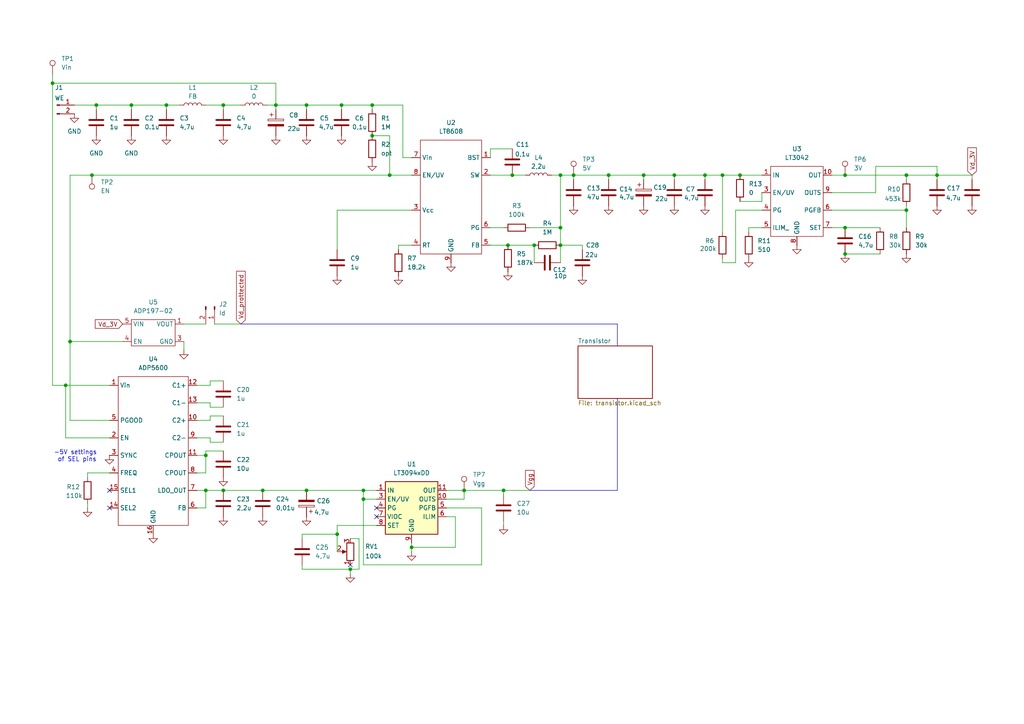
<source format=kicad_sch>
(kicad_sch
	(version 20231120)
	(generator "eeschema")
	(generator_version "8.0")
	(uuid "9cc23687-f3fc-495d-ab5f-2979b4bc830c")
	(paper "A4")
	(lib_symbols
		(symbol "Connector:Conn_01x02_Pin"
			(pin_names
				(offset 1.016) hide)
			(exclude_from_sim no)
			(in_bom yes)
			(on_board yes)
			(property "Reference" "J"
				(at 0 2.54 0)
				(effects
					(font
						(size 1.27 1.27)
					)
				)
			)
			(property "Value" "Conn_01x02_Pin"
				(at 0 -5.08 0)
				(effects
					(font
						(size 1.27 1.27)
					)
				)
			)
			(property "Footprint" ""
				(at 0 0 0)
				(effects
					(font
						(size 1.27 1.27)
					)
					(hide yes)
				)
			)
			(property "Datasheet" "~"
				(at 0 0 0)
				(effects
					(font
						(size 1.27 1.27)
					)
					(hide yes)
				)
			)
			(property "Description" "Generic connector, single row, 01x02, script generated"
				(at 0 0 0)
				(effects
					(font
						(size 1.27 1.27)
					)
					(hide yes)
				)
			)
			(property "ki_locked" ""
				(at 0 0 0)
				(effects
					(font
						(size 1.27 1.27)
					)
				)
			)
			(property "ki_keywords" "connector"
				(at 0 0 0)
				(effects
					(font
						(size 1.27 1.27)
					)
					(hide yes)
				)
			)
			(property "ki_fp_filters" "Connector*:*_1x??_*"
				(at 0 0 0)
				(effects
					(font
						(size 1.27 1.27)
					)
					(hide yes)
				)
			)
			(symbol "Conn_01x02_Pin_1_1"
				(polyline
					(pts
						(xy 1.27 -2.54) (xy 0.8636 -2.54)
					)
					(stroke
						(width 0.1524)
						(type default)
					)
					(fill
						(type none)
					)
				)
				(polyline
					(pts
						(xy 1.27 0) (xy 0.8636 0)
					)
					(stroke
						(width 0.1524)
						(type default)
					)
					(fill
						(type none)
					)
				)
				(rectangle
					(start 0.8636 -2.413)
					(end 0 -2.667)
					(stroke
						(width 0.1524)
						(type default)
					)
					(fill
						(type outline)
					)
				)
				(rectangle
					(start 0.8636 0.127)
					(end 0 -0.127)
					(stroke
						(width 0.1524)
						(type default)
					)
					(fill
						(type outline)
					)
				)
				(pin passive line
					(at 5.08 0 180)
					(length 3.81)
					(name "Pin_1"
						(effects
							(font
								(size 1.27 1.27)
							)
						)
					)
					(number "1"
						(effects
							(font
								(size 1.27 1.27)
							)
						)
					)
				)
				(pin passive line
					(at 5.08 -2.54 180)
					(length 3.81)
					(name "Pin_2"
						(effects
							(font
								(size 1.27 1.27)
							)
						)
					)
					(number "2"
						(effects
							(font
								(size 1.27 1.27)
							)
						)
					)
				)
			)
		)
		(symbol "Connector:TestPoint"
			(pin_numbers hide)
			(pin_names
				(offset 0.762) hide)
			(exclude_from_sim no)
			(in_bom yes)
			(on_board yes)
			(property "Reference" "TP"
				(at 0 6.858 0)
				(effects
					(font
						(size 1.27 1.27)
					)
				)
			)
			(property "Value" "TestPoint"
				(at 0 5.08 0)
				(effects
					(font
						(size 1.27 1.27)
					)
				)
			)
			(property "Footprint" ""
				(at 5.08 0 0)
				(effects
					(font
						(size 1.27 1.27)
					)
					(hide yes)
				)
			)
			(property "Datasheet" "~"
				(at 5.08 0 0)
				(effects
					(font
						(size 1.27 1.27)
					)
					(hide yes)
				)
			)
			(property "Description" "test point"
				(at 0 0 0)
				(effects
					(font
						(size 1.27 1.27)
					)
					(hide yes)
				)
			)
			(property "ki_keywords" "test point tp"
				(at 0 0 0)
				(effects
					(font
						(size 1.27 1.27)
					)
					(hide yes)
				)
			)
			(property "ki_fp_filters" "Pin* Test*"
				(at 0 0 0)
				(effects
					(font
						(size 1.27 1.27)
					)
					(hide yes)
				)
			)
			(symbol "TestPoint_0_1"
				(circle
					(center 0 3.302)
					(radius 0.762)
					(stroke
						(width 0)
						(type default)
					)
					(fill
						(type none)
					)
				)
			)
			(symbol "TestPoint_1_1"
				(pin passive line
					(at 0 0 90)
					(length 2.54)
					(name "1"
						(effects
							(font
								(size 1.27 1.27)
							)
						)
					)
					(number "1"
						(effects
							(font
								(size 1.27 1.27)
							)
						)
					)
				)
			)
		)
		(symbol "Device:C"
			(pin_numbers hide)
			(pin_names
				(offset 0.254)
			)
			(exclude_from_sim no)
			(in_bom yes)
			(on_board yes)
			(property "Reference" "C"
				(at 0.635 2.54 0)
				(effects
					(font
						(size 1.27 1.27)
					)
					(justify left)
				)
			)
			(property "Value" "C"
				(at 0.635 -2.54 0)
				(effects
					(font
						(size 1.27 1.27)
					)
					(justify left)
				)
			)
			(property "Footprint" ""
				(at 0.9652 -3.81 0)
				(effects
					(font
						(size 1.27 1.27)
					)
					(hide yes)
				)
			)
			(property "Datasheet" "~"
				(at 0 0 0)
				(effects
					(font
						(size 1.27 1.27)
					)
					(hide yes)
				)
			)
			(property "Description" "Unpolarized capacitor"
				(at 0 0 0)
				(effects
					(font
						(size 1.27 1.27)
					)
					(hide yes)
				)
			)
			(property "ki_keywords" "cap capacitor"
				(at 0 0 0)
				(effects
					(font
						(size 1.27 1.27)
					)
					(hide yes)
				)
			)
			(property "ki_fp_filters" "C_*"
				(at 0 0 0)
				(effects
					(font
						(size 1.27 1.27)
					)
					(hide yes)
				)
			)
			(symbol "C_0_1"
				(polyline
					(pts
						(xy -2.032 -0.762) (xy 2.032 -0.762)
					)
					(stroke
						(width 0.508)
						(type default)
					)
					(fill
						(type none)
					)
				)
				(polyline
					(pts
						(xy -2.032 0.762) (xy 2.032 0.762)
					)
					(stroke
						(width 0.508)
						(type default)
					)
					(fill
						(type none)
					)
				)
			)
			(symbol "C_1_1"
				(pin passive line
					(at 0 3.81 270)
					(length 2.794)
					(name "~"
						(effects
							(font
								(size 1.27 1.27)
							)
						)
					)
					(number "1"
						(effects
							(font
								(size 1.27 1.27)
							)
						)
					)
				)
				(pin passive line
					(at 0 -3.81 90)
					(length 2.794)
					(name "~"
						(effects
							(font
								(size 1.27 1.27)
							)
						)
					)
					(number "2"
						(effects
							(font
								(size 1.27 1.27)
							)
						)
					)
				)
			)
		)
		(symbol "Device:C_Polarized"
			(pin_numbers hide)
			(pin_names
				(offset 0.254)
			)
			(exclude_from_sim no)
			(in_bom yes)
			(on_board yes)
			(property "Reference" "C"
				(at 0.635 2.54 0)
				(effects
					(font
						(size 1.27 1.27)
					)
					(justify left)
				)
			)
			(property "Value" "C_Polarized"
				(at 0.635 -2.54 0)
				(effects
					(font
						(size 1.27 1.27)
					)
					(justify left)
				)
			)
			(property "Footprint" ""
				(at 0.9652 -3.81 0)
				(effects
					(font
						(size 1.27 1.27)
					)
					(hide yes)
				)
			)
			(property "Datasheet" "~"
				(at 0 0 0)
				(effects
					(font
						(size 1.27 1.27)
					)
					(hide yes)
				)
			)
			(property "Description" "Polarized capacitor"
				(at 0 0 0)
				(effects
					(font
						(size 1.27 1.27)
					)
					(hide yes)
				)
			)
			(property "ki_keywords" "cap capacitor"
				(at 0 0 0)
				(effects
					(font
						(size 1.27 1.27)
					)
					(hide yes)
				)
			)
			(property "ki_fp_filters" "CP_*"
				(at 0 0 0)
				(effects
					(font
						(size 1.27 1.27)
					)
					(hide yes)
				)
			)
			(symbol "C_Polarized_0_1"
				(rectangle
					(start -2.286 0.508)
					(end 2.286 1.016)
					(stroke
						(width 0)
						(type default)
					)
					(fill
						(type none)
					)
				)
				(polyline
					(pts
						(xy -1.778 2.286) (xy -0.762 2.286)
					)
					(stroke
						(width 0)
						(type default)
					)
					(fill
						(type none)
					)
				)
				(polyline
					(pts
						(xy -1.27 2.794) (xy -1.27 1.778)
					)
					(stroke
						(width 0)
						(type default)
					)
					(fill
						(type none)
					)
				)
				(rectangle
					(start 2.286 -0.508)
					(end -2.286 -1.016)
					(stroke
						(width 0)
						(type default)
					)
					(fill
						(type outline)
					)
				)
			)
			(symbol "C_Polarized_1_1"
				(pin passive line
					(at 0 3.81 270)
					(length 2.794)
					(name "~"
						(effects
							(font
								(size 1.27 1.27)
							)
						)
					)
					(number "1"
						(effects
							(font
								(size 1.27 1.27)
							)
						)
					)
				)
				(pin passive line
					(at 0 -3.81 90)
					(length 2.794)
					(name "~"
						(effects
							(font
								(size 1.27 1.27)
							)
						)
					)
					(number "2"
						(effects
							(font
								(size 1.27 1.27)
							)
						)
					)
				)
			)
		)
		(symbol "Device:L"
			(pin_numbers hide)
			(pin_names
				(offset 1.016) hide)
			(exclude_from_sim no)
			(in_bom yes)
			(on_board yes)
			(property "Reference" "L"
				(at -1.27 0 90)
				(effects
					(font
						(size 1.27 1.27)
					)
				)
			)
			(property "Value" "L"
				(at 1.905 0 90)
				(effects
					(font
						(size 1.27 1.27)
					)
				)
			)
			(property "Footprint" ""
				(at 0 0 0)
				(effects
					(font
						(size 1.27 1.27)
					)
					(hide yes)
				)
			)
			(property "Datasheet" "~"
				(at 0 0 0)
				(effects
					(font
						(size 1.27 1.27)
					)
					(hide yes)
				)
			)
			(property "Description" "Inductor"
				(at 0 0 0)
				(effects
					(font
						(size 1.27 1.27)
					)
					(hide yes)
				)
			)
			(property "ki_keywords" "inductor choke coil reactor magnetic"
				(at 0 0 0)
				(effects
					(font
						(size 1.27 1.27)
					)
					(hide yes)
				)
			)
			(property "ki_fp_filters" "Choke_* *Coil* Inductor_* L_*"
				(at 0 0 0)
				(effects
					(font
						(size 1.27 1.27)
					)
					(hide yes)
				)
			)
			(symbol "L_0_1"
				(arc
					(start 0 -2.54)
					(mid 0.6323 -1.905)
					(end 0 -1.27)
					(stroke
						(width 0)
						(type default)
					)
					(fill
						(type none)
					)
				)
				(arc
					(start 0 -1.27)
					(mid 0.6323 -0.635)
					(end 0 0)
					(stroke
						(width 0)
						(type default)
					)
					(fill
						(type none)
					)
				)
				(arc
					(start 0 0)
					(mid 0.6323 0.635)
					(end 0 1.27)
					(stroke
						(width 0)
						(type default)
					)
					(fill
						(type none)
					)
				)
				(arc
					(start 0 1.27)
					(mid 0.6323 1.905)
					(end 0 2.54)
					(stroke
						(width 0)
						(type default)
					)
					(fill
						(type none)
					)
				)
			)
			(symbol "L_1_1"
				(pin passive line
					(at 0 3.81 270)
					(length 1.27)
					(name "1"
						(effects
							(font
								(size 1.27 1.27)
							)
						)
					)
					(number "1"
						(effects
							(font
								(size 1.27 1.27)
							)
						)
					)
				)
				(pin passive line
					(at 0 -3.81 90)
					(length 1.27)
					(name "2"
						(effects
							(font
								(size 1.27 1.27)
							)
						)
					)
					(number "2"
						(effects
							(font
								(size 1.27 1.27)
							)
						)
					)
				)
			)
		)
		(symbol "Device:R"
			(pin_numbers hide)
			(pin_names
				(offset 0)
			)
			(exclude_from_sim no)
			(in_bom yes)
			(on_board yes)
			(property "Reference" "R"
				(at 2.032 0 90)
				(effects
					(font
						(size 1.27 1.27)
					)
				)
			)
			(property "Value" "R"
				(at 0 0 90)
				(effects
					(font
						(size 1.27 1.27)
					)
				)
			)
			(property "Footprint" ""
				(at -1.778 0 90)
				(effects
					(font
						(size 1.27 1.27)
					)
					(hide yes)
				)
			)
			(property "Datasheet" "~"
				(at 0 0 0)
				(effects
					(font
						(size 1.27 1.27)
					)
					(hide yes)
				)
			)
			(property "Description" "Resistor"
				(at 0 0 0)
				(effects
					(font
						(size 1.27 1.27)
					)
					(hide yes)
				)
			)
			(property "ki_keywords" "R res resistor"
				(at 0 0 0)
				(effects
					(font
						(size 1.27 1.27)
					)
					(hide yes)
				)
			)
			(property "ki_fp_filters" "R_*"
				(at 0 0 0)
				(effects
					(font
						(size 1.27 1.27)
					)
					(hide yes)
				)
			)
			(symbol "R_0_1"
				(rectangle
					(start -1.016 -2.54)
					(end 1.016 2.54)
					(stroke
						(width 0.254)
						(type default)
					)
					(fill
						(type none)
					)
				)
			)
			(symbol "R_1_1"
				(pin passive line
					(at 0 3.81 270)
					(length 1.27)
					(name "~"
						(effects
							(font
								(size 1.27 1.27)
							)
						)
					)
					(number "1"
						(effects
							(font
								(size 1.27 1.27)
							)
						)
					)
				)
				(pin passive line
					(at 0 -3.81 90)
					(length 1.27)
					(name "~"
						(effects
							(font
								(size 1.27 1.27)
							)
						)
					)
					(number "2"
						(effects
							(font
								(size 1.27 1.27)
							)
						)
					)
				)
			)
		)
		(symbol "Device:R_Potentiometer"
			(pin_names
				(offset 1.016) hide)
			(exclude_from_sim no)
			(in_bom yes)
			(on_board yes)
			(property "Reference" "RV"
				(at -4.445 0 90)
				(effects
					(font
						(size 1.27 1.27)
					)
				)
			)
			(property "Value" "R_Potentiometer"
				(at -2.54 0 90)
				(effects
					(font
						(size 1.27 1.27)
					)
				)
			)
			(property "Footprint" ""
				(at 0 0 0)
				(effects
					(font
						(size 1.27 1.27)
					)
					(hide yes)
				)
			)
			(property "Datasheet" "~"
				(at 0 0 0)
				(effects
					(font
						(size 1.27 1.27)
					)
					(hide yes)
				)
			)
			(property "Description" "Potentiometer"
				(at 0 0 0)
				(effects
					(font
						(size 1.27 1.27)
					)
					(hide yes)
				)
			)
			(property "ki_keywords" "resistor variable"
				(at 0 0 0)
				(effects
					(font
						(size 1.27 1.27)
					)
					(hide yes)
				)
			)
			(property "ki_fp_filters" "Potentiometer*"
				(at 0 0 0)
				(effects
					(font
						(size 1.27 1.27)
					)
					(hide yes)
				)
			)
			(symbol "R_Potentiometer_0_1"
				(polyline
					(pts
						(xy 2.54 0) (xy 1.524 0)
					)
					(stroke
						(width 0)
						(type default)
					)
					(fill
						(type none)
					)
				)
				(polyline
					(pts
						(xy 1.143 0) (xy 2.286 0.508) (xy 2.286 -0.508) (xy 1.143 0)
					)
					(stroke
						(width 0)
						(type default)
					)
					(fill
						(type outline)
					)
				)
				(rectangle
					(start 1.016 2.54)
					(end -1.016 -2.54)
					(stroke
						(width 0.254)
						(type default)
					)
					(fill
						(type none)
					)
				)
			)
			(symbol "R_Potentiometer_1_1"
				(pin passive line
					(at 0 3.81 270)
					(length 1.27)
					(name "1"
						(effects
							(font
								(size 1.27 1.27)
							)
						)
					)
					(number "1"
						(effects
							(font
								(size 1.27 1.27)
							)
						)
					)
				)
				(pin passive line
					(at 3.81 0 180)
					(length 1.27)
					(name "2"
						(effects
							(font
								(size 1.27 1.27)
							)
						)
					)
					(number "2"
						(effects
							(font
								(size 1.27 1.27)
							)
						)
					)
				)
				(pin passive line
					(at 0 -3.81 90)
					(length 1.27)
					(name "3"
						(effects
							(font
								(size 1.27 1.27)
							)
						)
					)
					(number "3"
						(effects
							(font
								(size 1.27 1.27)
							)
						)
					)
				)
			)
		)
		(symbol "Regulator_Linear:LT3094xDD"
			(exclude_from_sim no)
			(in_bom yes)
			(on_board yes)
			(property "Reference" "U"
				(at -6.35 8.89 0)
				(effects
					(font
						(size 1.27 1.27)
					)
				)
			)
			(property "Value" "LT3094xDD"
				(at 1.27 8.89 0)
				(effects
					(font
						(size 1.27 1.27)
					)
					(justify left)
				)
			)
			(property "Footprint" "Package_DFN_QFN:DFN-12-1EP_3x3mm_P0.45mm_EP1.65x2.38mm_ThermalVias"
				(at 0 10.795 0)
				(effects
					(font
						(size 1.27 1.27)
					)
					(hide yes)
				)
			)
			(property "Datasheet" "https://www.analog.com/media/en/technical-documentation/data-sheets/LT3094.pdf"
				(at 0 2.54 0)
				(effects
					(font
						(size 1.27 1.27)
					)
					(hide yes)
				)
			)
			(property "Description" "–20V, 500mA, Ultralow Noise, Ultrahigh PSRR Negative Linear Regulator, -1.8..-20Vin, 0..-19.5Vout, DFN-12"
				(at 0 0 0)
				(effects
					(font
						(size 1.27 1.27)
					)
					(hide yes)
				)
			)
			(property "ki_keywords" "linear negative voltage regulator low-noise"
				(at 0 0 0)
				(effects
					(font
						(size 1.27 1.27)
					)
					(hide yes)
				)
			)
			(property "ki_fp_filters" "DFN*1EP*3x3mm*P0.45mm*"
				(at 0 0 0)
				(effects
					(font
						(size 1.27 1.27)
					)
					(hide yes)
				)
			)
			(symbol "LT3094xDD_0_0"
				(pin passive line
					(at 10.16 5.08 180)
					(length 2.54) hide
					(name "OUT"
						(effects
							(font
								(size 1.27 1.27)
							)
						)
					)
					(number "12"
						(effects
							(font
								(size 1.27 1.27)
							)
						)
					)
				)
				(pin passive line
					(at -10.16 5.08 0)
					(length 2.54) hide
					(name "IN"
						(effects
							(font
								(size 1.27 1.27)
							)
						)
					)
					(number "13"
						(effects
							(font
								(size 1.27 1.27)
							)
						)
					)
				)
			)
			(symbol "LT3094xDD_0_1"
				(rectangle
					(start 7.62 7.62)
					(end -7.62 -7.62)
					(stroke
						(width 0.254)
						(type default)
					)
					(fill
						(type background)
					)
				)
			)
			(symbol "LT3094xDD_1_1"
				(pin power_in line
					(at -10.16 5.08 0)
					(length 2.54)
					(name "IN"
						(effects
							(font
								(size 1.27 1.27)
							)
						)
					)
					(number "1"
						(effects
							(font
								(size 1.27 1.27)
							)
						)
					)
				)
				(pin input line
					(at 10.16 2.54 180)
					(length 2.54)
					(name "OUTS"
						(effects
							(font
								(size 1.27 1.27)
							)
						)
					)
					(number "10"
						(effects
							(font
								(size 1.27 1.27)
							)
						)
					)
				)
				(pin power_out line
					(at 10.16 5.08 180)
					(length 2.54)
					(name "OUT"
						(effects
							(font
								(size 1.27 1.27)
							)
						)
					)
					(number "11"
						(effects
							(font
								(size 1.27 1.27)
							)
						)
					)
				)
				(pin passive line
					(at -10.16 5.08 0)
					(length 2.54) hide
					(name "IN"
						(effects
							(font
								(size 1.27 1.27)
							)
						)
					)
					(number "2"
						(effects
							(font
								(size 1.27 1.27)
							)
						)
					)
				)
				(pin input line
					(at -10.16 2.54 0)
					(length 2.54)
					(name "EN/UV"
						(effects
							(font
								(size 1.27 1.27)
							)
						)
					)
					(number "3"
						(effects
							(font
								(size 1.27 1.27)
							)
						)
					)
				)
				(pin open_collector line
					(at -10.16 0 0)
					(length 2.54)
					(name "PG"
						(effects
							(font
								(size 1.27 1.27)
							)
						)
					)
					(number "4"
						(effects
							(font
								(size 1.27 1.27)
							)
						)
					)
				)
				(pin input line
					(at 10.16 0 180)
					(length 2.54)
					(name "PGFB"
						(effects
							(font
								(size 1.27 1.27)
							)
						)
					)
					(number "5"
						(effects
							(font
								(size 1.27 1.27)
							)
						)
					)
				)
				(pin passive line
					(at 10.16 -2.54 180)
					(length 2.54)
					(name "ILIM"
						(effects
							(font
								(size 1.27 1.27)
							)
						)
					)
					(number "6"
						(effects
							(font
								(size 1.27 1.27)
							)
						)
					)
				)
				(pin passive line
					(at -10.16 -2.54 0)
					(length 2.54)
					(name "VIOC"
						(effects
							(font
								(size 1.27 1.27)
							)
						)
					)
					(number "7"
						(effects
							(font
								(size 1.27 1.27)
							)
						)
					)
				)
				(pin passive line
					(at -10.16 -5.08 0)
					(length 2.54)
					(name "SET"
						(effects
							(font
								(size 1.27 1.27)
							)
						)
					)
					(number "8"
						(effects
							(font
								(size 1.27 1.27)
							)
						)
					)
				)
				(pin power_in line
					(at 0 -10.16 90)
					(length 2.54)
					(name "GND"
						(effects
							(font
								(size 1.27 1.27)
							)
						)
					)
					(number "9"
						(effects
							(font
								(size 1.27 1.27)
							)
						)
					)
				)
			)
		)
		(symbol "moje_i_importy:ADP197-02"
			(exclude_from_sim no)
			(in_bom yes)
			(on_board yes)
			(property "Reference" "U5"
				(at -1.27 8.89 0)
				(effects
					(font
						(size 1.27 1.27)
					)
				)
			)
			(property "Value" "ADP197-02"
				(at -1.27 6.35 0)
				(effects
					(font
						(size 1.27 1.27)
					)
				)
			)
			(property "Footprint" "Package_CSP:LFCSP-6-1EP_2x2mm_P0.65mm_EP1x1.6mm"
				(at -2.54 -3.81 0)
				(effects
					(font
						(size 1.27 1.27)
					)
					(hide yes)
				)
			)
			(property "Datasheet" ""
				(at -2.54 -3.81 0)
				(effects
					(font
						(size 1.27 1.27)
					)
					(hide yes)
				)
			)
			(property "Description" ""
				(at -2.54 -3.81 0)
				(effects
					(font
						(size 1.27 1.27)
					)
					(hide yes)
				)
			)
			(symbol "ADP197-02_0_1"
				(rectangle
					(start -7.62 3.81)
					(end 5.08 -3.81)
					(stroke
						(width 0)
						(type default)
					)
					(fill
						(type none)
					)
				)
			)
			(symbol "ADP197-02_1_1"
				(pin input line
					(at 7.62 2.54 180)
					(length 2.54)
					(name "VOUT"
						(effects
							(font
								(size 1.27 1.27)
							)
						)
					)
					(number "1"
						(effects
							(font
								(size 1.27 1.27)
							)
						)
					)
				)
				(pin input line
					(at 7.62 2.54 180)
					(length 2.54) hide
					(name "VOUT"
						(effects
							(font
								(size 1.27 1.27)
							)
						)
					)
					(number "2"
						(effects
							(font
								(size 1.27 1.27)
							)
						)
					)
				)
				(pin input line
					(at 7.62 -2.54 180)
					(length 2.54)
					(name "GND"
						(effects
							(font
								(size 1.27 1.27)
							)
						)
					)
					(number "3"
						(effects
							(font
								(size 1.27 1.27)
							)
						)
					)
				)
				(pin input line
					(at -10.16 -2.54 0)
					(length 2.54)
					(name "EN"
						(effects
							(font
								(size 1.27 1.27)
							)
						)
					)
					(number "4"
						(effects
							(font
								(size 1.27 1.27)
							)
						)
					)
				)
				(pin input line
					(at -10.16 2.54 0)
					(length 2.54)
					(name "VIN"
						(effects
							(font
								(size 1.27 1.27)
							)
						)
					)
					(number "5"
						(effects
							(font
								(size 1.27 1.27)
							)
						)
					)
				)
				(pin input line
					(at -10.16 2.54 0)
					(length 2.54) hide
					(name "VIN"
						(effects
							(font
								(size 1.27 1.27)
							)
						)
					)
					(number "6"
						(effects
							(font
								(size 1.27 1.27)
							)
						)
					)
				)
				(pin input line
					(at 7.62 -2.54 180)
					(length 2.54) hide
					(name "EP"
						(effects
							(font
								(size 1.27 1.27)
							)
						)
					)
					(number "7"
						(effects
							(font
								(size 1.27 1.27)
							)
						)
					)
				)
			)
		)
		(symbol "moje_i_importy:ADP5600"
			(exclude_from_sim no)
			(in_bom yes)
			(on_board yes)
			(property "Reference" "U4"
				(at 0 22.86 0)
				(effects
					(font
						(size 1.27 1.27)
					)
				)
			)
			(property "Value" "ADP5600"
				(at 0 20.32 0)
				(effects
					(font
						(size 1.27 1.27)
					)
				)
			)
			(property "Footprint" "Package_CSP:LFCSP-16-1EP_4x4mm_P0.65mm_EP2.6x2.6mm"
				(at -7.62 5.08 0)
				(effects
					(font
						(size 1.27 1.27)
					)
					(hide yes)
				)
			)
			(property "Datasheet" ""
				(at -7.62 5.08 0)
				(effects
					(font
						(size 1.27 1.27)
					)
					(hide yes)
				)
			)
			(property "Description" ""
				(at -7.62 5.08 0)
				(effects
					(font
						(size 1.27 1.27)
					)
					(hide yes)
				)
			)
			(symbol "ADP5600_0_1"
				(rectangle
					(start -10.16 17.78)
					(end 10.16 -25.4)
					(stroke
						(width 0)
						(type default)
					)
					(fill
						(type none)
					)
				)
			)
			(symbol "ADP5600_1_1"
				(pin input line
					(at -12.7 15.24 0)
					(length 2.54)
					(name "Vin"
						(effects
							(font
								(size 1.27 1.27)
							)
						)
					)
					(number "1"
						(effects
							(font
								(size 1.27 1.27)
							)
						)
					)
				)
				(pin input line
					(at 12.7 5.08 180)
					(length 2.54)
					(name "C2+"
						(effects
							(font
								(size 1.27 1.27)
							)
						)
					)
					(number "10"
						(effects
							(font
								(size 1.27 1.27)
							)
						)
					)
				)
				(pin input line
					(at 12.7 -5.08 180)
					(length 2.54)
					(name "CPOUT"
						(effects
							(font
								(size 1.27 1.27)
							)
						)
					)
					(number "11"
						(effects
							(font
								(size 1.27 1.27)
							)
						)
					)
				)
				(pin input line
					(at 12.7 15.24 180)
					(length 2.54)
					(name "C1+"
						(effects
							(font
								(size 1.27 1.27)
							)
						)
					)
					(number "12"
						(effects
							(font
								(size 1.27 1.27)
							)
						)
					)
				)
				(pin input line
					(at 12.7 10.16 180)
					(length 2.54)
					(name "C1-"
						(effects
							(font
								(size 1.27 1.27)
							)
						)
					)
					(number "13"
						(effects
							(font
								(size 1.27 1.27)
							)
						)
					)
				)
				(pin input line
					(at -12.7 -20.32 0)
					(length 2.54)
					(name "SEL2"
						(effects
							(font
								(size 1.27 1.27)
							)
						)
					)
					(number "14"
						(effects
							(font
								(size 1.27 1.27)
							)
						)
					)
				)
				(pin input line
					(at -12.7 -15.24 0)
					(length 2.54)
					(name "SEL1"
						(effects
							(font
								(size 1.27 1.27)
							)
						)
					)
					(number "15"
						(effects
							(font
								(size 1.27 1.27)
							)
						)
					)
				)
				(pin input line
					(at 0 -27.94 90)
					(length 2.54)
					(name "GND"
						(effects
							(font
								(size 1.27 1.27)
							)
						)
					)
					(number "16"
						(effects
							(font
								(size 1.27 1.27)
							)
						)
					)
				)
				(pin input line
					(at 12.7 -5.08 180)
					(length 2.54) hide
					(name "EP"
						(effects
							(font
								(size 1.27 1.27)
							)
						)
					)
					(number "17"
						(effects
							(font
								(size 1.27 1.27)
							)
						)
					)
				)
				(pin input line
					(at -12.7 0 0)
					(length 2.54)
					(name "EN"
						(effects
							(font
								(size 1.27 1.27)
							)
						)
					)
					(number "2"
						(effects
							(font
								(size 1.27 1.27)
							)
						)
					)
				)
				(pin input line
					(at -12.7 -5.08 0)
					(length 2.54)
					(name "SYNC"
						(effects
							(font
								(size 1.27 1.27)
							)
						)
					)
					(number "3"
						(effects
							(font
								(size 1.27 1.27)
							)
						)
					)
				)
				(pin input line
					(at -12.7 -10.16 0)
					(length 2.54)
					(name "FREQ"
						(effects
							(font
								(size 1.27 1.27)
							)
						)
					)
					(number "4"
						(effects
							(font
								(size 1.27 1.27)
							)
						)
					)
				)
				(pin input line
					(at -12.7 5.08 0)
					(length 2.54)
					(name "PGOOD"
						(effects
							(font
								(size 1.27 1.27)
							)
						)
					)
					(number "5"
						(effects
							(font
								(size 1.27 1.27)
							)
						)
					)
				)
				(pin input line
					(at 12.7 -20.32 180)
					(length 2.54)
					(name "FB"
						(effects
							(font
								(size 1.27 1.27)
							)
						)
					)
					(number "6"
						(effects
							(font
								(size 1.27 1.27)
							)
						)
					)
				)
				(pin input line
					(at 12.7 -15.24 180)
					(length 2.54)
					(name "LDO_OUT"
						(effects
							(font
								(size 1.27 1.27)
							)
						)
					)
					(number "7"
						(effects
							(font
								(size 1.27 1.27)
							)
						)
					)
				)
				(pin input line
					(at 12.7 -10.16 180)
					(length 2.54)
					(name "CPOUT"
						(effects
							(font
								(size 1.27 1.27)
							)
						)
					)
					(number "8"
						(effects
							(font
								(size 1.27 1.27)
							)
						)
					)
				)
				(pin input line
					(at 12.7 0 180)
					(length 2.54)
					(name "C2-"
						(effects
							(font
								(size 1.27 1.27)
							)
						)
					)
					(number "9"
						(effects
							(font
								(size 1.27 1.27)
							)
						)
					)
				)
			)
		)
		(symbol "moje_i_importy:LT3042"
			(exclude_from_sim no)
			(in_bom yes)
			(on_board yes)
			(property "Reference" "U"
				(at 6.35 11.43 0)
				(effects
					(font
						(size 1.27 1.27)
					)
				)
			)
			(property "Value" "LT3042"
				(at -0.508 12.192 0)
				(effects
					(font
						(size 1.27 1.27)
					)
				)
			)
			(property "Footprint" ""
				(at -2.54 0 0)
				(effects
					(font
						(size 1.27 1.27)
					)
					(hide yes)
				)
			)
			(property "Datasheet" ""
				(at -2.54 0 0)
				(effects
					(font
						(size 1.27 1.27)
					)
					(hide yes)
				)
			)
			(property "Description" ""
				(at -2.54 0 0)
				(effects
					(font
						(size 1.27 1.27)
					)
					(hide yes)
				)
			)
			(symbol "LT3042_0_1"
				(rectangle
					(start -7.62 10.16)
					(end 7.62 -10.16)
					(stroke
						(width 0)
						(type default)
					)
					(fill
						(type none)
					)
				)
			)
			(symbol "LT3042_1_1"
				(pin input line
					(at -10.16 7.62 0)
					(length 2.54)
					(name "IN"
						(effects
							(font
								(size 1.27 1.27)
							)
						)
					)
					(number "1"
						(effects
							(font
								(size 1.27 1.27)
							)
						)
					)
				)
				(pin input line
					(at 10.16 7.62 180)
					(length 2.54)
					(name "OUT"
						(effects
							(font
								(size 1.27 1.27)
							)
						)
					)
					(number "10"
						(effects
							(font
								(size 1.27 1.27)
							)
						)
					)
				)
				(pin input line
					(at 0 -12.7 90)
					(length 2.54) hide
					(name "GND"
						(effects
							(font
								(size 1.27 1.27)
							)
						)
					)
					(number "11"
						(effects
							(font
								(size 1.27 1.27)
							)
						)
					)
				)
				(pin input line
					(at -10.16 7.62 0)
					(length 2.54) hide
					(name "IN"
						(effects
							(font
								(size 1.27 1.27)
							)
						)
					)
					(number "2"
						(effects
							(font
								(size 1.27 1.27)
							)
						)
					)
				)
				(pin input line
					(at -10.16 2.54 0)
					(length 2.54)
					(name "EN/UV"
						(effects
							(font
								(size 1.27 1.27)
							)
						)
					)
					(number "3"
						(effects
							(font
								(size 1.27 1.27)
							)
						)
					)
				)
				(pin input line
					(at -10.16 -2.54 0)
					(length 2.54)
					(name "PG"
						(effects
							(font
								(size 1.27 1.27)
							)
						)
					)
					(number "4"
						(effects
							(font
								(size 1.27 1.27)
							)
						)
					)
				)
				(pin input line
					(at -10.16 -7.62 0)
					(length 2.54)
					(name "ILIM_"
						(effects
							(font
								(size 1.27 1.27)
							)
						)
					)
					(number "5"
						(effects
							(font
								(size 1.27 1.27)
							)
						)
					)
				)
				(pin input line
					(at 10.16 -2.54 180)
					(length 2.54)
					(name "PGFB"
						(effects
							(font
								(size 1.27 1.27)
							)
						)
					)
					(number "6"
						(effects
							(font
								(size 1.27 1.27)
							)
						)
					)
				)
				(pin input line
					(at 10.16 -7.62 180)
					(length 2.54)
					(name "SET"
						(effects
							(font
								(size 1.27 1.27)
							)
						)
					)
					(number "7"
						(effects
							(font
								(size 1.27 1.27)
							)
						)
					)
				)
				(pin input line
					(at 0 -12.7 90)
					(length 2.54)
					(name "GND"
						(effects
							(font
								(size 1.27 1.27)
							)
						)
					)
					(number "8"
						(effects
							(font
								(size 1.27 1.27)
							)
						)
					)
				)
				(pin input line
					(at 10.16 2.54 180)
					(length 2.54)
					(name "OUTS"
						(effects
							(font
								(size 1.27 1.27)
							)
						)
					)
					(number "9"
						(effects
							(font
								(size 1.27 1.27)
							)
						)
					)
				)
			)
		)
		(symbol "moje_i_importy:LT8606"
			(exclude_from_sim no)
			(in_bom yes)
			(on_board yes)
			(property "Reference" "U2"
				(at -1.27 20.32 0)
				(effects
					(font
						(size 1.27 1.27)
					)
				)
			)
			(property "Value" "LT8608"
				(at -1.27 17.78 0)
				(effects
					(font
						(size 1.27 1.27)
					)
				)
			)
			(property "Footprint" "Package_DFN_QFN:DFN-8-1EP_2x2mm_P0.5mm_EP0.8x1.6mm"
				(at 0 -2.54 0)
				(effects
					(font
						(size 1.27 1.27)
					)
					(hide yes)
				)
			)
			(property "Datasheet" ""
				(at 0 -2.54 0)
				(effects
					(font
						(size 1.27 1.27)
					)
					(hide yes)
				)
			)
			(property "Description" ""
				(at 0 -2.54 0)
				(effects
					(font
						(size 1.27 1.27)
					)
					(hide yes)
				)
			)
			(symbol "LT8606_0_1"
				(rectangle
					(start -10.16 15.24)
					(end 7.62 -17.78)
					(stroke
						(width 0)
						(type default)
					)
					(fill
						(type none)
					)
				)
			)
			(symbol "LT8606_1_1"
				(pin input line
					(at 10.16 10.16 180)
					(length 2.54)
					(name "BST"
						(effects
							(font
								(size 1.27 1.27)
							)
						)
					)
					(number "1"
						(effects
							(font
								(size 1.27 1.27)
							)
						)
					)
				)
				(pin input line
					(at 10.16 5.08 180)
					(length 2.54)
					(name "SW"
						(effects
							(font
								(size 1.27 1.27)
							)
						)
					)
					(number "2"
						(effects
							(font
								(size 1.27 1.27)
							)
						)
					)
				)
				(pin input line
					(at -12.7 -5.08 0)
					(length 2.54)
					(name "Vcc"
						(effects
							(font
								(size 1.27 1.27)
							)
						)
					)
					(number "3"
						(effects
							(font
								(size 1.27 1.27)
							)
						)
					)
				)
				(pin input line
					(at -12.7 -15.24 0)
					(length 2.54)
					(name "RT"
						(effects
							(font
								(size 1.27 1.27)
							)
						)
					)
					(number "4"
						(effects
							(font
								(size 1.27 1.27)
							)
						)
					)
				)
				(pin input line
					(at 10.16 -15.24 180)
					(length 2.54)
					(name "FB"
						(effects
							(font
								(size 1.27 1.27)
							)
						)
					)
					(number "5"
						(effects
							(font
								(size 1.27 1.27)
							)
						)
					)
				)
				(pin input line
					(at 10.16 -10.16 180)
					(length 2.54)
					(name "PG"
						(effects
							(font
								(size 1.27 1.27)
							)
						)
					)
					(number "6"
						(effects
							(font
								(size 1.27 1.27)
							)
						)
					)
				)
				(pin input line
					(at -12.7 10.16 0)
					(length 2.54)
					(name "Vin"
						(effects
							(font
								(size 1.27 1.27)
							)
						)
					)
					(number "7"
						(effects
							(font
								(size 1.27 1.27)
							)
						)
					)
				)
				(pin input line
					(at -12.7 5.08 0)
					(length 2.54)
					(name "EN/UV"
						(effects
							(font
								(size 1.27 1.27)
							)
						)
					)
					(number "8"
						(effects
							(font
								(size 1.27 1.27)
							)
						)
					)
				)
				(pin input line
					(at -1.27 -20.32 90)
					(length 2.54)
					(name "GND"
						(effects
							(font
								(size 1.27 1.27)
							)
						)
					)
					(number "9"
						(effects
							(font
								(size 1.27 1.27)
							)
						)
					)
				)
			)
		)
		(symbol "power:GND"
			(power)
			(pin_numbers hide)
			(pin_names
				(offset 0) hide)
			(exclude_from_sim no)
			(in_bom yes)
			(on_board yes)
			(property "Reference" "#PWR"
				(at 0 -6.35 0)
				(effects
					(font
						(size 1.27 1.27)
					)
					(hide yes)
				)
			)
			(property "Value" "GND"
				(at 0 -3.81 0)
				(effects
					(font
						(size 1.27 1.27)
					)
				)
			)
			(property "Footprint" ""
				(at 0 0 0)
				(effects
					(font
						(size 1.27 1.27)
					)
					(hide yes)
				)
			)
			(property "Datasheet" ""
				(at 0 0 0)
				(effects
					(font
						(size 1.27 1.27)
					)
					(hide yes)
				)
			)
			(property "Description" "Power symbol creates a global label with name \"GND\" , ground"
				(at 0 0 0)
				(effects
					(font
						(size 1.27 1.27)
					)
					(hide yes)
				)
			)
			(property "ki_keywords" "global power"
				(at 0 0 0)
				(effects
					(font
						(size 1.27 1.27)
					)
					(hide yes)
				)
			)
			(symbol "GND_0_1"
				(polyline
					(pts
						(xy 0 0) (xy 0 -1.27) (xy 1.27 -1.27) (xy 0 -2.54) (xy -1.27 -1.27) (xy 0 -1.27)
					)
					(stroke
						(width 0)
						(type default)
					)
					(fill
						(type none)
					)
				)
			)
			(symbol "GND_1_1"
				(pin power_in line
					(at 0 0 270)
					(length 0)
					(name "~"
						(effects
							(font
								(size 1.27 1.27)
							)
						)
					)
					(number "1"
						(effects
							(font
								(size 1.27 1.27)
							)
						)
					)
				)
			)
		)
	)
	(junction
		(at 113.03 50.8)
		(diameter 0)
		(color 0 0 0 0)
		(uuid "066d8eb9-d4ac-4368-a16e-d5fae670abd2")
	)
	(junction
		(at 105.41 144.78)
		(diameter 0)
		(color 0 0 0 0)
		(uuid "0a05d231-733d-4792-b6e9-d6c692b4467b")
	)
	(junction
		(at 59.69 142.24)
		(diameter 0)
		(color 0 0 0 0)
		(uuid "0ae32ee2-59c3-4ef6-93c1-30526461bbe3")
	)
	(junction
		(at 119.38 158.75)
		(diameter 0)
		(color 0 0 0 0)
		(uuid "1a450847-49f3-43ac-8c82-ac3acee6bd24")
	)
	(junction
		(at 88.9 30.48)
		(diameter 0)
		(color 0 0 0 0)
		(uuid "1d1bf4d5-702a-4cb2-918e-02217e5ba8e9")
	)
	(junction
		(at 186.69 50.8)
		(diameter 0)
		(color 0 0 0 0)
		(uuid "2dacae89-ff4c-43d2-add9-b4a144dda5b4")
	)
	(junction
		(at 26.67 50.8)
		(diameter 0)
		(color 0 0 0 0)
		(uuid "35253e29-8407-4a7e-a8af-b866ae341c51")
	)
	(junction
		(at 80.01 30.48)
		(diameter 0)
		(color 0 0 0 0)
		(uuid "3ca1df2f-216d-4ddf-822b-51f0bd106fbc")
	)
	(junction
		(at 97.79 154.94)
		(diameter 0)
		(color 0 0 0 0)
		(uuid "419eb02f-228e-453f-90d8-47eeeb5b80da")
	)
	(junction
		(at 262.89 50.8)
		(diameter 0)
		(color 0 0 0 0)
		(uuid "4313f04e-6583-4d57-8828-c080b6874a0d")
	)
	(junction
		(at 107.95 39.37)
		(diameter 0)
		(color 0 0 0 0)
		(uuid "4d5f725b-4c2c-4b01-99c8-e95a487078ac")
	)
	(junction
		(at 27.94 30.48)
		(diameter 0)
		(color 0 0 0 0)
		(uuid "4ebe5bab-e2e6-4985-aa6d-00ad286d2960")
	)
	(junction
		(at 76.2 142.24)
		(diameter 0)
		(color 0 0 0 0)
		(uuid "578723e2-ad2f-4708-b0d8-f1f29a92012f")
	)
	(junction
		(at 166.37 50.8)
		(diameter 0)
		(color 0 0 0 0)
		(uuid "5f025788-73c7-4b1a-9cd8-909d307d24e0")
	)
	(junction
		(at 64.77 142.24)
		(diameter 0)
		(color 0 0 0 0)
		(uuid "652f19dc-fb78-4934-9d81-8e9792d6465f")
	)
	(junction
		(at 59.69 132.08)
		(diameter 0)
		(color 0 0 0 0)
		(uuid "65944680-360e-4154-b0ed-ace493860618")
	)
	(junction
		(at 88.9 142.24)
		(diameter 0)
		(color 0 0 0 0)
		(uuid "685998d4-e3ec-430a-88c7-65e59fc3f81d")
	)
	(junction
		(at 262.89 60.96)
		(diameter 0)
		(color 0 0 0 0)
		(uuid "83b6fd27-3ed7-435f-a46d-1564fbd00d12")
	)
	(junction
		(at 162.56 71.12)
		(diameter 0)
		(color 0 0 0 0)
		(uuid "85d5159c-c463-4c94-960f-a46c39c01c3a")
	)
	(junction
		(at 134.62 142.24)
		(diameter 0)
		(color 0 0 0 0)
		(uuid "8f636aa7-1f6f-4815-97f1-cce155bb1cca")
	)
	(junction
		(at 48.26 30.48)
		(diameter 0)
		(color 0 0 0 0)
		(uuid "9e3e33aa-f7c2-4972-92c4-c44aeae4bf4d")
	)
	(junction
		(at 147.32 71.12)
		(diameter 0)
		(color 0 0 0 0)
		(uuid "9efe2d9b-7cab-4d17-9c7f-21646d192918")
	)
	(junction
		(at 204.47 50.8)
		(diameter 0)
		(color 0 0 0 0)
		(uuid "a078407c-df9e-4e16-8b77-a34aa2b94b0c")
	)
	(junction
		(at 19.05 111.76)
		(diameter 0)
		(color 0 0 0 0)
		(uuid "a2ecc46f-724f-4d6f-aa93-ab8d39fbb67f")
	)
	(junction
		(at 162.56 66.04)
		(diameter 0)
		(color 0 0 0 0)
		(uuid "a47ebc22-dfb5-4a8a-9555-ee14fe699122")
	)
	(junction
		(at 20.32 99.06)
		(diameter 0)
		(color 0 0 0 0)
		(uuid "a65d2c62-3365-4af0-80e9-9cc183df4f9e")
	)
	(junction
		(at 176.53 50.8)
		(diameter 0)
		(color 0 0 0 0)
		(uuid "a79796b8-813d-4414-9cc8-bb093efc48a7")
	)
	(junction
		(at 245.11 73.66)
		(diameter 0)
		(color 0 0 0 0)
		(uuid "a8afc540-59ff-483b-bc91-2798c5ed0422")
	)
	(junction
		(at 154.94 71.12)
		(diameter 0)
		(color 0 0 0 0)
		(uuid "a9a70518-26b1-4621-802e-1672280e721b")
	)
	(junction
		(at 99.06 30.48)
		(diameter 0)
		(color 0 0 0 0)
		(uuid "aab15a43-1d2d-4da0-ab67-0fc958d3fd75")
	)
	(junction
		(at 148.59 50.8)
		(diameter 0)
		(color 0 0 0 0)
		(uuid "aebb4a86-c63b-4eb4-a050-8ac7124c9aa5")
	)
	(junction
		(at 101.6 165.1)
		(diameter 0)
		(color 0 0 0 0)
		(uuid "b5b3a33f-f74b-4692-b749-9890949bc40d")
	)
	(junction
		(at 195.58 50.8)
		(diameter 0)
		(color 0 0 0 0)
		(uuid "b9bc393d-e357-4fbd-8040-895179d5b0cc")
	)
	(junction
		(at 146.05 142.24)
		(diameter 0)
		(color 0 0 0 0)
		(uuid "c91931d6-23dd-453a-8784-31d3ba34ad7d")
	)
	(junction
		(at 162.56 50.8)
		(diameter 0)
		(color 0 0 0 0)
		(uuid "cb479f02-18cb-4a8e-9891-92c5aa07b201")
	)
	(junction
		(at 105.41 142.24)
		(diameter 0)
		(color 0 0 0 0)
		(uuid "ebc6fcad-9b26-47e0-b431-9a48a7f18437")
	)
	(junction
		(at 107.95 30.48)
		(diameter 0)
		(color 0 0 0 0)
		(uuid "ed2c3db3-1938-4856-ad97-9d6b35543753")
	)
	(junction
		(at 271.78 50.8)
		(diameter 0)
		(color 0 0 0 0)
		(uuid "f3ec9a2e-586a-4228-86ad-48ec33a294b2")
	)
	(junction
		(at 245.11 50.8)
		(diameter 0)
		(color 0 0 0 0)
		(uuid "f3fe2aca-c929-465a-98e5-0c1188ebc410")
	)
	(junction
		(at 214.63 50.8)
		(diameter 0)
		(color 0 0 0 0)
		(uuid "f46a58aa-3a54-4971-b1d8-d78940fe1edd")
	)
	(junction
		(at 209.55 50.8)
		(diameter 0)
		(color 0 0 0 0)
		(uuid "f66d8b39-4e7a-43a4-a973-d44dca46f21f")
	)
	(junction
		(at 245.11 66.04)
		(diameter 0)
		(color 0 0 0 0)
		(uuid "f6ba58cf-8777-47a9-b971-a53c85afdaa8")
	)
	(junction
		(at 64.77 30.48)
		(diameter 0)
		(color 0 0 0 0)
		(uuid "f9665a27-8840-4790-81e4-a9d694820bf4")
	)
	(junction
		(at 15.24 24.13)
		(diameter 0)
		(color 0 0 0 0)
		(uuid "fa10704b-8ef0-401d-a93b-648807db176d")
	)
	(junction
		(at 38.1 30.48)
		(diameter 0)
		(color 0 0 0 0)
		(uuid "ff4fa4d8-e7d3-4f49-a13d-1e110599a761")
	)
	(no_connect
		(at 31.75 147.32)
		(uuid "286dbab1-1fe2-44e6-aaac-b856206976cb")
	)
	(no_connect
		(at 101.6 163.83)
		(uuid "60863c4b-06aa-4cee-a719-c4d04d345eca")
	)
	(no_connect
		(at 109.22 149.86)
		(uuid "87ebd8ec-21db-4d3c-8232-ff6b12a64d64")
	)
	(no_connect
		(at 31.75 142.24)
		(uuid "904022d4-491c-4cfe-be43-2296e9b50fd4")
	)
	(no_connect
		(at 109.22 147.32)
		(uuid "e6512b01-0238-43c1-9ce6-d79681da3592")
	)
	(wire
		(pts
			(xy 60.96 110.49) (xy 60.96 111.76)
		)
		(stroke
			(width 0)
			(type default)
		)
		(uuid "02e8a6f7-4cdd-43b5-ad10-1cde3b268f5b")
	)
	(wire
		(pts
			(xy 64.77 118.11) (xy 60.96 118.11)
		)
		(stroke
			(width 0)
			(type default)
		)
		(uuid "063ef1b3-1f3e-4e7a-b084-39d5e5842efd")
	)
	(wire
		(pts
			(xy 168.91 71.12) (xy 162.56 71.12)
		)
		(stroke
			(width 0)
			(type default)
		)
		(uuid "0651e2bd-471a-4c84-b389-36c56b0939d2")
	)
	(wire
		(pts
			(xy 195.58 52.07) (xy 195.58 50.8)
		)
		(stroke
			(width 0)
			(type default)
		)
		(uuid "07e9894c-e086-4f3c-a0cd-fb2b66065fb0")
	)
	(wire
		(pts
			(xy 146.05 142.24) (xy 146.05 143.51)
		)
		(stroke
			(width 0)
			(type default)
		)
		(uuid "097a5b24-1de7-441d-a6d6-7e9ac724e4f2")
	)
	(wire
		(pts
			(xy 134.62 144.78) (xy 134.62 142.24)
		)
		(stroke
			(width 0)
			(type default)
		)
		(uuid "0da497cf-1559-4f2a-a021-d8caa0c22699")
	)
	(wire
		(pts
			(xy 59.69 132.08) (xy 57.15 132.08)
		)
		(stroke
			(width 0)
			(type default)
		)
		(uuid "0e3e6544-d857-4384-a914-b5830d50d8ca")
	)
	(wire
		(pts
			(xy 53.34 93.98) (xy 59.69 93.98)
		)
		(stroke
			(width 0)
			(type default)
		)
		(uuid "0eaafbc6-7da9-4425-9851-a12d1cdbe5e1")
	)
	(wire
		(pts
			(xy 60.96 120.65) (xy 60.96 121.92)
		)
		(stroke
			(width 0)
			(type default)
		)
		(uuid "0f415952-b340-40db-8642-e83c2169dbc6")
	)
	(wire
		(pts
			(xy 154.94 76.2) (xy 154.94 71.12)
		)
		(stroke
			(width 0)
			(type default)
		)
		(uuid "1028caaa-91fc-49e5-b68a-8f376cd913df")
	)
	(wire
		(pts
			(xy 15.24 24.13) (xy 15.24 111.76)
		)
		(stroke
			(width 0)
			(type default)
		)
		(uuid "11bd927a-1f8b-4d79-aeef-ddc9e9e84e93")
	)
	(wire
		(pts
			(xy 262.89 50.8) (xy 262.89 52.07)
		)
		(stroke
			(width 0)
			(type default)
		)
		(uuid "16a3a451-fb5e-4c26-a81a-bcac6416b8df")
	)
	(wire
		(pts
			(xy 115.57 72.39) (xy 115.57 71.12)
		)
		(stroke
			(width 0)
			(type default)
		)
		(uuid "17284339-3980-423d-85c8-6eccb5600ab3")
	)
	(wire
		(pts
			(xy 60.96 111.76) (xy 57.15 111.76)
		)
		(stroke
			(width 0)
			(type default)
		)
		(uuid "172d0d49-09c5-4c33-9fe6-736668baf8ac")
	)
	(wire
		(pts
			(xy 213.36 60.96) (xy 220.98 60.96)
		)
		(stroke
			(width 0)
			(type default)
		)
		(uuid "1c141ca8-5c92-4c68-b4b4-2f9fadd3daee")
	)
	(wire
		(pts
			(xy 254 48.26) (xy 271.78 48.26)
		)
		(stroke
			(width 0)
			(type default)
		)
		(uuid "1e5530ba-59d5-4882-ba28-258271c87a47")
	)
	(wire
		(pts
			(xy 129.54 149.86) (xy 132.08 149.86)
		)
		(stroke
			(width 0)
			(type default)
		)
		(uuid "2084d633-207a-47a3-84c9-ebdb9158b96d")
	)
	(wire
		(pts
			(xy 204.47 52.07) (xy 204.47 50.8)
		)
		(stroke
			(width 0)
			(type default)
		)
		(uuid "22106a5d-f643-413a-9fea-b98383da1fd9")
	)
	(wire
		(pts
			(xy 59.69 142.24) (xy 64.77 142.24)
		)
		(stroke
			(width 0)
			(type default)
		)
		(uuid "23544a6f-b97c-47d6-91c4-fd9a16872788")
	)
	(wire
		(pts
			(xy 129.54 147.32) (xy 139.7 147.32)
		)
		(stroke
			(width 0)
			(type default)
		)
		(uuid "263ed88d-33be-4ea3-ab6a-e79098839624")
	)
	(wire
		(pts
			(xy 60.96 121.92) (xy 57.15 121.92)
		)
		(stroke
			(width 0)
			(type default)
		)
		(uuid "26a99e15-4a8e-4901-b42d-ae2c11c21791")
	)
	(wire
		(pts
			(xy 25.4 137.16) (xy 31.75 137.16)
		)
		(stroke
			(width 0)
			(type default)
		)
		(uuid "27e45849-be07-44f8-b83a-3f702c4ea520")
	)
	(wire
		(pts
			(xy 109.22 152.4) (xy 97.79 152.4)
		)
		(stroke
			(width 0)
			(type default)
		)
		(uuid "28418618-1fcf-4caf-b884-2a6e850e6e4a")
	)
	(wire
		(pts
			(xy 162.56 66.04) (xy 162.56 71.12)
		)
		(stroke
			(width 0)
			(type default)
		)
		(uuid "2a3d599a-3762-43eb-917a-352aae5d82e9")
	)
	(wire
		(pts
			(xy 271.78 48.26) (xy 271.78 50.8)
		)
		(stroke
			(width 0)
			(type default)
		)
		(uuid "2d267d6d-3be2-4563-9ebf-36f57e053ad4")
	)
	(wire
		(pts
			(xy 77.47 30.48) (xy 80.01 30.48)
		)
		(stroke
			(width 0)
			(type default)
		)
		(uuid "2d98fbfa-7b6f-4c62-8c29-b48922819ab5")
	)
	(wire
		(pts
			(xy 59.69 142.24) (xy 57.15 142.24)
		)
		(stroke
			(width 0)
			(type default)
		)
		(uuid "2e88eda1-7527-4ac3-8135-8b79dfc31aab")
	)
	(wire
		(pts
			(xy 105.41 144.78) (xy 105.41 142.24)
		)
		(stroke
			(width 0)
			(type default)
		)
		(uuid "30090a6a-04cd-49f0-8590-d14a6391180c")
	)
	(wire
		(pts
			(xy 27.94 30.48) (xy 27.94 31.75)
		)
		(stroke
			(width 0)
			(type default)
		)
		(uuid "32ce9f37-e18c-428a-9552-ed1c3f5337f7")
	)
	(wire
		(pts
			(xy 146.05 151.13) (xy 146.05 152.4)
		)
		(stroke
			(width 0)
			(type default)
		)
		(uuid "3409c940-0001-4ea9-a9a0-ed031daf387f")
	)
	(polyline
		(pts
			(xy 153.67 142.24) (xy 179.07 142.24)
		)
		(stroke
			(width 0)
			(type default)
		)
		(uuid "3ba1f302-6727-4ec9-900f-48b2ee7e91e9")
	)
	(wire
		(pts
			(xy 101.6 156.21) (xy 104.14 156.21)
		)
		(stroke
			(width 0)
			(type default)
		)
		(uuid "3c48aa13-ede2-4039-9940-fcf220e57702")
	)
	(wire
		(pts
			(xy 217.17 66.04) (xy 220.98 66.04)
		)
		(stroke
			(width 0)
			(type default)
		)
		(uuid "3cc1ebbd-3cac-4030-8929-262c977ff381")
	)
	(wire
		(pts
			(xy 153.67 66.04) (xy 162.56 66.04)
		)
		(stroke
			(width 0)
			(type default)
		)
		(uuid "3cc9c6f5-2ec1-44d5-a267-fb932f2698a0")
	)
	(wire
		(pts
			(xy 101.6 166.37) (xy 101.6 165.1)
		)
		(stroke
			(width 0)
			(type default)
		)
		(uuid "41168c8f-2ff1-41d5-97fb-d005992329c7")
	)
	(wire
		(pts
			(xy 186.69 50.8) (xy 195.58 50.8)
		)
		(stroke
			(width 0)
			(type default)
		)
		(uuid "42041793-e465-4362-a26f-48dc59f0ffd3")
	)
	(wire
		(pts
			(xy 38.1 30.48) (xy 38.1 31.75)
		)
		(stroke
			(width 0)
			(type default)
		)
		(uuid "42f40d2c-6d74-43e6-b14c-eb041315ab61")
	)
	(wire
		(pts
			(xy 59.69 147.32) (xy 59.69 142.24)
		)
		(stroke
			(width 0)
			(type default)
		)
		(uuid "44de5399-6808-4280-90c1-913750e31e36")
	)
	(wire
		(pts
			(xy 59.69 30.48) (xy 64.77 30.48)
		)
		(stroke
			(width 0)
			(type default)
		)
		(uuid "46978116-b27a-4092-a54e-0e5507bcfb42")
	)
	(wire
		(pts
			(xy 109.22 144.78) (xy 105.41 144.78)
		)
		(stroke
			(width 0)
			(type default)
		)
		(uuid "46ecda30-f0f5-4482-a89d-2673392572e4")
	)
	(wire
		(pts
			(xy 139.7 163.83) (xy 105.41 163.83)
		)
		(stroke
			(width 0)
			(type default)
		)
		(uuid "49bcdc81-34ce-4169-b2cc-831ca073daa5")
	)
	(wire
		(pts
			(xy 64.77 120.65) (xy 60.96 120.65)
		)
		(stroke
			(width 0)
			(type default)
		)
		(uuid "4b313ec5-fafc-40fa-a7a8-04e497a5ca89")
	)
	(wire
		(pts
			(xy 105.41 163.83) (xy 105.41 144.78)
		)
		(stroke
			(width 0)
			(type default)
		)
		(uuid "4ba1db20-3047-44b3-a64c-c3c005af8243")
	)
	(wire
		(pts
			(xy 57.15 147.32) (xy 59.69 147.32)
		)
		(stroke
			(width 0)
			(type default)
		)
		(uuid "52a999a5-00dd-4c6c-838e-f27d821a3254")
	)
	(wire
		(pts
			(xy 60.96 118.11) (xy 60.96 116.84)
		)
		(stroke
			(width 0)
			(type default)
		)
		(uuid "53e630cc-60fd-44c3-b75e-6db10e3140ac")
	)
	(wire
		(pts
			(xy 213.36 76.2) (xy 213.36 60.96)
		)
		(stroke
			(width 0)
			(type default)
		)
		(uuid "564a56c7-ca5f-4eff-9990-3bdb373edfea")
	)
	(wire
		(pts
			(xy 15.24 111.76) (xy 19.05 111.76)
		)
		(stroke
			(width 0)
			(type default)
		)
		(uuid "577b84ba-1a4f-413b-aaf7-a11dacdb84fc")
	)
	(wire
		(pts
			(xy 166.37 50.8) (xy 176.53 50.8)
		)
		(stroke
			(width 0)
			(type default)
		)
		(uuid "582258e7-41f1-40d0-ab98-429b51a028b5")
	)
	(wire
		(pts
			(xy 107.95 30.48) (xy 116.84 30.48)
		)
		(stroke
			(width 0)
			(type default)
		)
		(uuid "586ee0ba-a2d9-4f51-bb22-c5b4727b0f8f")
	)
	(polyline
		(pts
			(xy 69.85 93.98) (xy 179.07 93.98)
		)
		(stroke
			(width 0)
			(type default)
		)
		(uuid "5a226be8-ddfe-42f4-b7c2-8f0c101f5fdf")
	)
	(wire
		(pts
			(xy 87.63 154.94) (xy 97.79 154.94)
		)
		(stroke
			(width 0)
			(type default)
		)
		(uuid "5b1a812a-eb06-4cd4-872c-a023d0dd9ba8")
	)
	(wire
		(pts
			(xy 119.38 157.48) (xy 119.38 158.75)
		)
		(stroke
			(width 0)
			(type default)
		)
		(uuid "5b815b9d-9557-4d2a-afe0-3baa47a6bc33")
	)
	(wire
		(pts
			(xy 57.15 137.16) (xy 59.69 137.16)
		)
		(stroke
			(width 0)
			(type default)
		)
		(uuid "5bfee9f7-202e-4f73-ab3b-cb8970466745")
	)
	(wire
		(pts
			(xy 107.95 31.75) (xy 107.95 30.48)
		)
		(stroke
			(width 0)
			(type default)
		)
		(uuid "5e9bf39d-d8ca-4d87-8e27-9fae320c7f65")
	)
	(wire
		(pts
			(xy 129.54 144.78) (xy 134.62 144.78)
		)
		(stroke
			(width 0)
			(type default)
		)
		(uuid "629de620-d990-486b-9a12-d7c0b63bb978")
	)
	(wire
		(pts
			(xy 60.96 128.27) (xy 60.96 127)
		)
		(stroke
			(width 0)
			(type default)
		)
		(uuid "64257715-a8c5-4689-a6d0-ade45636ac44")
	)
	(wire
		(pts
			(xy 148.59 43.18) (xy 142.24 43.18)
		)
		(stroke
			(width 0)
			(type default)
		)
		(uuid "67c9d745-d350-4ae7-9457-3657237a57f4")
	)
	(wire
		(pts
			(xy 113.03 50.8) (xy 113.03 39.37)
		)
		(stroke
			(width 0)
			(type default)
		)
		(uuid "67d65599-e064-4076-b29a-eb161d1ed068")
	)
	(wire
		(pts
			(xy 62.23 93.98) (xy 69.85 93.98)
		)
		(stroke
			(width 0)
			(type default)
		)
		(uuid "69ee6437-feb8-45bd-99c6-b51d233b95d7")
	)
	(wire
		(pts
			(xy 59.69 130.81) (xy 64.77 130.81)
		)
		(stroke
			(width 0)
			(type default)
		)
		(uuid "6de3fc22-8407-4cd0-9288-0a963bbd9414")
	)
	(wire
		(pts
			(xy 64.77 128.27) (xy 60.96 128.27)
		)
		(stroke
			(width 0)
			(type default)
		)
		(uuid "6fef4f9d-1964-499b-aa20-eab215b85ff2")
	)
	(wire
		(pts
			(xy 21.59 30.48) (xy 27.94 30.48)
		)
		(stroke
			(width 0)
			(type default)
		)
		(uuid "72a3181c-53f0-400a-a159-050fe97578f1")
	)
	(wire
		(pts
			(xy 80.01 31.75) (xy 80.01 30.48)
		)
		(stroke
			(width 0)
			(type default)
		)
		(uuid "73ec916d-e597-40d1-b20f-a3993514e49d")
	)
	(wire
		(pts
			(xy 148.59 50.8) (xy 152.4 50.8)
		)
		(stroke
			(width 0)
			(type default)
		)
		(uuid "76c469fa-929d-4b18-ab34-b708a8bcf8b6")
	)
	(wire
		(pts
			(xy 241.3 55.88) (xy 254 55.88)
		)
		(stroke
			(width 0)
			(type default)
		)
		(uuid "78672838-e12e-46d6-9c26-c98d59ef7821")
	)
	(wire
		(pts
			(xy 214.63 58.42) (xy 220.98 58.42)
		)
		(stroke
			(width 0)
			(type default)
		)
		(uuid "7b5a58e9-3444-42ba-aea5-00009e97f7cd")
	)
	(wire
		(pts
			(xy 162.56 71.12) (xy 162.56 76.2)
		)
		(stroke
			(width 0)
			(type default)
		)
		(uuid "7c9ea732-f331-4dbf-b3cc-e4187cdfa603")
	)
	(wire
		(pts
			(xy 80.01 30.48) (xy 88.9 30.48)
		)
		(stroke
			(width 0)
			(type default)
		)
		(uuid "7e66b716-9bf1-4506-ad89-54f34609c537")
	)
	(wire
		(pts
			(xy 162.56 50.8) (xy 162.56 66.04)
		)
		(stroke
			(width 0)
			(type default)
		)
		(uuid "818e980d-ada2-4d4a-bf57-711aecf6bcaf")
	)
	(wire
		(pts
			(xy 88.9 142.24) (xy 105.41 142.24)
		)
		(stroke
			(width 0)
			(type default)
		)
		(uuid "81bb9f7e-4db4-40fd-9250-1f7f9c3c36b2")
	)
	(wire
		(pts
			(xy 53.34 99.06) (xy 53.34 101.6)
		)
		(stroke
			(width 0)
			(type default)
		)
		(uuid "842298aa-f116-4a9b-ba9f-11b1d06594e7")
	)
	(wire
		(pts
			(xy 59.69 137.16) (xy 59.69 132.08)
		)
		(stroke
			(width 0)
			(type default)
		)
		(uuid "845dd652-58df-47d2-8174-186e583503ff")
	)
	(wire
		(pts
			(xy 64.77 30.48) (xy 69.85 30.48)
		)
		(stroke
			(width 0)
			(type default)
		)
		(uuid "863b2df1-13b3-4037-a590-3465a9650ba1")
	)
	(wire
		(pts
			(xy 186.69 52.07) (xy 186.69 50.8)
		)
		(stroke
			(width 0)
			(type default)
		)
		(uuid "865b59e5-8a4a-4db1-a534-2a3e35322953")
	)
	(wire
		(pts
			(xy 281.94 50.8) (xy 281.94 52.07)
		)
		(stroke
			(width 0)
			(type default)
		)
		(uuid "879d8f6e-22a3-44ec-941a-f19cb24d8dee")
	)
	(wire
		(pts
			(xy 99.06 30.48) (xy 107.95 30.48)
		)
		(stroke
			(width 0)
			(type default)
		)
		(uuid "88a2dc3f-eeee-4ba7-903a-25b87129ea77")
	)
	(polyline
		(pts
			(xy 179.07 115.57) (xy 179.07 142.24)
		)
		(stroke
			(width 0)
			(type default)
		)
		(uuid "89ab2a58-3f95-4034-8cbf-19bf89f9afb8")
	)
	(wire
		(pts
			(xy 142.24 43.18) (xy 142.24 45.72)
		)
		(stroke
			(width 0)
			(type default)
		)
		(uuid "8b316f48-44a7-4a63-9a2a-0143b35d4d6a")
	)
	(wire
		(pts
			(xy 209.55 50.8) (xy 214.63 50.8)
		)
		(stroke
			(width 0)
			(type default)
		)
		(uuid "8c30fa8e-7bfa-4aa4-9676-4ff0dcdda6a2")
	)
	(wire
		(pts
			(xy 209.55 76.2) (xy 213.36 76.2)
		)
		(stroke
			(width 0)
			(type default)
		)
		(uuid "8c4403cf-8682-4976-afa5-e2d46d10047f")
	)
	(wire
		(pts
			(xy 20.32 99.06) (xy 20.32 121.92)
		)
		(stroke
			(width 0)
			(type default)
		)
		(uuid "8cafb7fc-2916-4d9f-931d-759ff92e770c")
	)
	(wire
		(pts
			(xy 271.78 50.8) (xy 281.94 50.8)
		)
		(stroke
			(width 0)
			(type default)
		)
		(uuid "8d16365c-d1fd-43e7-b6d9-5129cab6810a")
	)
	(wire
		(pts
			(xy 162.56 50.8) (xy 166.37 50.8)
		)
		(stroke
			(width 0)
			(type default)
		)
		(uuid "8d2a87cd-ca03-42a5-ac34-d410625ea4ce")
	)
	(wire
		(pts
			(xy 115.57 71.12) (xy 119.38 71.12)
		)
		(stroke
			(width 0)
			(type default)
		)
		(uuid "8d3d31f4-8c3a-46eb-9c27-ea832f1153b2")
	)
	(wire
		(pts
			(xy 59.69 130.81) (xy 59.69 132.08)
		)
		(stroke
			(width 0)
			(type default)
		)
		(uuid "8e599c9b-7d82-492f-ac0e-c9158590f5f9")
	)
	(wire
		(pts
			(xy 204.47 50.8) (xy 209.55 50.8)
		)
		(stroke
			(width 0)
			(type default)
		)
		(uuid "8e71c0c0-d02f-43c6-acef-4486f408cbc7")
	)
	(wire
		(pts
			(xy 154.94 71.12) (xy 147.32 71.12)
		)
		(stroke
			(width 0)
			(type default)
		)
		(uuid "8e840e6b-fa30-4ddd-8831-3476193fc243")
	)
	(wire
		(pts
			(xy 241.3 50.8) (xy 245.11 50.8)
		)
		(stroke
			(width 0)
			(type default)
		)
		(uuid "91475412-40ba-4f7f-868c-2551b5ba1f11")
	)
	(wire
		(pts
			(xy 104.14 165.1) (xy 101.6 165.1)
		)
		(stroke
			(width 0)
			(type default)
		)
		(uuid "9409618b-ed1e-4757-acf4-71d0db3ed2a4")
	)
	(wire
		(pts
			(xy 245.11 66.04) (xy 255.27 66.04)
		)
		(stroke
			(width 0)
			(type default)
		)
		(uuid "9499397e-4adb-4409-b2e2-fd345e96b49a")
	)
	(wire
		(pts
			(xy 209.55 50.8) (xy 209.55 67.31)
		)
		(stroke
			(width 0)
			(type default)
		)
		(uuid "9501e998-c638-4d52-81e7-488b37589772")
	)
	(wire
		(pts
			(xy 241.3 66.04) (xy 245.11 66.04)
		)
		(stroke
			(width 0)
			(type default)
		)
		(uuid "9583ce8e-04a5-4da1-9e98-d0d2fe55d1f2")
	)
	(wire
		(pts
			(xy 217.17 67.31) (xy 217.17 66.04)
		)
		(stroke
			(width 0)
			(type default)
		)
		(uuid "96a50097-059a-4dcd-882c-b66631496c72")
	)
	(wire
		(pts
			(xy 168.91 72.39) (xy 168.91 71.12)
		)
		(stroke
			(width 0)
			(type default)
		)
		(uuid "97f879ff-4431-46a9-ba96-d9c90999a7f2")
	)
	(wire
		(pts
			(xy 241.3 60.96) (xy 262.89 60.96)
		)
		(stroke
			(width 0)
			(type default)
		)
		(uuid "9c323b56-d1ba-492b-b432-4cc37c1b669d")
	)
	(wire
		(pts
			(xy 119.38 158.75) (xy 132.08 158.75)
		)
		(stroke
			(width 0)
			(type default)
		)
		(uuid "9cb0d572-fc50-4820-9f9c-5249ec230275")
	)
	(wire
		(pts
			(xy 262.89 50.8) (xy 271.78 50.8)
		)
		(stroke
			(width 0)
			(type default)
		)
		(uuid "9d208f11-08eb-4302-ad33-9b5a7efc0314")
	)
	(wire
		(pts
			(xy 60.96 127) (xy 57.15 127)
		)
		(stroke
			(width 0)
			(type default)
		)
		(uuid "9e5d8b7e-d239-45bf-a1ba-fbe647cde279")
	)
	(wire
		(pts
			(xy 116.84 30.48) (xy 116.84 45.72)
		)
		(stroke
			(width 0)
			(type default)
		)
		(uuid "9ffe3b58-734d-4a7e-bb87-1a26974c9d5f")
	)
	(wire
		(pts
			(xy 88.9 31.75) (xy 88.9 30.48)
		)
		(stroke
			(width 0)
			(type default)
		)
		(uuid "a00ffea2-0c49-4aa7-9974-361f6869bd3b")
	)
	(wire
		(pts
			(xy 76.2 142.24) (xy 88.9 142.24)
		)
		(stroke
			(width 0)
			(type default)
		)
		(uuid "a0b7c397-05f9-46fc-8c73-b9cb8b270f38")
	)
	(wire
		(pts
			(xy 214.63 50.8) (xy 220.98 50.8)
		)
		(stroke
			(width 0)
			(type default)
		)
		(uuid "a12ea2d1-998d-4dd5-9b4c-59afa573917d")
	)
	(wire
		(pts
			(xy 142.24 71.12) (xy 147.32 71.12)
		)
		(stroke
			(width 0)
			(type default)
		)
		(uuid "a2912be0-cd55-49a2-9564-52dc8a12c47f")
	)
	(wire
		(pts
			(xy 20.32 99.06) (xy 35.56 99.06)
		)
		(stroke
			(width 0)
			(type default)
		)
		(uuid "a54c0953-bd7c-4d7f-a60d-5d21cbc39687")
	)
	(wire
		(pts
			(xy 129.54 142.24) (xy 134.62 142.24)
		)
		(stroke
			(width 0)
			(type default)
		)
		(uuid "a5c4996a-8502-480f-a63b-9a12ec3dee3b")
	)
	(wire
		(pts
			(xy 97.79 72.39) (xy 97.79 60.96)
		)
		(stroke
			(width 0)
			(type default)
		)
		(uuid "a781cb5b-1c95-46e2-99de-b60c6319c33c")
	)
	(wire
		(pts
			(xy 160.02 50.8) (xy 162.56 50.8)
		)
		(stroke
			(width 0)
			(type default)
		)
		(uuid "ac08c4b5-f98a-4927-b0b1-3619756de280")
	)
	(wire
		(pts
			(xy 25.4 146.05) (xy 25.4 147.32)
		)
		(stroke
			(width 0)
			(type default)
		)
		(uuid "ac5166e7-4830-4321-8ad8-afe8f883b294")
	)
	(wire
		(pts
			(xy 80.01 24.13) (xy 15.24 24.13)
		)
		(stroke
			(width 0)
			(type default)
		)
		(uuid "ad4008e2-fee8-45ee-a4fa-7e52a8312a59")
	)
	(wire
		(pts
			(xy 132.08 149.86) (xy 132.08 158.75)
		)
		(stroke
			(width 0)
			(type default)
		)
		(uuid "af2068d4-dbed-41ca-8cfe-8d0969ade804")
	)
	(wire
		(pts
			(xy 99.06 31.75) (xy 99.06 30.48)
		)
		(stroke
			(width 0)
			(type default)
		)
		(uuid "b06114a8-0b58-4746-8e94-8598d1604b3c")
	)
	(wire
		(pts
			(xy 87.63 165.1) (xy 101.6 165.1)
		)
		(stroke
			(width 0)
			(type default)
		)
		(uuid "b296dd6f-eaf1-4999-903f-f102dc47322e")
	)
	(wire
		(pts
			(xy 64.77 31.75) (xy 64.77 30.48)
		)
		(stroke
			(width 0)
			(type default)
		)
		(uuid "b2a542ae-0fc8-4098-8c4c-864249f30ba9")
	)
	(wire
		(pts
			(xy 262.89 59.69) (xy 262.89 60.96)
		)
		(stroke
			(width 0)
			(type default)
		)
		(uuid "b44818bd-bee5-4d8e-82e3-1af2f4cf3e9d")
	)
	(wire
		(pts
			(xy 97.79 152.4) (xy 97.79 154.94)
		)
		(stroke
			(width 0)
			(type default)
		)
		(uuid "b44c0e66-05a9-45ff-80ed-4b6caba8b190")
	)
	(wire
		(pts
			(xy 142.24 50.8) (xy 148.59 50.8)
		)
		(stroke
			(width 0)
			(type default)
		)
		(uuid "b46642d7-4140-4dc6-b53e-9b6b30fc03cb")
	)
	(wire
		(pts
			(xy 19.05 111.76) (xy 31.75 111.76)
		)
		(stroke
			(width 0)
			(type default)
		)
		(uuid "b4e63f3d-2de5-4ae3-8c63-bab09ac1af02")
	)
	(wire
		(pts
			(xy 20.32 50.8) (xy 20.32 99.06)
		)
		(stroke
			(width 0)
			(type default)
		)
		(uuid "b9fb9982-a725-4c27-a864-7d2d1a23c534")
	)
	(polyline
		(pts
			(xy 179.07 93.98) (xy 179.07 100.33)
		)
		(stroke
			(width 0)
			(type default)
		)
		(uuid "bb3830a3-b77c-47bc-9899-aae6cd7ba0f0")
	)
	(wire
		(pts
			(xy 142.24 66.04) (xy 146.05 66.04)
		)
		(stroke
			(width 0)
			(type default)
		)
		(uuid "bfa599a9-6c21-46cd-92ba-debe9f1013e8")
	)
	(wire
		(pts
			(xy 97.79 60.96) (xy 119.38 60.96)
		)
		(stroke
			(width 0)
			(type default)
		)
		(uuid "bfd06454-0513-4204-9108-ea9149384a2e")
	)
	(wire
		(pts
			(xy 119.38 158.75) (xy 119.38 160.02)
		)
		(stroke
			(width 0)
			(type default)
		)
		(uuid "bfdffaf5-e346-4fac-905f-e305db32e451")
	)
	(wire
		(pts
			(xy 176.53 50.8) (xy 186.69 50.8)
		)
		(stroke
			(width 0)
			(type default)
		)
		(uuid "bfe999ef-d757-422e-9dde-94af258452d5")
	)
	(wire
		(pts
			(xy 27.94 30.48) (xy 38.1 30.48)
		)
		(stroke
			(width 0)
			(type default)
		)
		(uuid "c08b66b0-b353-407b-a37b-3170252f7ac3")
	)
	(wire
		(pts
			(xy 64.77 110.49) (xy 60.96 110.49)
		)
		(stroke
			(width 0)
			(type default)
		)
		(uuid "c1af565a-14f8-4de8-91cd-1011e707ac30")
	)
	(wire
		(pts
			(xy 166.37 52.07) (xy 166.37 50.8)
		)
		(stroke
			(width 0)
			(type default)
		)
		(uuid "c7a99928-bbbe-48e4-a6bb-590601c6e44d")
	)
	(wire
		(pts
			(xy 176.53 52.07) (xy 176.53 50.8)
		)
		(stroke
			(width 0)
			(type default)
		)
		(uuid "c8456cac-a4e3-42e1-9d37-29a68ef3d185")
	)
	(wire
		(pts
			(xy 48.26 30.48) (xy 48.26 31.75)
		)
		(stroke
			(width 0)
			(type default)
		)
		(uuid "c8a35a26-93b3-43ed-a73a-4daebfcbcc1e")
	)
	(wire
		(pts
			(xy 195.58 50.8) (xy 204.47 50.8)
		)
		(stroke
			(width 0)
			(type default)
		)
		(uuid "c957c20d-b091-4c33-907c-e7b4ddf615d8")
	)
	(wire
		(pts
			(xy 220.98 58.42) (xy 220.98 55.88)
		)
		(stroke
			(width 0)
			(type default)
		)
		(uuid "ca5d8927-cc0b-46f8-abba-bb635c2cd67b")
	)
	(wire
		(pts
			(xy 107.95 39.37) (xy 113.03 39.37)
		)
		(stroke
			(width 0)
			(type default)
		)
		(uuid "ccebcb6f-d4ff-4023-b5ac-9553a7a5e483")
	)
	(wire
		(pts
			(xy 209.55 74.93) (xy 209.55 76.2)
		)
		(stroke
			(width 0)
			(type default)
		)
		(uuid "cd955bc2-3940-4270-80a9-3525b9724a31")
	)
	(wire
		(pts
			(xy 139.7 147.32) (xy 139.7 163.83)
		)
		(stroke
			(width 0)
			(type default)
		)
		(uuid "d0a67604-4273-49e9-b600-ca9a05384b65")
	)
	(wire
		(pts
			(xy 64.77 142.24) (xy 76.2 142.24)
		)
		(stroke
			(width 0)
			(type default)
		)
		(uuid "d49acd20-8a86-4cff-82c1-2f0576007731")
	)
	(wire
		(pts
			(xy 146.05 142.24) (xy 153.67 142.24)
		)
		(stroke
			(width 0)
			(type default)
		)
		(uuid "d53d8a65-b6ed-4d8c-b492-a34c6a4d447c")
	)
	(wire
		(pts
			(xy 60.96 116.84) (xy 57.15 116.84)
		)
		(stroke
			(width 0)
			(type default)
		)
		(uuid "d6502f0e-feb2-400f-b158-776f38132675")
	)
	(wire
		(pts
			(xy 19.05 111.76) (xy 19.05 127)
		)
		(stroke
			(width 0)
			(type default)
		)
		(uuid "d7020b57-c299-4833-89ff-b22220cd1e90")
	)
	(wire
		(pts
			(xy 254 55.88) (xy 254 48.26)
		)
		(stroke
			(width 0)
			(type default)
		)
		(uuid "db2e5f21-9472-4c4d-b0a2-c88247700b90")
	)
	(wire
		(pts
			(xy 262.89 60.96) (xy 262.89 66.04)
		)
		(stroke
			(width 0)
			(type default)
		)
		(uuid "dc1e6938-8622-4dad-8da9-b656a83a4e66")
	)
	(wire
		(pts
			(xy 80.01 30.48) (xy 80.01 24.13)
		)
		(stroke
			(width 0)
			(type default)
		)
		(uuid "df078008-61e2-4414-9e53-e57c3a8ebac3")
	)
	(wire
		(pts
			(xy 38.1 30.48) (xy 48.26 30.48)
		)
		(stroke
			(width 0)
			(type default)
		)
		(uuid "df5bad11-f0b8-4869-949a-4d4bb59e6d3a")
	)
	(wire
		(pts
			(xy 31.75 127) (xy 19.05 127)
		)
		(stroke
			(width 0)
			(type default)
		)
		(uuid "e495032b-1e08-4a9c-b763-cd0c8ba0c5fb")
	)
	(wire
		(pts
			(xy 15.24 21.59) (xy 15.24 24.13)
		)
		(stroke
			(width 0)
			(type default)
		)
		(uuid "e4c0db22-488d-4754-9f48-fa77f7460571")
	)
	(wire
		(pts
			(xy 105.41 142.24) (xy 109.22 142.24)
		)
		(stroke
			(width 0)
			(type default)
		)
		(uuid "e549ee5d-e6cf-4600-a727-a6a1710a2f8f")
	)
	(wire
		(pts
			(xy 116.84 45.72) (xy 119.38 45.72)
		)
		(stroke
			(width 0)
			(type default)
		)
		(uuid "e594f831-0936-4f51-950c-4ee33577b5bd")
	)
	(wire
		(pts
			(xy 26.67 50.8) (xy 20.32 50.8)
		)
		(stroke
			(width 0)
			(type default)
		)
		(uuid "e5de63ac-070f-4c15-a9fc-c54ac8b03acf")
	)
	(wire
		(pts
			(xy 134.62 142.24) (xy 146.05 142.24)
		)
		(stroke
			(width 0)
			(type default)
		)
		(uuid "e6d6f6be-37c4-46cd-bab1-d87598925659")
	)
	(wire
		(pts
			(xy 271.78 50.8) (xy 271.78 52.07)
		)
		(stroke
			(width 0)
			(type default)
		)
		(uuid "e7491881-0683-4d41-8c61-a510ca8ed3af")
	)
	(wire
		(pts
			(xy 119.38 50.8) (xy 113.03 50.8)
		)
		(stroke
			(width 0)
			(type default)
		)
		(uuid "e7768ea3-2095-4058-ada9-9ce44d016bbe")
	)
	(wire
		(pts
			(xy 104.14 156.21) (xy 104.14 165.1)
		)
		(stroke
			(width 0)
			(type default)
		)
		(uuid "ed0e2a3a-9bd7-401c-b807-fe0c06fe47b3")
	)
	(wire
		(pts
			(xy 88.9 30.48) (xy 99.06 30.48)
		)
		(stroke
			(width 0)
			(type default)
		)
		(uuid "f0cf2044-f494-436c-a771-0cc4a60d14f8")
	)
	(wire
		(pts
			(xy 87.63 156.21) (xy 87.63 154.94)
		)
		(stroke
			(width 0)
			(type default)
		)
		(uuid "f15c0523-ae12-4fa6-acfd-876f991fbe29")
	)
	(wire
		(pts
			(xy 87.63 163.83) (xy 87.63 165.1)
		)
		(stroke
			(width 0)
			(type default)
		)
		(uuid "f2167c3d-a019-48ce-ae34-ec9b406653f3")
	)
	(wire
		(pts
			(xy 113.03 50.8) (xy 26.67 50.8)
		)
		(stroke
			(width 0)
			(type default)
		)
		(uuid "f275c721-cec5-4abd-b4bd-d07ffe5f3b30")
	)
	(wire
		(pts
			(xy 245.11 50.8) (xy 262.89 50.8)
		)
		(stroke
			(width 0)
			(type default)
		)
		(uuid "f2d29a5c-243a-4274-b779-b88da5d5c7a8")
	)
	(wire
		(pts
			(xy 20.32 121.92) (xy 31.75 121.92)
		)
		(stroke
			(width 0)
			(type default)
		)
		(uuid "f5d25eef-8d61-4288-a242-e53166d321a4")
	)
	(wire
		(pts
			(xy 97.79 154.94) (xy 97.79 160.02)
		)
		(stroke
			(width 0)
			(type default)
		)
		(uuid "f679a4b3-7315-4a99-911b-295f637764dd")
	)
	(wire
		(pts
			(xy 48.26 30.48) (xy 52.07 30.48)
		)
		(stroke
			(width 0)
			(type default)
		)
		(uuid "f8576b69-1181-4225-a47a-b7d2aeac315c")
	)
	(wire
		(pts
			(xy 245.11 73.66) (xy 255.27 73.66)
		)
		(stroke
			(width 0)
			(type default)
		)
		(uuid "fd391571-ff79-40ff-bdd9-6aaa03f7a7d3")
	)
	(wire
		(pts
			(xy 25.4 138.43) (xy 25.4 137.16)
		)
		(stroke
			(width 0)
			(type default)
		)
		(uuid "ff7ca79f-3c11-4031-a83b-3de0af37fff6")
	)
	(text "-5V settings \nof SEL pins\n"
		(exclude_from_sim no)
		(at 22.352 132.334 0)
		(effects
			(font
				(size 1.27 1.27)
			)
		)
		(uuid "8d1a6da5-da26-438e-94d1-2e03e43a5e45")
	)
	(global_label "Vd_3V"
		(shape input)
		(at 35.56 93.98 180)
		(fields_autoplaced yes)
		(effects
			(font
				(size 1.27 1.27)
			)
			(justify right)
		)
		(uuid "1087fbc5-2f59-4057-9639-4ad0552a1ec0")
		(property "Intersheetrefs" "${INTERSHEET_REFS}"
			(at 27.0715 93.98 0)
			(effects
				(font
					(size 1.27 1.27)
				)
				(justify right)
				(hide yes)
			)
		)
	)
	(global_label "Vd_3V"
		(shape input)
		(at 281.94 50.8 90)
		(fields_autoplaced yes)
		(effects
			(font
				(size 1.27 1.27)
			)
			(justify left)
		)
		(uuid "2068cd60-d5b6-4d41-85be-b68798848dc0")
		(property "Intersheetrefs" "${INTERSHEET_REFS}"
			(at 281.94 42.3115 90)
			(effects
				(font
					(size 1.27 1.27)
				)
				(justify left)
				(hide yes)
			)
		)
	)
	(global_label "Vgg"
		(shape input)
		(at 153.67 142.24 90)
		(fields_autoplaced yes)
		(effects
			(font
				(size 1.27 1.27)
			)
			(justify left)
		)
		(uuid "7aac3b92-f933-49e6-8498-480b65ae1e54")
		(property "Intersheetrefs" "${INTERSHEET_REFS}"
			(at 153.67 135.8682 90)
			(effects
				(font
					(size 1.27 1.27)
				)
				(justify left)
				(hide yes)
			)
		)
	)
	(global_label "Vd_prottected"
		(shape input)
		(at 69.85 93.98 90)
		(fields_autoplaced yes)
		(effects
			(font
				(size 1.27 1.27)
			)
			(justify left)
		)
		(uuid "cbf69a66-dba1-45ea-9d46-203ad01e3656")
		(property "Intersheetrefs" "${INTERSHEET_REFS}"
			(at 69.85 78.1135 90)
			(effects
				(font
					(size 1.27 1.27)
				)
				(justify left)
				(hide yes)
			)
		)
	)
	(symbol
		(lib_id "power:GND")
		(at 64.77 138.43 0)
		(unit 1)
		(exclude_from_sim no)
		(in_bom yes)
		(on_board yes)
		(dnp no)
		(fields_autoplaced yes)
		(uuid "00dcd1d7-ca0e-4462-a18b-8601b6fad11a")
		(property "Reference" "#PWR031"
			(at 64.77 144.78 0)
			(effects
				(font
					(size 1.27 1.27)
				)
				(hide yes)
			)
		)
		(property "Value" "GND"
			(at 64.77 143.51 0)
			(effects
				(font
					(size 1.27 1.27)
				)
				(hide yes)
			)
		)
		(property "Footprint" ""
			(at 64.77 138.43 0)
			(effects
				(font
					(size 1.27 1.27)
				)
				(hide yes)
			)
		)
		(property "Datasheet" ""
			(at 64.77 138.43 0)
			(effects
				(font
					(size 1.27 1.27)
				)
				(hide yes)
			)
		)
		(property "Description" "Power symbol creates a global label with name \"GND\" , ground"
			(at 64.77 138.43 0)
			(effects
				(font
					(size 1.27 1.27)
				)
				(hide yes)
			)
		)
		(pin "1"
			(uuid "323bbdaa-1c8b-426b-818d-31adf08e3e45")
		)
		(instances
			(project "LNA_SKY65050_praca_inzynierska"
				(path "/9cc23687-f3fc-495d-ab5f-2979b4bc830c"
					(reference "#PWR031")
					(unit 1)
				)
			)
		)
	)
	(symbol
		(lib_id "power:GND")
		(at 176.53 59.69 0)
		(unit 1)
		(exclude_from_sim no)
		(in_bom yes)
		(on_board yes)
		(dnp no)
		(fields_autoplaced yes)
		(uuid "0166b19a-4779-43f9-a1e4-bbb94e236f65")
		(property "Reference" "#PWR013"
			(at 176.53 66.04 0)
			(effects
				(font
					(size 1.27 1.27)
				)
				(hide yes)
			)
		)
		(property "Value" "GND"
			(at 176.53 64.77 0)
			(effects
				(font
					(size 1.27 1.27)
				)
				(hide yes)
			)
		)
		(property "Footprint" ""
			(at 176.53 59.69 0)
			(effects
				(font
					(size 1.27 1.27)
				)
				(hide yes)
			)
		)
		(property "Datasheet" ""
			(at 176.53 59.69 0)
			(effects
				(font
					(size 1.27 1.27)
				)
				(hide yes)
			)
		)
		(property "Description" "Power symbol creates a global label with name \"GND\" , ground"
			(at 176.53 59.69 0)
			(effects
				(font
					(size 1.27 1.27)
				)
				(hide yes)
			)
		)
		(pin "1"
			(uuid "ec663030-b3f2-4b4a-9665-fa6675866315")
		)
		(instances
			(project ""
				(path "/9cc23687-f3fc-495d-ab5f-2979b4bc830c"
					(reference "#PWR013")
					(unit 1)
				)
			)
		)
	)
	(symbol
		(lib_id "Device:R")
		(at 262.89 69.85 0)
		(unit 1)
		(exclude_from_sim no)
		(in_bom yes)
		(on_board yes)
		(dnp no)
		(fields_autoplaced yes)
		(uuid "04001ed2-b744-4658-baec-068b6cc749b2")
		(property "Reference" "R9"
			(at 265.43 68.5799 0)
			(effects
				(font
					(size 1.27 1.27)
				)
				(justify left)
			)
		)
		(property "Value" "30k"
			(at 265.43 71.1199 0)
			(effects
				(font
					(size 1.27 1.27)
				)
				(justify left)
			)
		)
		(property "Footprint" "Resistor_SMD:R_0402_1005Metric"
			(at 261.112 69.85 90)
			(effects
				(font
					(size 1.27 1.27)
				)
				(hide yes)
			)
		)
		(property "Datasheet" "~"
			(at 262.89 69.85 0)
			(effects
				(font
					(size 1.27 1.27)
				)
				(hide yes)
			)
		)
		(property "Description" "Resistor"
			(at 262.89 69.85 0)
			(effects
				(font
					(size 1.27 1.27)
				)
				(hide yes)
			)
		)
		(pin "2"
			(uuid "c2345c17-75dc-40bd-897a-db7bc049d227")
		)
		(pin "1"
			(uuid "0ed4ab9d-3033-4a79-ae0a-8ab9a3659313")
		)
		(instances
			(project ""
				(path "/9cc23687-f3fc-495d-ab5f-2979b4bc830c"
					(reference "R9")
					(unit 1)
				)
			)
		)
	)
	(symbol
		(lib_id "power:GND")
		(at 119.38 160.02 0)
		(unit 1)
		(exclude_from_sim no)
		(in_bom yes)
		(on_board yes)
		(dnp no)
		(fields_autoplaced yes)
		(uuid "045e90f9-bd21-43b8-bae7-4077ad87c853")
		(property "Reference" "#PWR032"
			(at 119.38 166.37 0)
			(effects
				(font
					(size 1.27 1.27)
				)
				(hide yes)
			)
		)
		(property "Value" "GND"
			(at 119.38 165.1 0)
			(effects
				(font
					(size 1.27 1.27)
				)
				(hide yes)
			)
		)
		(property "Footprint" ""
			(at 119.38 160.02 0)
			(effects
				(font
					(size 1.27 1.27)
				)
				(hide yes)
			)
		)
		(property "Datasheet" ""
			(at 119.38 160.02 0)
			(effects
				(font
					(size 1.27 1.27)
				)
				(hide yes)
			)
		)
		(property "Description" "Power symbol creates a global label with name \"GND\" , ground"
			(at 119.38 160.02 0)
			(effects
				(font
					(size 1.27 1.27)
				)
				(hide yes)
			)
		)
		(pin "1"
			(uuid "62202d6a-138d-42a3-bbe3-2b4616df36de")
		)
		(instances
			(project "LNA_SKY65050_praca_inzynierska"
				(path "/9cc23687-f3fc-495d-ab5f-2979b4bc830c"
					(reference "#PWR032")
					(unit 1)
				)
			)
		)
	)
	(symbol
		(lib_id "Device:R")
		(at 209.55 71.12 0)
		(unit 1)
		(exclude_from_sim no)
		(in_bom yes)
		(on_board yes)
		(dnp no)
		(uuid "05f41021-e466-43be-8534-0c65c1c62ae9")
		(property "Reference" "R6"
			(at 204.47 69.85 0)
			(effects
				(font
					(size 1.27 1.27)
				)
				(justify left)
			)
		)
		(property "Value" "200k"
			(at 202.946 72.136 0)
			(effects
				(font
					(size 1.27 1.27)
				)
				(justify left)
			)
		)
		(property "Footprint" "Resistor_SMD:R_0402_1005Metric"
			(at 207.772 71.12 90)
			(effects
				(font
					(size 1.27 1.27)
				)
				(hide yes)
			)
		)
		(property "Datasheet" "~"
			(at 209.55 71.12 0)
			(effects
				(font
					(size 1.27 1.27)
				)
				(hide yes)
			)
		)
		(property "Description" "Resistor"
			(at 209.55 71.12 0)
			(effects
				(font
					(size 1.27 1.27)
				)
				(hide yes)
			)
		)
		(pin "2"
			(uuid "c2345c17-75dc-40bd-897a-db7bc049d228")
		)
		(pin "1"
			(uuid "0ed4ab9d-3033-4a79-ae0a-8ab9a3659314")
		)
		(instances
			(project ""
				(path "/9cc23687-f3fc-495d-ab5f-2979b4bc830c"
					(reference "R6")
					(unit 1)
				)
			)
		)
	)
	(symbol
		(lib_id "Device:C")
		(at 64.77 35.56 0)
		(unit 1)
		(exclude_from_sim no)
		(in_bom yes)
		(on_board yes)
		(dnp no)
		(fields_autoplaced yes)
		(uuid "09f61969-b782-4cb6-a4e8-ea324ce6983f")
		(property "Reference" "C4"
			(at 68.58 34.2899 0)
			(effects
				(font
					(size 1.27 1.27)
				)
				(justify left)
			)
		)
		(property "Value" "4,7u"
			(at 68.58 36.8299 0)
			(effects
				(font
					(size 1.27 1.27)
				)
				(justify left)
			)
		)
		(property "Footprint" "Capacitor_SMD:C_0805_2012Metric"
			(at 65.7352 39.37 0)
			(effects
				(font
					(size 1.27 1.27)
				)
				(hide yes)
			)
		)
		(property "Datasheet" "~"
			(at 64.77 35.56 0)
			(effects
				(font
					(size 1.27 1.27)
				)
				(hide yes)
			)
		)
		(property "Description" "Unpolarized capacitor"
			(at 64.77 35.56 0)
			(effects
				(font
					(size 1.27 1.27)
				)
				(hide yes)
			)
		)
		(pin "2"
			(uuid "71d15454-c150-457c-899d-be2322b257b1")
		)
		(pin "1"
			(uuid "8f32cb53-55a3-4d54-8888-0a7e2d6b60bc")
		)
		(instances
			(project ""
				(path "/9cc23687-f3fc-495d-ab5f-2979b4bc830c"
					(reference "C4")
					(unit 1)
				)
			)
		)
	)
	(symbol
		(lib_id "power:GND")
		(at 195.58 59.69 0)
		(unit 1)
		(exclude_from_sim no)
		(in_bom yes)
		(on_board yes)
		(dnp no)
		(fields_autoplaced yes)
		(uuid "0a2574fe-0530-4140-b1a6-9e6ecb312423")
		(property "Reference" "#PWR016"
			(at 195.58 66.04 0)
			(effects
				(font
					(size 1.27 1.27)
				)
				(hide yes)
			)
		)
		(property "Value" "GND"
			(at 195.58 64.77 0)
			(effects
				(font
					(size 1.27 1.27)
				)
				(hide yes)
			)
		)
		(property "Footprint" ""
			(at 195.58 59.69 0)
			(effects
				(font
					(size 1.27 1.27)
				)
				(hide yes)
			)
		)
		(property "Datasheet" ""
			(at 195.58 59.69 0)
			(effects
				(font
					(size 1.27 1.27)
				)
				(hide yes)
			)
		)
		(property "Description" "Power symbol creates a global label with name \"GND\" , ground"
			(at 195.58 59.69 0)
			(effects
				(font
					(size 1.27 1.27)
				)
				(hide yes)
			)
		)
		(pin "1"
			(uuid "6eedfe39-bd8f-43b2-9077-6bb7e6ea9aed")
		)
		(instances
			(project ""
				(path "/9cc23687-f3fc-495d-ab5f-2979b4bc830c"
					(reference "#PWR016")
					(unit 1)
				)
			)
		)
	)
	(symbol
		(lib_id "power:GND")
		(at 64.77 39.37 0)
		(unit 1)
		(exclude_from_sim no)
		(in_bom yes)
		(on_board yes)
		(dnp no)
		(fields_autoplaced yes)
		(uuid "0ca2ed3e-8eee-4314-98d3-356a8af34668")
		(property "Reference" "#PWR04"
			(at 64.77 45.72 0)
			(effects
				(font
					(size 1.27 1.27)
				)
				(hide yes)
			)
		)
		(property "Value" "GND"
			(at 64.77 44.45 0)
			(effects
				(font
					(size 1.27 1.27)
				)
				(hide yes)
			)
		)
		(property "Footprint" ""
			(at 64.77 39.37 0)
			(effects
				(font
					(size 1.27 1.27)
				)
				(hide yes)
			)
		)
		(property "Datasheet" ""
			(at 64.77 39.37 0)
			(effects
				(font
					(size 1.27 1.27)
				)
				(hide yes)
			)
		)
		(property "Description" "Power symbol creates a global label with name \"GND\" , ground"
			(at 64.77 39.37 0)
			(effects
				(font
					(size 1.27 1.27)
				)
				(hide yes)
			)
		)
		(pin "1"
			(uuid "90a1de8c-1ea6-409e-9d58-85accda64c5b")
		)
		(instances
			(project ""
				(path "/9cc23687-f3fc-495d-ab5f-2979b4bc830c"
					(reference "#PWR04")
					(unit 1)
				)
			)
		)
	)
	(symbol
		(lib_id "Device:C")
		(at 97.79 76.2 0)
		(unit 1)
		(exclude_from_sim no)
		(in_bom yes)
		(on_board yes)
		(dnp no)
		(fields_autoplaced yes)
		(uuid "0f296354-5b66-40d4-8cd6-203bfcced1e4")
		(property "Reference" "C9"
			(at 101.6 74.9299 0)
			(effects
				(font
					(size 1.27 1.27)
				)
				(justify left)
			)
		)
		(property "Value" "1u"
			(at 101.6 77.4699 0)
			(effects
				(font
					(size 1.27 1.27)
				)
				(justify left)
			)
		)
		(property "Footprint" "Capacitor_SMD:C_0402_1005Metric"
			(at 98.7552 80.01 0)
			(effects
				(font
					(size 1.27 1.27)
				)
				(hide yes)
			)
		)
		(property "Datasheet" "~"
			(at 97.79 76.2 0)
			(effects
				(font
					(size 1.27 1.27)
				)
				(hide yes)
			)
		)
		(property "Description" "Unpolarized capacitor"
			(at 97.79 76.2 0)
			(effects
				(font
					(size 1.27 1.27)
				)
				(hide yes)
			)
		)
		(pin "2"
			(uuid "9a298dc4-0f03-419f-808d-bb83a7cac768")
		)
		(pin "1"
			(uuid "8c4a2b46-988c-44b7-8c90-f84383ddf5fb")
		)
		(instances
			(project ""
				(path "/9cc23687-f3fc-495d-ab5f-2979b4bc830c"
					(reference "C9")
					(unit 1)
				)
			)
		)
	)
	(symbol
		(lib_id "Device:C")
		(at 64.77 124.46 0)
		(unit 1)
		(exclude_from_sim no)
		(in_bom yes)
		(on_board yes)
		(dnp no)
		(fields_autoplaced yes)
		(uuid "14176a49-90f2-4120-8242-923bd0db36e3")
		(property "Reference" "C21"
			(at 68.58 123.1899 0)
			(effects
				(font
					(size 1.27 1.27)
				)
				(justify left)
			)
		)
		(property "Value" "1u"
			(at 68.58 125.7299 0)
			(effects
				(font
					(size 1.27 1.27)
				)
				(justify left)
			)
		)
		(property "Footprint" "Capacitor_SMD:C_0805_2012Metric"
			(at 65.7352 128.27 0)
			(effects
				(font
					(size 1.27 1.27)
				)
				(hide yes)
			)
		)
		(property "Datasheet" "~"
			(at 64.77 124.46 0)
			(effects
				(font
					(size 1.27 1.27)
				)
				(hide yes)
			)
		)
		(property "Description" "Unpolarized capacitor"
			(at 64.77 124.46 0)
			(effects
				(font
					(size 1.27 1.27)
				)
				(hide yes)
			)
		)
		(pin "2"
			(uuid "74c06b8f-d5a5-432a-aed1-69df226845c0")
		)
		(pin "1"
			(uuid "cef50f77-0b0c-499a-99dc-fa56d51e3076")
		)
		(instances
			(project "LNA_SKY65050_praca_inzynierska"
				(path "/9cc23687-f3fc-495d-ab5f-2979b4bc830c"
					(reference "C21")
					(unit 1)
				)
			)
		)
	)
	(symbol
		(lib_id "Device:R_Potentiometer")
		(at 101.6 160.02 180)
		(unit 1)
		(exclude_from_sim no)
		(in_bom yes)
		(on_board yes)
		(dnp no)
		(uuid "151de578-7800-4b99-8436-32ef852c3b16")
		(property "Reference" "RV1"
			(at 105.918 158.496 0)
			(effects
				(font
					(size 1.27 1.27)
				)
				(justify right)
			)
		)
		(property "Value" "100k"
			(at 105.918 161.29 0)
			(effects
				(font
					(size 1.27 1.27)
				)
				(justify right)
			)
		)
		(property "Footprint" "Potentiometer_SMD:Potentiometer_Bourns_3224W_Vertical"
			(at 101.6 160.02 0)
			(effects
				(font
					(size 1.27 1.27)
				)
				(hide yes)
			)
		)
		(property "Datasheet" "~"
			(at 101.6 160.02 0)
			(effects
				(font
					(size 1.27 1.27)
				)
				(hide yes)
			)
		)
		(property "Description" "Potentiometer"
			(at 101.6 160.02 0)
			(effects
				(font
					(size 1.27 1.27)
				)
				(hide yes)
			)
		)
		(pin "3"
			(uuid "96eeed86-59ef-4233-9edf-86d3989d25cb")
		)
		(pin "1"
			(uuid "4bc6fcf0-29a7-4251-a1ad-944bc151df0a")
		)
		(pin "2"
			(uuid "14fe0190-b8bc-4ce4-8910-5df368961c25")
		)
		(instances
			(project ""
				(path "/9cc23687-f3fc-495d-ab5f-2979b4bc830c"
					(reference "RV1")
					(unit 1)
				)
			)
		)
	)
	(symbol
		(lib_id "moje_i_importy:LT8606")
		(at 132.08 55.88 0)
		(unit 1)
		(exclude_from_sim no)
		(in_bom yes)
		(on_board yes)
		(dnp no)
		(fields_autoplaced yes)
		(uuid "1bb3ab4c-df62-488c-9294-62c017b1887a")
		(property "Reference" "U2"
			(at 130.81 35.56 0)
			(effects
				(font
					(size 1.27 1.27)
				)
			)
		)
		(property "Value" "LT8608"
			(at 130.81 38.1 0)
			(effects
				(font
					(size 1.27 1.27)
				)
			)
		)
		(property "Footprint" "Package_DFN_QFN:DFN-8-1EP_2x2mm_P0.5mm_EP0.8x1.6mm"
			(at 132.08 58.42 0)
			(effects
				(font
					(size 1.27 1.27)
				)
				(hide yes)
			)
		)
		(property "Datasheet" ""
			(at 132.08 58.42 0)
			(effects
				(font
					(size 1.27 1.27)
				)
				(hide yes)
			)
		)
		(property "Description" ""
			(at 132.08 58.42 0)
			(effects
				(font
					(size 1.27 1.27)
				)
				(hide yes)
			)
		)
		(pin "1"
			(uuid "b3f1755e-1062-44c8-b856-91fafe55606b")
		)
		(pin "5"
			(uuid "ac9c4ad8-3689-41a9-9f69-3ee787185060")
		)
		(pin "6"
			(uuid "ed4f3045-826b-4aff-ace0-8494e05b769d")
		)
		(pin "2"
			(uuid "aabc392b-c27a-4739-8e3c-ee9eb81f6de8")
		)
		(pin "7"
			(uuid "09179e09-861e-48e5-aaa1-0bf7614abfd2")
		)
		(pin "3"
			(uuid "8a32fd2c-7ae0-481e-a14b-bfeae97853fe")
		)
		(pin "4"
			(uuid "57a3e02e-ec88-4900-af36-af5aef5ee73a")
		)
		(pin "8"
			(uuid "f1fa608b-58d6-4395-8b24-1e9877d9f454")
		)
		(pin "9"
			(uuid "f518f290-474a-4f0b-92b9-ca6eb171fcb6")
		)
		(instances
			(project ""
				(path "/9cc23687-f3fc-495d-ab5f-2979b4bc830c"
					(reference "U2")
					(unit 1)
				)
			)
		)
	)
	(symbol
		(lib_id "power:GND")
		(at 101.6 166.37 0)
		(unit 1)
		(exclude_from_sim no)
		(in_bom yes)
		(on_board yes)
		(dnp no)
		(fields_autoplaced yes)
		(uuid "1cb5995b-6d06-4417-9cd1-04829dca7847")
		(property "Reference" "#PWR033"
			(at 101.6 172.72 0)
			(effects
				(font
					(size 1.27 1.27)
				)
				(hide yes)
			)
		)
		(property "Value" "GND"
			(at 101.6 171.45 0)
			(effects
				(font
					(size 1.27 1.27)
				)
				(hide yes)
			)
		)
		(property "Footprint" ""
			(at 101.6 166.37 0)
			(effects
				(font
					(size 1.27 1.27)
				)
				(hide yes)
			)
		)
		(property "Datasheet" ""
			(at 101.6 166.37 0)
			(effects
				(font
					(size 1.27 1.27)
				)
				(hide yes)
			)
		)
		(property "Description" "Power symbol creates a global label with name \"GND\" , ground"
			(at 101.6 166.37 0)
			(effects
				(font
					(size 1.27 1.27)
				)
				(hide yes)
			)
		)
		(pin "1"
			(uuid "3a16f1d0-d6d4-47bb-81fc-44b152cd9447")
		)
		(instances
			(project "LNA_SKY65050_praca_inzynierska"
				(path "/9cc23687-f3fc-495d-ab5f-2979b4bc830c"
					(reference "#PWR033")
					(unit 1)
				)
			)
		)
	)
	(symbol
		(lib_id "Connector:TestPoint")
		(at 166.37 50.8 0)
		(unit 1)
		(exclude_from_sim no)
		(in_bom yes)
		(on_board yes)
		(dnp no)
		(fields_autoplaced yes)
		(uuid "23a19401-375a-4ab1-8740-ad9a330e6ed8")
		(property "Reference" "TP3"
			(at 168.91 46.2279 0)
			(effects
				(font
					(size 1.27 1.27)
				)
				(justify left)
			)
		)
		(property "Value" "5V"
			(at 168.91 48.7679 0)
			(effects
				(font
					(size 1.27 1.27)
				)
				(justify left)
			)
		)
		(property "Footprint" "TestPoint:TestPoint_Pad_1.0x1.0mm"
			(at 171.45 50.8 0)
			(effects
				(font
					(size 1.27 1.27)
				)
				(hide yes)
			)
		)
		(property "Datasheet" "~"
			(at 171.45 50.8 0)
			(effects
				(font
					(size 1.27 1.27)
				)
				(hide yes)
			)
		)
		(property "Description" "test point"
			(at 166.37 50.8 0)
			(effects
				(font
					(size 1.27 1.27)
				)
				(hide yes)
			)
		)
		(pin "1"
			(uuid "2c319c54-28da-4ffe-b8f2-b1b72bf5999e")
		)
		(instances
			(project ""
				(path "/9cc23687-f3fc-495d-ab5f-2979b4bc830c"
					(reference "TP3")
					(unit 1)
				)
			)
		)
	)
	(symbol
		(lib_id "Device:C")
		(at 88.9 35.56 0)
		(unit 1)
		(exclude_from_sim no)
		(in_bom yes)
		(on_board yes)
		(dnp no)
		(uuid "271a0d55-c98d-4b39-9124-e6aa7fe319b1")
		(property "Reference" "C5"
			(at 92.71 34.2899 0)
			(effects
				(font
					(size 1.27 1.27)
				)
				(justify left)
			)
		)
		(property "Value" "4,7u"
			(at 92.456 36.83 0)
			(effects
				(font
					(size 1.27 1.27)
				)
				(justify left)
			)
		)
		(property "Footprint" "Capacitor_SMD:C_0805_2012Metric"
			(at 89.8652 39.37 0)
			(effects
				(font
					(size 1.27 1.27)
				)
				(hide yes)
			)
		)
		(property "Datasheet" "~"
			(at 88.9 35.56 0)
			(effects
				(font
					(size 1.27 1.27)
				)
				(hide yes)
			)
		)
		(property "Description" "Unpolarized capacitor"
			(at 88.9 35.56 0)
			(effects
				(font
					(size 1.27 1.27)
				)
				(hide yes)
			)
		)
		(pin "2"
			(uuid "71d15454-c150-457c-899d-be2322b257b2")
		)
		(pin "1"
			(uuid "8f32cb53-55a3-4d54-8888-0a7e2d6b60bd")
		)
		(instances
			(project ""
				(path "/9cc23687-f3fc-495d-ab5f-2979b4bc830c"
					(reference "C5")
					(unit 1)
				)
			)
		)
	)
	(symbol
		(lib_id "Device:C")
		(at 245.11 69.85 0)
		(unit 1)
		(exclude_from_sim no)
		(in_bom yes)
		(on_board yes)
		(dnp no)
		(fields_autoplaced yes)
		(uuid "27821546-4169-4e4f-977b-9fa8c734b218")
		(property "Reference" "C16"
			(at 248.92 68.5799 0)
			(effects
				(font
					(size 1.27 1.27)
				)
				(justify left)
			)
		)
		(property "Value" "4,7u"
			(at 248.92 71.1199 0)
			(effects
				(font
					(size 1.27 1.27)
				)
				(justify left)
			)
		)
		(property "Footprint" "Capacitor_SMD:C_1206_3216Metric"
			(at 246.0752 73.66 0)
			(effects
				(font
					(size 1.27 1.27)
				)
				(hide yes)
			)
		)
		(property "Datasheet" "~"
			(at 245.11 69.85 0)
			(effects
				(font
					(size 1.27 1.27)
				)
				(hide yes)
			)
		)
		(property "Description" "Unpolarized capacitor"
			(at 245.11 69.85 0)
			(effects
				(font
					(size 1.27 1.27)
				)
				(hide yes)
			)
		)
		(pin "1"
			(uuid "c688982d-4de8-4972-a759-85ac15d9b5c2")
		)
		(pin "2"
			(uuid "33b2db4d-edfc-478b-8c8b-35a22023fd8f")
		)
		(instances
			(project ""
				(path "/9cc23687-f3fc-495d-ab5f-2979b4bc830c"
					(reference "C16")
					(unit 1)
				)
			)
		)
	)
	(symbol
		(lib_id "power:GND")
		(at 48.26 39.37 0)
		(unit 1)
		(exclude_from_sim no)
		(in_bom yes)
		(on_board yes)
		(dnp no)
		(fields_autoplaced yes)
		(uuid "3327d62c-6239-4a51-a9e0-cea16785f64e")
		(property "Reference" "#PWR03"
			(at 48.26 45.72 0)
			(effects
				(font
					(size 1.27 1.27)
				)
				(hide yes)
			)
		)
		(property "Value" "GND"
			(at 48.26 44.45 0)
			(effects
				(font
					(size 1.27 1.27)
				)
				(hide yes)
			)
		)
		(property "Footprint" ""
			(at 48.26 39.37 0)
			(effects
				(font
					(size 1.27 1.27)
				)
				(hide yes)
			)
		)
		(property "Datasheet" ""
			(at 48.26 39.37 0)
			(effects
				(font
					(size 1.27 1.27)
				)
				(hide yes)
			)
		)
		(property "Description" "Power symbol creates a global label with name \"GND\" , ground"
			(at 48.26 39.37 0)
			(effects
				(font
					(size 1.27 1.27)
				)
				(hide yes)
			)
		)
		(pin "1"
			(uuid "90a1de8c-1ea6-409e-9d58-85accda64c5c")
		)
		(instances
			(project ""
				(path "/9cc23687-f3fc-495d-ab5f-2979b4bc830c"
					(reference "#PWR03")
					(unit 1)
				)
			)
		)
	)
	(symbol
		(lib_id "Device:C_Polarized")
		(at 88.9 146.05 180)
		(unit 1)
		(exclude_from_sim no)
		(in_bom yes)
		(on_board yes)
		(dnp no)
		(uuid "35220de3-21ca-4ff4-b356-db8a55fae198")
		(property "Reference" "C26"
			(at 95.758 145.288 0)
			(effects
				(font
					(size 1.27 1.27)
				)
				(justify left)
			)
		)
		(property "Value" "4,7u"
			(at 95.504 148.59 0)
			(effects
				(font
					(size 1.27 1.27)
				)
				(justify left)
			)
		)
		(property "Footprint" "Capacitor_SMD:C_0805_2012Metric"
			(at 87.9348 142.24 0)
			(effects
				(font
					(size 1.27 1.27)
				)
				(hide yes)
			)
		)
		(property "Datasheet" "~"
			(at 88.9 146.05 0)
			(effects
				(font
					(size 1.27 1.27)
				)
				(hide yes)
			)
		)
		(property "Description" "Polarized capacitor"
			(at 88.9 146.05 0)
			(effects
				(font
					(size 1.27 1.27)
				)
				(hide yes)
			)
		)
		(pin "2"
			(uuid "ad59f5c7-6caa-47d9-a077-c30b246091b5")
		)
		(pin "1"
			(uuid "f28e8efc-566a-47c1-8b94-52935434f740")
		)
		(instances
			(project "LNA_SKY65050_praca_inzynierska"
				(path "/9cc23687-f3fc-495d-ab5f-2979b4bc830c"
					(reference "C26")
					(unit 1)
				)
			)
		)
	)
	(symbol
		(lib_id "moje_i_importy:ADP197-02")
		(at 45.72 96.52 0)
		(unit 1)
		(exclude_from_sim no)
		(in_bom yes)
		(on_board yes)
		(dnp no)
		(fields_autoplaced yes)
		(uuid "363d8b6a-f4ec-41bb-a301-09965c1cdf4a")
		(property "Reference" "U5"
			(at 44.45 87.63 0)
			(effects
				(font
					(size 1.27 1.27)
				)
			)
		)
		(property "Value" "ADP197-02"
			(at 44.45 90.17 0)
			(effects
				(font
					(size 1.27 1.27)
				)
			)
		)
		(property "Footprint" "Package_CSP:LFCSP-6-1EP_2x2mm_P0.65mm_EP1x1.6mm"
			(at 43.18 100.33 0)
			(effects
				(font
					(size 1.27 1.27)
				)
				(hide yes)
			)
		)
		(property "Datasheet" ""
			(at 43.18 100.33 0)
			(effects
				(font
					(size 1.27 1.27)
				)
				(hide yes)
			)
		)
		(property "Description" ""
			(at 43.18 100.33 0)
			(effects
				(font
					(size 1.27 1.27)
				)
				(hide yes)
			)
		)
		(pin "2"
			(uuid "681e350c-e4c1-4acf-938f-b96cee0afe5f")
		)
		(pin "4"
			(uuid "5819cc58-72c1-4ba0-b4f3-2222b67d5f06")
		)
		(pin "6"
			(uuid "6e66b613-e7d5-4d53-b7a0-835aafd8c2cb")
		)
		(pin "3"
			(uuid "1f8576dc-ebb9-4419-b635-37772e0d4411")
		)
		(pin "1"
			(uuid "4be64f0f-242f-44a8-b4bb-d72f17c45849")
		)
		(pin "5"
			(uuid "36460a09-e683-482e-9ce0-c37125b6719b")
		)
		(pin "7"
			(uuid "3493e280-b0b7-40a4-9fb1-32a61a71ae3f")
		)
		(instances
			(project ""
				(path "/9cc23687-f3fc-495d-ab5f-2979b4bc830c"
					(reference "U5")
					(unit 1)
				)
			)
		)
	)
	(symbol
		(lib_id "Device:C")
		(at 195.58 55.88 0)
		(unit 1)
		(exclude_from_sim no)
		(in_bom yes)
		(on_board yes)
		(dnp no)
		(uuid "399ec44f-e94f-4145-acd7-00589837535f")
		(property "Reference" "C7"
			(at 198.882 54.864 0)
			(effects
				(font
					(size 1.27 1.27)
				)
				(justify left)
			)
		)
		(property "Value" "4,7u"
			(at 198.374 57.404 0)
			(effects
				(font
					(size 1.27 1.27)
				)
				(justify left)
			)
		)
		(property "Footprint" "Capacitor_SMD:C_0805_2012Metric"
			(at 196.5452 59.69 0)
			(effects
				(font
					(size 1.27 1.27)
				)
				(hide yes)
			)
		)
		(property "Datasheet" "~"
			(at 195.58 55.88 0)
			(effects
				(font
					(size 1.27 1.27)
				)
				(hide yes)
			)
		)
		(property "Description" "Unpolarized capacitor"
			(at 195.58 55.88 0)
			(effects
				(font
					(size 1.27 1.27)
				)
				(hide yes)
			)
		)
		(pin "1"
			(uuid "c688982d-4de8-4972-a759-85ac15d9b5c3")
		)
		(pin "2"
			(uuid "33b2db4d-edfc-478b-8c8b-35a22023fd90")
		)
		(instances
			(project ""
				(path "/9cc23687-f3fc-495d-ab5f-2979b4bc830c"
					(reference "C7")
					(unit 1)
				)
			)
		)
	)
	(symbol
		(lib_id "Connector:Conn_01x02_Pin")
		(at 16.51 30.48 0)
		(unit 1)
		(exclude_from_sim no)
		(in_bom yes)
		(on_board yes)
		(dnp no)
		(uuid "3c39cec5-4f83-4e74-bb3a-76820550dd56")
		(property "Reference" "J1"
			(at 17.145 25.4 0)
			(effects
				(font
					(size 1.27 1.27)
				)
			)
		)
		(property "Value" "WE"
			(at 17.272 28.448 0)
			(effects
				(font
					(size 1.27 1.27)
				)
			)
		)
		(property "Footprint" "Connector_PinHeader_1.27mm:PinHeader_1x02_P1.27mm_Vertical"
			(at 16.51 30.48 0)
			(effects
				(font
					(size 1.27 1.27)
				)
				(hide yes)
			)
		)
		(property "Datasheet" "~"
			(at 16.51 30.48 0)
			(effects
				(font
					(size 1.27 1.27)
				)
				(hide yes)
			)
		)
		(property "Description" "Generic connector, single row, 01x02, script generated"
			(at 16.51 30.48 0)
			(effects
				(font
					(size 1.27 1.27)
				)
				(hide yes)
			)
		)
		(pin "1"
			(uuid "6dfc7c79-2777-4621-9bc6-bb175dd0f3a3")
		)
		(pin "2"
			(uuid "806f5b8f-31cd-4660-b558-3e9775326998")
		)
		(instances
			(project ""
				(path "/9cc23687-f3fc-495d-ab5f-2979b4bc830c"
					(reference "J1")
					(unit 1)
				)
			)
		)
	)
	(symbol
		(lib_id "Device:R")
		(at 107.95 43.18 0)
		(unit 1)
		(exclude_from_sim no)
		(in_bom yes)
		(on_board yes)
		(dnp no)
		(fields_autoplaced yes)
		(uuid "3e899010-290c-4c5a-9ab7-10fce23c8f26")
		(property "Reference" "R2"
			(at 110.49 41.9099 0)
			(effects
				(font
					(size 1.27 1.27)
				)
				(justify left)
			)
		)
		(property "Value" "opt"
			(at 110.49 44.4499 0)
			(effects
				(font
					(size 1.27 1.27)
				)
				(justify left)
			)
		)
		(property "Footprint" "Resistor_SMD:R_0402_1005Metric"
			(at 106.172 43.18 90)
			(effects
				(font
					(size 1.27 1.27)
				)
				(hide yes)
			)
		)
		(property "Datasheet" "~"
			(at 107.95 43.18 0)
			(effects
				(font
					(size 1.27 1.27)
				)
				(hide yes)
			)
		)
		(property "Description" "Resistor"
			(at 107.95 43.18 0)
			(effects
				(font
					(size 1.27 1.27)
				)
				(hide yes)
			)
		)
		(pin "2"
			(uuid "4f4206a0-620d-481e-bc20-f873aab24c12")
		)
		(pin "1"
			(uuid "6a8003a4-577a-46fc-9182-93c9544530e9")
		)
		(instances
			(project ""
				(path "/9cc23687-f3fc-495d-ab5f-2979b4bc830c"
					(reference "R2")
					(unit 1)
				)
			)
		)
	)
	(symbol
		(lib_id "Regulator_Linear:LT3094xDD")
		(at 119.38 147.32 0)
		(unit 1)
		(exclude_from_sim no)
		(in_bom yes)
		(on_board yes)
		(dnp no)
		(fields_autoplaced yes)
		(uuid "47c79b94-a85b-429c-b779-70fbc81505e2")
		(property "Reference" "U1"
			(at 119.38 134.62 0)
			(effects
				(font
					(size 1.27 1.27)
				)
			)
		)
		(property "Value" "LT3094xDD"
			(at 119.38 137.16 0)
			(effects
				(font
					(size 1.27 1.27)
				)
			)
		)
		(property "Footprint" "Package_DFN_QFN:DFN-12-1EP_3x3mm_P0.45mm_EP1.65x2.38mm"
			(at 119.38 136.525 0)
			(effects
				(font
					(size 1.27 1.27)
				)
				(hide yes)
			)
		)
		(property "Datasheet" "https://www.analog.com/media/en/technical-documentation/data-sheets/LT3094.pdf"
			(at 119.38 144.78 0)
			(effects
				(font
					(size 1.27 1.27)
				)
				(hide yes)
			)
		)
		(property "Description" "–20V, 500mA, Ultralow Noise, Ultrahigh PSRR Negative Linear Regulator, -1.8..-20Vin, 0..-19.5Vout, DFN-12"
			(at 119.38 147.32 0)
			(effects
				(font
					(size 1.27 1.27)
				)
				(hide yes)
			)
		)
		(pin "5"
			(uuid "f6772a9a-e852-4ce2-ac21-8b277e508e30")
		)
		(pin "12"
			(uuid "0e182cb1-b5fc-4a93-b16b-627016ddaeb4")
		)
		(pin "10"
			(uuid "2426be1e-d4e5-4226-9857-45239df03729")
		)
		(pin "6"
			(uuid "444562ab-c70a-4d1c-a579-c4a389ba4cc0")
		)
		(pin "9"
			(uuid "01b6445c-c81a-4452-a317-a3895b4e59cf")
		)
		(pin "11"
			(uuid "4717e8c3-6926-44a1-8614-24b40dbf169f")
		)
		(pin "13"
			(uuid "fd221926-175f-4b53-a84f-041fafec2e44")
		)
		(pin "1"
			(uuid "57a5fcf2-7c9f-49fb-9cc2-22e046ccfa44")
		)
		(pin "3"
			(uuid "66e54dd1-6a04-49c6-96d5-29a4454bcc34")
		)
		(pin "7"
			(uuid "cd7f50bd-a117-4933-b079-e2e713b79d8a")
		)
		(pin "8"
			(uuid "126d9a32-d5b0-4393-9d82-3729888a0e98")
		)
		(pin "2"
			(uuid "03888c63-3902-4f2b-bc90-8ddaa5c98c6a")
		)
		(pin "4"
			(uuid "5d2f3559-4666-49bf-9ed5-2b97c3cd499b")
		)
		(instances
			(project ""
				(path "/9cc23687-f3fc-495d-ab5f-2979b4bc830c"
					(reference "U1")
					(unit 1)
				)
			)
		)
	)
	(symbol
		(lib_id "moje_i_importy:ADP5600")
		(at 44.45 127 0)
		(unit 1)
		(exclude_from_sim no)
		(in_bom yes)
		(on_board yes)
		(dnp no)
		(fields_autoplaced yes)
		(uuid "48147855-a348-4fd3-a322-36a799ea4de5")
		(property "Reference" "U4"
			(at 44.45 104.14 0)
			(effects
				(font
					(size 1.27 1.27)
				)
			)
		)
		(property "Value" "ADP5600"
			(at 44.45 106.68 0)
			(effects
				(font
					(size 1.27 1.27)
				)
			)
		)
		(property "Footprint" "Package_CSP:LFCSP-16-1EP_4x4mm_P0.65mm_EP2.6x2.6mm"
			(at 36.83 121.92 0)
			(effects
				(font
					(size 1.27 1.27)
				)
				(hide yes)
			)
		)
		(property "Datasheet" ""
			(at 36.83 121.92 0)
			(effects
				(font
					(size 1.27 1.27)
				)
				(hide yes)
			)
		)
		(property "Description" ""
			(at 36.83 121.92 0)
			(effects
				(font
					(size 1.27 1.27)
				)
				(hide yes)
			)
		)
		(pin "16"
			(uuid "b06d9113-f6d3-4325-bc4a-f70bf91ef9fd")
		)
		(pin "5"
			(uuid "860cef4c-a0ce-43de-99a9-5a3af090de50")
		)
		(pin "11"
			(uuid "34d69171-b1d7-4414-b268-e3307198ec9a")
		)
		(pin "14"
			(uuid "6271cda7-0931-49f5-b064-21386b07cdef")
		)
		(pin "8"
			(uuid "b3f144bf-e263-4962-b73c-da64b52d2128")
		)
		(pin "9"
			(uuid "a97decec-0bac-4ff2-948a-f1b9f0a63160")
		)
		(pin "12"
			(uuid "898fddd4-a012-4859-a26b-c46166f0d89f")
		)
		(pin "2"
			(uuid "b1b9d7f1-f49e-4192-9924-2f99271a89b7")
		)
		(pin "4"
			(uuid "4dce8ddb-7d09-40f1-aadd-0bf4a725b3a7")
		)
		(pin "6"
			(uuid "eccd77ef-fe21-4884-86a9-7e7df4ed1016")
		)
		(pin "10"
			(uuid "627838b9-0002-46a5-ba9f-e44cff34be51")
		)
		(pin "13"
			(uuid "deb4c7f7-764e-4658-9364-6ac9eb2560a5")
		)
		(pin "1"
			(uuid "45fe0c18-f525-46d4-a2ec-7b253ad5247c")
		)
		(pin "7"
			(uuid "0c8b1835-bc0f-4ceb-8bf1-1823d0e56651")
		)
		(pin "3"
			(uuid "dfbe7bd7-f8ee-4ef7-80ff-c706de64d6aa")
		)
		(pin "15"
			(uuid "7a91674f-6eb0-4a54-b8a8-12afa225e57b")
		)
		(pin "17"
			(uuid "684c9a81-1f53-4f88-b52b-48cc7ec2bc38")
		)
		(instances
			(project ""
				(path "/9cc23687-f3fc-495d-ab5f-2979b4bc830c"
					(reference "U4")
					(unit 1)
				)
			)
		)
	)
	(symbol
		(lib_id "Device:R")
		(at 217.17 71.12 0)
		(unit 1)
		(exclude_from_sim no)
		(in_bom yes)
		(on_board yes)
		(dnp no)
		(fields_autoplaced yes)
		(uuid "4830d87a-35b5-49e2-a4be-cebae61d6c9c")
		(property "Reference" "R11"
			(at 219.71 69.8499 0)
			(effects
				(font
					(size 1.27 1.27)
				)
				(justify left)
			)
		)
		(property "Value" "510"
			(at 219.71 72.3899 0)
			(effects
				(font
					(size 1.27 1.27)
				)
				(justify left)
			)
		)
		(property "Footprint" "Resistor_SMD:R_0402_1005Metric"
			(at 215.392 71.12 90)
			(effects
				(font
					(size 1.27 1.27)
				)
				(hide yes)
			)
		)
		(property "Datasheet" "~"
			(at 217.17 71.12 0)
			(effects
				(font
					(size 1.27 1.27)
				)
				(hide yes)
			)
		)
		(property "Description" "Resistor"
			(at 217.17 71.12 0)
			(effects
				(font
					(size 1.27 1.27)
				)
				(hide yes)
			)
		)
		(pin "2"
			(uuid "351669ef-a6c9-45db-8f8e-88de2046f4ef")
		)
		(pin "1"
			(uuid "fc9be4d9-3320-4ccb-a4c3-76ba6a031489")
		)
		(instances
			(project "LNA_SKY65050_praca_inzynierska"
				(path "/9cc23687-f3fc-495d-ab5f-2979b4bc830c"
					(reference "R11")
					(unit 1)
				)
			)
		)
	)
	(symbol
		(lib_id "power:GND")
		(at 147.32 78.74 0)
		(unit 1)
		(exclude_from_sim no)
		(in_bom yes)
		(on_board yes)
		(dnp no)
		(fields_autoplaced yes)
		(uuid "4d581122-673a-4ade-8066-669141930437")
		(property "Reference" "#PWR014"
			(at 147.32 85.09 0)
			(effects
				(font
					(size 1.27 1.27)
				)
				(hide yes)
			)
		)
		(property "Value" "GND"
			(at 147.32 83.82 0)
			(effects
				(font
					(size 1.27 1.27)
				)
				(hide yes)
			)
		)
		(property "Footprint" ""
			(at 147.32 78.74 0)
			(effects
				(font
					(size 1.27 1.27)
				)
				(hide yes)
			)
		)
		(property "Datasheet" ""
			(at 147.32 78.74 0)
			(effects
				(font
					(size 1.27 1.27)
				)
				(hide yes)
			)
		)
		(property "Description" "Power symbol creates a global label with name \"GND\" , ground"
			(at 147.32 78.74 0)
			(effects
				(font
					(size 1.27 1.27)
				)
				(hide yes)
			)
		)
		(pin "1"
			(uuid "ec663030-b3f2-4b4a-9665-fa6675866316")
		)
		(instances
			(project ""
				(path "/9cc23687-f3fc-495d-ab5f-2979b4bc830c"
					(reference "#PWR014")
					(unit 1)
				)
			)
		)
	)
	(symbol
		(lib_id "power:GND")
		(at 88.9 149.86 0)
		(unit 1)
		(exclude_from_sim no)
		(in_bom yes)
		(on_board yes)
		(dnp no)
		(fields_autoplaced yes)
		(uuid "4f51ecb4-29fe-4d3e-9a8f-d7f775519c5d")
		(property "Reference" "#PWR036"
			(at 88.9 156.21 0)
			(effects
				(font
					(size 1.27 1.27)
				)
				(hide yes)
			)
		)
		(property "Value" "GND"
			(at 88.9 154.94 0)
			(effects
				(font
					(size 1.27 1.27)
				)
				(hide yes)
			)
		)
		(property "Footprint" ""
			(at 88.9 149.86 0)
			(effects
				(font
					(size 1.27 1.27)
				)
				(hide yes)
			)
		)
		(property "Datasheet" ""
			(at 88.9 149.86 0)
			(effects
				(font
					(size 1.27 1.27)
				)
				(hide yes)
			)
		)
		(property "Description" "Power symbol creates a global label with name \"GND\" , ground"
			(at 88.9 149.86 0)
			(effects
				(font
					(size 1.27 1.27)
				)
				(hide yes)
			)
		)
		(pin "1"
			(uuid "d188c706-392a-40ec-9af3-1dc4e6828cd2")
		)
		(instances
			(project "LNA_SKY65050_praca_inzynierska"
				(path "/9cc23687-f3fc-495d-ab5f-2979b4bc830c"
					(reference "#PWR036")
					(unit 1)
				)
			)
		)
	)
	(symbol
		(lib_id "power:GND")
		(at 64.77 149.86 0)
		(unit 1)
		(exclude_from_sim no)
		(in_bom yes)
		(on_board yes)
		(dnp no)
		(fields_autoplaced yes)
		(uuid "4f907a72-4e22-4267-86e2-656f5f817f35")
		(property "Reference" "#PWR030"
			(at 64.77 156.21 0)
			(effects
				(font
					(size 1.27 1.27)
				)
				(hide yes)
			)
		)
		(property "Value" "GND"
			(at 64.77 154.94 0)
			(effects
				(font
					(size 1.27 1.27)
				)
				(hide yes)
			)
		)
		(property "Footprint" ""
			(at 64.77 149.86 0)
			(effects
				(font
					(size 1.27 1.27)
				)
				(hide yes)
			)
		)
		(property "Datasheet" ""
			(at 64.77 149.86 0)
			(effects
				(font
					(size 1.27 1.27)
				)
				(hide yes)
			)
		)
		(property "Description" "Power symbol creates a global label with name \"GND\" , ground"
			(at 64.77 149.86 0)
			(effects
				(font
					(size 1.27 1.27)
				)
				(hide yes)
			)
		)
		(pin "1"
			(uuid "e313ae72-5dfd-48b9-9fd0-0b0e4ea47441")
		)
		(instances
			(project "LNA_SKY65050_praca_inzynierska"
				(path "/9cc23687-f3fc-495d-ab5f-2979b4bc830c"
					(reference "#PWR030")
					(unit 1)
				)
			)
		)
	)
	(symbol
		(lib_id "Connector:TestPoint")
		(at 245.11 50.8 0)
		(unit 1)
		(exclude_from_sim no)
		(in_bom yes)
		(on_board yes)
		(dnp no)
		(fields_autoplaced yes)
		(uuid "512a6d10-c102-4ea6-9e55-4707ee955788")
		(property "Reference" "TP6"
			(at 247.65 46.2279 0)
			(effects
				(font
					(size 1.27 1.27)
				)
				(justify left)
			)
		)
		(property "Value" "3V"
			(at 247.65 48.7679 0)
			(effects
				(font
					(size 1.27 1.27)
				)
				(justify left)
			)
		)
		(property "Footprint" "TestPoint:TestPoint_Pad_1.0x1.0mm"
			(at 250.19 50.8 0)
			(effects
				(font
					(size 1.27 1.27)
				)
				(hide yes)
			)
		)
		(property "Datasheet" "~"
			(at 250.19 50.8 0)
			(effects
				(font
					(size 1.27 1.27)
				)
				(hide yes)
			)
		)
		(property "Description" "test point"
			(at 245.11 50.8 0)
			(effects
				(font
					(size 1.27 1.27)
				)
				(hide yes)
			)
		)
		(pin "1"
			(uuid "2c319c54-28da-4ffe-b8f2-b1b72bf5999f")
		)
		(instances
			(project ""
				(path "/9cc23687-f3fc-495d-ab5f-2979b4bc830c"
					(reference "TP6")
					(unit 1)
				)
			)
		)
	)
	(symbol
		(lib_id "Device:C")
		(at 204.47 55.88 0)
		(unit 1)
		(exclude_from_sim no)
		(in_bom yes)
		(on_board yes)
		(dnp no)
		(fields_autoplaced yes)
		(uuid "52d52787-0ef9-49d8-8471-b12724ed82bd")
		(property "Reference" "C15"
			(at 208.28 54.6099 0)
			(effects
				(font
					(size 1.27 1.27)
				)
				(justify left)
				(hide yes)
			)
		)
		(property "Value" "C"
			(at 208.28 57.1499 0)
			(effects
				(font
					(size 1.27 1.27)
				)
				(justify left)
				(hide yes)
			)
		)
		(property "Footprint" "Capacitor_SMD:C_1206_3216Metric"
			(at 205.4352 59.69 0)
			(effects
				(font
					(size 1.27 1.27)
				)
				(hide yes)
			)
		)
		(property "Datasheet" "~"
			(at 204.47 55.88 0)
			(effects
				(font
					(size 1.27 1.27)
				)
				(hide yes)
			)
		)
		(property "Description" "Unpolarized capacitor"
			(at 204.47 55.88 0)
			(effects
				(font
					(size 1.27 1.27)
				)
				(hide yes)
			)
		)
		(pin "1"
			(uuid "c688982d-4de8-4972-a759-85ac15d9b5c4")
		)
		(pin "2"
			(uuid "33b2db4d-edfc-478b-8c8b-35a22023fd91")
		)
		(instances
			(project ""
				(path "/9cc23687-f3fc-495d-ab5f-2979b4bc830c"
					(reference "C15")
					(unit 1)
				)
			)
		)
	)
	(symbol
		(lib_id "Device:C")
		(at 271.78 55.88 0)
		(unit 1)
		(exclude_from_sim no)
		(in_bom yes)
		(on_board yes)
		(dnp no)
		(uuid "53d98976-2232-4fa4-b64c-bfecafb1bc0c")
		(property "Reference" "C17"
			(at 274.574 54.61 0)
			(effects
				(font
					(size 1.27 1.27)
				)
				(justify left)
			)
		)
		(property "Value" "4,7u"
			(at 274.32 57.404 0)
			(effects
				(font
					(size 1.27 1.27)
				)
				(justify left)
			)
		)
		(property "Footprint" "Capacitor_SMD:C_1206_3216Metric"
			(at 272.7452 59.69 0)
			(effects
				(font
					(size 1.27 1.27)
				)
				(hide yes)
			)
		)
		(property "Datasheet" "~"
			(at 271.78 55.88 0)
			(effects
				(font
					(size 1.27 1.27)
				)
				(hide yes)
			)
		)
		(property "Description" "Unpolarized capacitor"
			(at 271.78 55.88 0)
			(effects
				(font
					(size 1.27 1.27)
				)
				(hide yes)
			)
		)
		(pin "1"
			(uuid "c688982d-4de8-4972-a759-85ac15d9b5c5")
		)
		(pin "2"
			(uuid "33b2db4d-edfc-478b-8c8b-35a22023fd92")
		)
		(instances
			(project ""
				(path "/9cc23687-f3fc-495d-ab5f-2979b4bc830c"
					(reference "C17")
					(unit 1)
				)
			)
		)
	)
	(symbol
		(lib_id "power:GND")
		(at 44.45 154.94 0)
		(unit 1)
		(exclude_from_sim no)
		(in_bom yes)
		(on_board yes)
		(dnp no)
		(fields_autoplaced yes)
		(uuid "54376d81-b39e-44a6-bf51-aef90188b07a")
		(property "Reference" "#PWR028"
			(at 44.45 161.29 0)
			(effects
				(font
					(size 1.27 1.27)
				)
				(hide yes)
			)
		)
		(property "Value" "GND"
			(at 44.45 160.02 0)
			(effects
				(font
					(size 1.27 1.27)
				)
				(hide yes)
			)
		)
		(property "Footprint" ""
			(at 44.45 154.94 0)
			(effects
				(font
					(size 1.27 1.27)
				)
				(hide yes)
			)
		)
		(property "Datasheet" ""
			(at 44.45 154.94 0)
			(effects
				(font
					(size 1.27 1.27)
				)
				(hide yes)
			)
		)
		(property "Description" "Power symbol creates a global label with name \"GND\" , ground"
			(at 44.45 154.94 0)
			(effects
				(font
					(size 1.27 1.27)
				)
				(hide yes)
			)
		)
		(pin "1"
			(uuid "4f4649d3-35eb-4e5f-b200-e9af2726251d")
		)
		(instances
			(project "LNA_SKY65050_praca_inzynierska"
				(path "/9cc23687-f3fc-495d-ab5f-2979b4bc830c"
					(reference "#PWR028")
					(unit 1)
				)
			)
		)
	)
	(symbol
		(lib_id "power:GND")
		(at 186.69 59.69 0)
		(unit 1)
		(exclude_from_sim no)
		(in_bom yes)
		(on_board yes)
		(dnp no)
		(fields_autoplaced yes)
		(uuid "543ecc5a-732b-4ae8-8d40-5039a910ea73")
		(property "Reference" "#PWR015"
			(at 186.69 66.04 0)
			(effects
				(font
					(size 1.27 1.27)
				)
				(hide yes)
			)
		)
		(property "Value" "GND"
			(at 186.69 64.77 0)
			(effects
				(font
					(size 1.27 1.27)
				)
				(hide yes)
			)
		)
		(property "Footprint" ""
			(at 186.69 59.69 0)
			(effects
				(font
					(size 1.27 1.27)
				)
				(hide yes)
			)
		)
		(property "Datasheet" ""
			(at 186.69 59.69 0)
			(effects
				(font
					(size 1.27 1.27)
				)
				(hide yes)
			)
		)
		(property "Description" "Power symbol creates a global label with name \"GND\" , ground"
			(at 186.69 59.69 0)
			(effects
				(font
					(size 1.27 1.27)
				)
				(hide yes)
			)
		)
		(pin "1"
			(uuid "6eedfe39-bd8f-43b2-9077-6bb7e6ea9aee")
		)
		(instances
			(project ""
				(path "/9cc23687-f3fc-495d-ab5f-2979b4bc830c"
					(reference "#PWR015")
					(unit 1)
				)
			)
		)
	)
	(symbol
		(lib_id "Device:R")
		(at 158.75 71.12 90)
		(unit 1)
		(exclude_from_sim no)
		(in_bom yes)
		(on_board yes)
		(dnp no)
		(fields_autoplaced yes)
		(uuid "56a563dd-3c54-4426-8dc0-65ba45892017")
		(property "Reference" "R4"
			(at 158.75 64.77 90)
			(effects
				(font
					(size 1.27 1.27)
				)
			)
		)
		(property "Value" "1M"
			(at 158.75 67.31 90)
			(effects
				(font
					(size 1.27 1.27)
				)
			)
		)
		(property "Footprint" "Resistor_SMD:R_0402_1005Metric"
			(at 158.75 72.898 90)
			(effects
				(font
					(size 1.27 1.27)
				)
				(hide yes)
			)
		)
		(property "Datasheet" "~"
			(at 158.75 71.12 0)
			(effects
				(font
					(size 1.27 1.27)
				)
				(hide yes)
			)
		)
		(property "Description" "Resistor"
			(at 158.75 71.12 0)
			(effects
				(font
					(size 1.27 1.27)
				)
				(hide yes)
			)
		)
		(pin "1"
			(uuid "1b4cc032-b9ed-42cf-8c3c-73a7ffe95a2f")
		)
		(pin "2"
			(uuid "ebd6fb02-9bb9-40ac-b5b5-a83a9e670d60")
		)
		(instances
			(project ""
				(path "/9cc23687-f3fc-495d-ab5f-2979b4bc830c"
					(reference "R4")
					(unit 1)
				)
			)
		)
	)
	(symbol
		(lib_id "power:GND")
		(at 31.75 132.08 0)
		(unit 1)
		(exclude_from_sim no)
		(in_bom yes)
		(on_board yes)
		(dnp no)
		(fields_autoplaced yes)
		(uuid "5d941b87-8a33-4e98-aa75-c8a639e12027")
		(property "Reference" "#PWR026"
			(at 31.75 138.43 0)
			(effects
				(font
					(size 1.27 1.27)
				)
				(hide yes)
			)
		)
		(property "Value" "GND"
			(at 31.75 137.16 0)
			(effects
				(font
					(size 1.27 1.27)
				)
				(hide yes)
			)
		)
		(property "Footprint" ""
			(at 31.75 132.08 0)
			(effects
				(font
					(size 1.27 1.27)
				)
				(hide yes)
			)
		)
		(property "Datasheet" ""
			(at 31.75 132.08 0)
			(effects
				(font
					(size 1.27 1.27)
				)
				(hide yes)
			)
		)
		(property "Description" "Power symbol creates a global label with name \"GND\" , ground"
			(at 31.75 132.08 0)
			(effects
				(font
					(size 1.27 1.27)
				)
				(hide yes)
			)
		)
		(pin "1"
			(uuid "cc3fa2ff-3674-4da5-bfe7-e46ed01c4e15")
		)
		(instances
			(project "LNA_SKY65050_praca_inzynierska"
				(path "/9cc23687-f3fc-495d-ab5f-2979b4bc830c"
					(reference "#PWR026")
					(unit 1)
				)
			)
		)
	)
	(symbol
		(lib_id "power:GND")
		(at 80.01 39.37 0)
		(unit 1)
		(exclude_from_sim no)
		(in_bom yes)
		(on_board yes)
		(dnp no)
		(fields_autoplaced yes)
		(uuid "612cef81-d925-451a-8713-05bd68ad33aa")
		(property "Reference" "#PWR05"
			(at 80.01 45.72 0)
			(effects
				(font
					(size 1.27 1.27)
				)
				(hide yes)
			)
		)
		(property "Value" "GND"
			(at 80.01 44.45 0)
			(effects
				(font
					(size 1.27 1.27)
				)
				(hide yes)
			)
		)
		(property "Footprint" ""
			(at 80.01 39.37 0)
			(effects
				(font
					(size 1.27 1.27)
				)
				(hide yes)
			)
		)
		(property "Datasheet" ""
			(at 80.01 39.37 0)
			(effects
				(font
					(size 1.27 1.27)
				)
				(hide yes)
			)
		)
		(property "Description" "Power symbol creates a global label with name \"GND\" , ground"
			(at 80.01 39.37 0)
			(effects
				(font
					(size 1.27 1.27)
				)
				(hide yes)
			)
		)
		(pin "1"
			(uuid "90a1de8c-1ea6-409e-9d58-85accda64c5d")
		)
		(instances
			(project ""
				(path "/9cc23687-f3fc-495d-ab5f-2979b4bc830c"
					(reference "#PWR05")
					(unit 1)
				)
			)
		)
	)
	(symbol
		(lib_id "Device:C")
		(at 64.77 146.05 0)
		(unit 1)
		(exclude_from_sim no)
		(in_bom yes)
		(on_board yes)
		(dnp no)
		(fields_autoplaced yes)
		(uuid "63016bbd-4b2f-4e28-bd97-0be5a0200023")
		(property "Reference" "C23"
			(at 68.58 144.7799 0)
			(effects
				(font
					(size 1.27 1.27)
				)
				(justify left)
			)
		)
		(property "Value" "2,2u"
			(at 68.58 147.3199 0)
			(effects
				(font
					(size 1.27 1.27)
				)
				(justify left)
			)
		)
		(property "Footprint" "Capacitor_SMD:C_0805_2012Metric"
			(at 65.7352 149.86 0)
			(effects
				(font
					(size 1.27 1.27)
				)
				(hide yes)
			)
		)
		(property "Datasheet" "~"
			(at 64.77 146.05 0)
			(effects
				(font
					(size 1.27 1.27)
				)
				(hide yes)
			)
		)
		(property "Description" "Unpolarized capacitor"
			(at 64.77 146.05 0)
			(effects
				(font
					(size 1.27 1.27)
				)
				(hide yes)
			)
		)
		(pin "2"
			(uuid "4811ac59-5ede-4545-bbbe-17e8bb3386f4")
		)
		(pin "1"
			(uuid "437fed97-747e-4320-8268-97e9a5f3baa8")
		)
		(instances
			(project "LNA_SKY65050_praca_inzynierska"
				(path "/9cc23687-f3fc-495d-ab5f-2979b4bc830c"
					(reference "C23")
					(unit 1)
				)
			)
		)
	)
	(symbol
		(lib_id "moje_i_importy:LT3042")
		(at 231.14 58.42 0)
		(unit 1)
		(exclude_from_sim no)
		(in_bom yes)
		(on_board yes)
		(dnp no)
		(fields_autoplaced yes)
		(uuid "64b00134-3506-4581-85ac-879bbef181e0")
		(property "Reference" "U3"
			(at 231.14 43.18 0)
			(effects
				(font
					(size 1.27 1.27)
				)
			)
		)
		(property "Value" "LT3042"
			(at 231.14 45.72 0)
			(effects
				(font
					(size 1.27 1.27)
				)
			)
		)
		(property "Footprint" "Package_DFN_QFN:DFN-10-1EP_3x3mm_P0.5mm_EP1.65x2.38mm"
			(at 228.6 58.42 0)
			(effects
				(font
					(size 1.27 1.27)
				)
				(hide yes)
			)
		)
		(property "Datasheet" ""
			(at 228.6 58.42 0)
			(effects
				(font
					(size 1.27 1.27)
				)
				(hide yes)
			)
		)
		(property "Description" ""
			(at 228.6 58.42 0)
			(effects
				(font
					(size 1.27 1.27)
				)
				(hide yes)
			)
		)
		(pin "10"
			(uuid "7d980df1-7100-493b-8876-e18211e0d919")
		)
		(pin "6"
			(uuid "be35a563-aec8-4c8e-a7ef-9bfc32cacf60")
		)
		(pin "8"
			(uuid "82981fc7-10f7-4845-a870-87df4ea903d8")
		)
		(pin "1"
			(uuid "e8ec6e33-1827-455d-8c9a-fefb6baa31c7")
		)
		(pin "4"
			(uuid "6e0200ac-b03b-4e10-bab7-270104acb882")
		)
		(pin "7"
			(uuid "f98c82e8-471f-42f7-ad7d-0477003f4783")
		)
		(pin "3"
			(uuid "63d04fdc-e970-455d-8b82-4378ec511356")
		)
		(pin "2"
			(uuid "2ccaae28-3608-42e0-b64c-eb78dfa5e53e")
		)
		(pin "5"
			(uuid "89c926ec-66aa-49f2-b56b-b6b932a3a434")
		)
		(pin "9"
			(uuid "cc2d41fe-41a0-4290-94d2-aa60995be91e")
		)
		(pin "11"
			(uuid "cbf4c849-e000-4cd0-ad96-1881f8ebbcaa")
		)
		(instances
			(project ""
				(path "/9cc23687-f3fc-495d-ab5f-2979b4bc830c"
					(reference "U3")
					(unit 1)
				)
			)
		)
	)
	(symbol
		(lib_id "Device:R")
		(at 147.32 74.93 180)
		(unit 1)
		(exclude_from_sim no)
		(in_bom yes)
		(on_board yes)
		(dnp no)
		(fields_autoplaced yes)
		(uuid "68dafda5-ef18-410a-8015-69a4fcf511c1")
		(property "Reference" "R5"
			(at 149.86 73.6599 0)
			(effects
				(font
					(size 1.27 1.27)
				)
				(justify right)
			)
		)
		(property "Value" "187k"
			(at 149.86 76.1999 0)
			(effects
				(font
					(size 1.27 1.27)
				)
				(justify right)
			)
		)
		(property "Footprint" "Resistor_SMD:R_0402_1005Metric"
			(at 149.098 74.93 90)
			(effects
				(font
					(size 1.27 1.27)
				)
				(hide yes)
			)
		)
		(property "Datasheet" "~"
			(at 147.32 74.93 0)
			(effects
				(font
					(size 1.27 1.27)
				)
				(hide yes)
			)
		)
		(property "Description" "Resistor"
			(at 147.32 74.93 0)
			(effects
				(font
					(size 1.27 1.27)
				)
				(hide yes)
			)
		)
		(pin "1"
			(uuid "1b4cc032-b9ed-42cf-8c3c-73a7ffe95a30")
		)
		(pin "2"
			(uuid "ebd6fb02-9bb9-40ac-b5b5-a83a9e670d61")
		)
		(instances
			(project ""
				(path "/9cc23687-f3fc-495d-ab5f-2979b4bc830c"
					(reference "R5")
					(unit 1)
				)
			)
		)
	)
	(symbol
		(lib_id "power:GND")
		(at 231.14 71.12 0)
		(unit 1)
		(exclude_from_sim no)
		(in_bom yes)
		(on_board yes)
		(dnp no)
		(fields_autoplaced yes)
		(uuid "6f9a2db3-ef5f-4be3-ad5b-3e9d6238a9e7")
		(property "Reference" "#PWR022"
			(at 231.14 77.47 0)
			(effects
				(font
					(size 1.27 1.27)
				)
				(hide yes)
			)
		)
		(property "Value" "GND"
			(at 231.14 76.2 0)
			(effects
				(font
					(size 1.27 1.27)
				)
				(hide yes)
			)
		)
		(property "Footprint" ""
			(at 231.14 71.12 0)
			(effects
				(font
					(size 1.27 1.27)
				)
				(hide yes)
			)
		)
		(property "Datasheet" ""
			(at 231.14 71.12 0)
			(effects
				(font
					(size 1.27 1.27)
				)
				(hide yes)
			)
		)
		(property "Description" "Power symbol creates a global label with name \"GND\" , ground"
			(at 231.14 71.12 0)
			(effects
				(font
					(size 1.27 1.27)
				)
				(hide yes)
			)
		)
		(pin "1"
			(uuid "a2f275f9-e8dc-43e8-a391-c3d746f33c5c")
		)
		(instances
			(project ""
				(path "/9cc23687-f3fc-495d-ab5f-2979b4bc830c"
					(reference "#PWR022")
					(unit 1)
				)
			)
		)
	)
	(symbol
		(lib_id "Device:C_Polarized")
		(at 186.69 55.88 0)
		(unit 1)
		(exclude_from_sim no)
		(in_bom yes)
		(on_board yes)
		(dnp no)
		(uuid "7040cb2f-6b47-4dea-92d8-ab40924d1d47")
		(property "Reference" "C19"
			(at 189.484 54.356 0)
			(effects
				(font
					(size 1.27 1.27)
				)
				(justify left)
			)
		)
		(property "Value" "22u"
			(at 189.992 57.658 0)
			(effects
				(font
					(size 1.27 1.27)
				)
				(justify left)
			)
		)
		(property "Footprint" "Capacitor_SMD:C_Elec_3x5.4"
			(at 187.6552 59.69 0)
			(effects
				(font
					(size 1.27 1.27)
				)
				(hide yes)
			)
		)
		(property "Datasheet" "~"
			(at 186.69 55.88 0)
			(effects
				(font
					(size 1.27 1.27)
				)
				(hide yes)
			)
		)
		(property "Description" "Polarized capacitor"
			(at 186.69 55.88 0)
			(effects
				(font
					(size 1.27 1.27)
				)
				(hide yes)
			)
		)
		(pin "2"
			(uuid "2296e6f6-7ceb-483a-a564-f33245261c6d")
		)
		(pin "1"
			(uuid "0752675c-a6b5-4e1d-99f4-825bfcb7feea")
		)
		(instances
			(project "LNA_SKY65050_praca_inzynierska"
				(path "/9cc23687-f3fc-495d-ab5f-2979b4bc830c"
					(reference "C19")
					(unit 1)
				)
			)
		)
	)
	(symbol
		(lib_id "Device:L")
		(at 55.88 30.48 90)
		(unit 1)
		(exclude_from_sim no)
		(in_bom yes)
		(on_board yes)
		(dnp no)
		(fields_autoplaced yes)
		(uuid "70460d44-fba4-4e5e-a4c5-02f531123012")
		(property "Reference" "L1"
			(at 55.88 25.4 90)
			(effects
				(font
					(size 1.27 1.27)
				)
			)
		)
		(property "Value" "FB"
			(at 55.88 27.94 90)
			(effects
				(font
					(size 1.27 1.27)
				)
			)
		)
		(property "Footprint" "Inductor_SMD:L_0603_1608Metric"
			(at 55.88 30.48 0)
			(effects
				(font
					(size 1.27 1.27)
				)
				(hide yes)
			)
		)
		(property "Datasheet" "~"
			(at 55.88 30.48 0)
			(effects
				(font
					(size 1.27 1.27)
				)
				(hide yes)
			)
		)
		(property "Description" "Inductor"
			(at 55.88 30.48 0)
			(effects
				(font
					(size 1.27 1.27)
				)
				(hide yes)
			)
		)
		(pin "1"
			(uuid "087e2f03-e7ac-4eae-ab60-92c4095a1dd0")
		)
		(pin "2"
			(uuid "c78307bd-3724-403d-9799-bb1e7d10a0fa")
		)
		(instances
			(project ""
				(path "/9cc23687-f3fc-495d-ab5f-2979b4bc830c"
					(reference "L1")
					(unit 1)
				)
			)
		)
	)
	(symbol
		(lib_id "power:GND")
		(at 53.34 101.6 0)
		(unit 1)
		(exclude_from_sim no)
		(in_bom yes)
		(on_board yes)
		(dnp no)
		(fields_autoplaced yes)
		(uuid "72345455-69dd-4a6d-bf66-ab3b32dcf508")
		(property "Reference" "#PWR025"
			(at 53.34 107.95 0)
			(effects
				(font
					(size 1.27 1.27)
				)
				(hide yes)
			)
		)
		(property "Value" "GND"
			(at 53.34 106.68 0)
			(effects
				(font
					(size 1.27 1.27)
				)
				(hide yes)
			)
		)
		(property "Footprint" ""
			(at 53.34 101.6 0)
			(effects
				(font
					(size 1.27 1.27)
				)
				(hide yes)
			)
		)
		(property "Datasheet" ""
			(at 53.34 101.6 0)
			(effects
				(font
					(size 1.27 1.27)
				)
				(hide yes)
			)
		)
		(property "Description" "Power symbol creates a global label with name \"GND\" , ground"
			(at 53.34 101.6 0)
			(effects
				(font
					(size 1.27 1.27)
				)
				(hide yes)
			)
		)
		(pin "1"
			(uuid "68647494-8176-4739-80b2-3ffdcdcaa103")
		)
		(instances
			(project "LNA_SKY65050_praca_inzynierska"
				(path "/9cc23687-f3fc-495d-ab5f-2979b4bc830c"
					(reference "#PWR025")
					(unit 1)
				)
			)
		)
	)
	(symbol
		(lib_id "Device:C")
		(at 64.77 114.3 0)
		(unit 1)
		(exclude_from_sim no)
		(in_bom yes)
		(on_board yes)
		(dnp no)
		(fields_autoplaced yes)
		(uuid "75b3918e-6f53-42b7-9d1c-0f91303858dc")
		(property "Reference" "C20"
			(at 68.58 113.0299 0)
			(effects
				(font
					(size 1.27 1.27)
				)
				(justify left)
			)
		)
		(property "Value" "1u"
			(at 68.58 115.5699 0)
			(effects
				(font
					(size 1.27 1.27)
				)
				(justify left)
			)
		)
		(property "Footprint" "Capacitor_SMD:C_0805_2012Metric"
			(at 65.7352 118.11 0)
			(effects
				(font
					(size 1.27 1.27)
				)
				(hide yes)
			)
		)
		(property "Datasheet" "~"
			(at 64.77 114.3 0)
			(effects
				(font
					(size 1.27 1.27)
				)
				(hide yes)
			)
		)
		(property "Description" "Unpolarized capacitor"
			(at 64.77 114.3 0)
			(effects
				(font
					(size 1.27 1.27)
				)
				(hide yes)
			)
		)
		(pin "2"
			(uuid "1a6b923d-672b-4ac9-b145-cb9e872ed747")
		)
		(pin "1"
			(uuid "37978e7e-7ea7-41d1-a150-84d92bed8183")
		)
		(instances
			(project "LNA_SKY65050_praca_inzynierska"
				(path "/9cc23687-f3fc-495d-ab5f-2979b4bc830c"
					(reference "C20")
					(unit 1)
				)
			)
		)
	)
	(symbol
		(lib_id "Device:R")
		(at 107.95 35.56 0)
		(unit 1)
		(exclude_from_sim no)
		(in_bom yes)
		(on_board yes)
		(dnp no)
		(fields_autoplaced yes)
		(uuid "77d7e3c6-c363-47a4-b814-6c81d8cfeee4")
		(property "Reference" "R1"
			(at 110.49 34.2899 0)
			(effects
				(font
					(size 1.27 1.27)
				)
				(justify left)
			)
		)
		(property "Value" "1M"
			(at 110.49 36.8299 0)
			(effects
				(font
					(size 1.27 1.27)
				)
				(justify left)
			)
		)
		(property "Footprint" "Resistor_SMD:R_0402_1005Metric"
			(at 106.172 35.56 90)
			(effects
				(font
					(size 1.27 1.27)
				)
				(hide yes)
			)
		)
		(property "Datasheet" "~"
			(at 107.95 35.56 0)
			(effects
				(font
					(size 1.27 1.27)
				)
				(hide yes)
			)
		)
		(property "Description" "Resistor"
			(at 107.95 35.56 0)
			(effects
				(font
					(size 1.27 1.27)
				)
				(hide yes)
			)
		)
		(pin "2"
			(uuid "4f4206a0-620d-481e-bc20-f873aab24c13")
		)
		(pin "1"
			(uuid "6a8003a4-577a-46fc-9182-93c9544530ea")
		)
		(instances
			(project ""
				(path "/9cc23687-f3fc-495d-ab5f-2979b4bc830c"
					(reference "R1")
					(unit 1)
				)
			)
		)
	)
	(symbol
		(lib_id "power:GND")
		(at 99.06 39.37 0)
		(unit 1)
		(exclude_from_sim no)
		(in_bom yes)
		(on_board yes)
		(dnp no)
		(fields_autoplaced yes)
		(uuid "7a8aad19-0a75-4349-b81c-df4f44657c45")
		(property "Reference" "#PWR07"
			(at 99.06 45.72 0)
			(effects
				(font
					(size 1.27 1.27)
				)
				(hide yes)
			)
		)
		(property "Value" "GND"
			(at 99.06 44.45 0)
			(effects
				(font
					(size 1.27 1.27)
				)
				(hide yes)
			)
		)
		(property "Footprint" ""
			(at 99.06 39.37 0)
			(effects
				(font
					(size 1.27 1.27)
				)
				(hide yes)
			)
		)
		(property "Datasheet" ""
			(at 99.06 39.37 0)
			(effects
				(font
					(size 1.27 1.27)
				)
				(hide yes)
			)
		)
		(property "Description" "Power symbol creates a global label with name \"GND\" , ground"
			(at 99.06 39.37 0)
			(effects
				(font
					(size 1.27 1.27)
				)
				(hide yes)
			)
		)
		(pin "1"
			(uuid "90a1de8c-1ea6-409e-9d58-85accda64c5e")
		)
		(instances
			(project ""
				(path "/9cc23687-f3fc-495d-ab5f-2979b4bc830c"
					(reference "#PWR07")
					(unit 1)
				)
			)
		)
	)
	(symbol
		(lib_id "Device:C")
		(at 99.06 35.56 0)
		(unit 1)
		(exclude_from_sim no)
		(in_bom yes)
		(on_board yes)
		(dnp no)
		(uuid "7b8cad79-d197-4665-ad8a-808013697c11")
		(property "Reference" "C6"
			(at 102.87 34.2899 0)
			(effects
				(font
					(size 1.27 1.27)
				)
				(justify left)
			)
		)
		(property "Value" "0,1u"
			(at 102.108 36.83 0)
			(effects
				(font
					(size 1.27 1.27)
				)
				(justify left)
			)
		)
		(property "Footprint" "Capacitor_SMD:C_0603_1608Metric"
			(at 100.0252 39.37 0)
			(effects
				(font
					(size 1.27 1.27)
				)
				(hide yes)
			)
		)
		(property "Datasheet" "~"
			(at 99.06 35.56 0)
			(effects
				(font
					(size 1.27 1.27)
				)
				(hide yes)
			)
		)
		(property "Description" "Unpolarized capacitor"
			(at 99.06 35.56 0)
			(effects
				(font
					(size 1.27 1.27)
				)
				(hide yes)
			)
		)
		(pin "2"
			(uuid "cb548140-0e48-48bc-b6f8-0f721687fdd3")
		)
		(pin "1"
			(uuid "5fed576b-64f7-4b12-9dea-4029b4a2be6c")
		)
		(instances
			(project ""
				(path "/9cc23687-f3fc-495d-ab5f-2979b4bc830c"
					(reference "C6")
					(unit 1)
				)
			)
		)
	)
	(symbol
		(lib_id "power:GND")
		(at 217.17 74.93 0)
		(unit 1)
		(exclude_from_sim no)
		(in_bom yes)
		(on_board yes)
		(dnp no)
		(fields_autoplaced yes)
		(uuid "7ef71725-927d-45f1-9d90-0db35b14bf6a")
		(property "Reference" "#PWR023"
			(at 217.17 81.28 0)
			(effects
				(font
					(size 1.27 1.27)
				)
				(hide yes)
			)
		)
		(property "Value" "GND"
			(at 217.17 80.01 0)
			(effects
				(font
					(size 1.27 1.27)
				)
				(hide yes)
			)
		)
		(property "Footprint" ""
			(at 217.17 74.93 0)
			(effects
				(font
					(size 1.27 1.27)
				)
				(hide yes)
			)
		)
		(property "Datasheet" ""
			(at 217.17 74.93 0)
			(effects
				(font
					(size 1.27 1.27)
				)
				(hide yes)
			)
		)
		(property "Description" "Power symbol creates a global label with name \"GND\" , ground"
			(at 217.17 74.93 0)
			(effects
				(font
					(size 1.27 1.27)
				)
				(hide yes)
			)
		)
		(pin "1"
			(uuid "a2f275f9-e8dc-43e8-a391-c3d746f33c5d")
		)
		(instances
			(project ""
				(path "/9cc23687-f3fc-495d-ab5f-2979b4bc830c"
					(reference "#PWR023")
					(unit 1)
				)
			)
		)
	)
	(symbol
		(lib_id "Device:C")
		(at 148.59 46.99 0)
		(unit 1)
		(exclude_from_sim no)
		(in_bom yes)
		(on_board yes)
		(dnp no)
		(uuid "81a9eab9-f631-49ac-a379-d3ad4434780d")
		(property "Reference" "C11"
			(at 149.606 41.91 0)
			(effects
				(font
					(size 1.27 1.27)
				)
				(justify left)
			)
		)
		(property "Value" "0,1u"
			(at 149.352 44.704 0)
			(effects
				(font
					(size 1.27 1.27)
				)
				(justify left)
			)
		)
		(property "Footprint" "Capacitor_SMD:C_0402_1005Metric"
			(at 149.5552 50.8 0)
			(effects
				(font
					(size 1.27 1.27)
				)
				(hide yes)
			)
		)
		(property "Datasheet" "~"
			(at 148.59 46.99 0)
			(effects
				(font
					(size 1.27 1.27)
				)
				(hide yes)
			)
		)
		(property "Description" "Unpolarized capacitor"
			(at 148.59 46.99 0)
			(effects
				(font
					(size 1.27 1.27)
				)
				(hide yes)
			)
		)
		(pin "2"
			(uuid "9a298dc4-0f03-419f-808d-bb83a7cac76a")
		)
		(pin "1"
			(uuid "8c4a2b46-988c-44b7-8c90-f84383ddf5fd")
		)
		(instances
			(project ""
				(path "/9cc23687-f3fc-495d-ab5f-2979b4bc830c"
					(reference "C11")
					(unit 1)
				)
			)
		)
	)
	(symbol
		(lib_id "power:GND")
		(at 25.4 147.32 0)
		(unit 1)
		(exclude_from_sim no)
		(in_bom yes)
		(on_board yes)
		(dnp no)
		(fields_autoplaced yes)
		(uuid "8693d5f1-43a1-498a-ac05-dc506377a0c7")
		(property "Reference" "#PWR029"
			(at 25.4 153.67 0)
			(effects
				(font
					(size 1.27 1.27)
				)
				(hide yes)
			)
		)
		(property "Value" "GND"
			(at 25.4 152.4 0)
			(effects
				(font
					(size 1.27 1.27)
				)
				(hide yes)
			)
		)
		(property "Footprint" ""
			(at 25.4 147.32 0)
			(effects
				(font
					(size 1.27 1.27)
				)
				(hide yes)
			)
		)
		(property "Datasheet" ""
			(at 25.4 147.32 0)
			(effects
				(font
					(size 1.27 1.27)
				)
				(hide yes)
			)
		)
		(property "Description" "Power symbol creates a global label with name \"GND\" , ground"
			(at 25.4 147.32 0)
			(effects
				(font
					(size 1.27 1.27)
				)
				(hide yes)
			)
		)
		(pin "1"
			(uuid "a9338c07-181d-4c3d-94c9-c6c22d09ddc3")
		)
		(instances
			(project "LNA_SKY65050_praca_inzynierska"
				(path "/9cc23687-f3fc-495d-ab5f-2979b4bc830c"
					(reference "#PWR029")
					(unit 1)
				)
			)
		)
	)
	(symbol
		(lib_id "Device:C")
		(at 281.94 55.88 0)
		(unit 1)
		(exclude_from_sim no)
		(in_bom yes)
		(on_board yes)
		(dnp no)
		(uuid "8706d6f5-6d54-4fd6-96ee-ae26b1f9326b")
		(property "Reference" "C18"
			(at 285.242 54.61 0)
			(effects
				(font
					(size 1.27 1.27)
				)
				(justify left)
				(hide yes)
			)
		)
		(property "Value" "opt"
			(at 285.75 57.1499 0)
			(effects
				(font
					(size 1.27 1.27)
				)
				(justify left)
				(hide yes)
			)
		)
		(property "Footprint" "Capacitor_SMD:C_1206_3216Metric"
			(at 282.9052 59.69 0)
			(effects
				(font
					(size 1.27 1.27)
				)
				(hide yes)
			)
		)
		(property "Datasheet" "~"
			(at 281.94 55.88 0)
			(effects
				(font
					(size 1.27 1.27)
				)
				(hide yes)
			)
		)
		(property "Description" "Unpolarized capacitor"
			(at 281.94 55.88 0)
			(effects
				(font
					(size 1.27 1.27)
				)
				(hide yes)
			)
		)
		(pin "1"
			(uuid "c688982d-4de8-4972-a759-85ac15d9b5c6")
		)
		(pin "2"
			(uuid "33b2db4d-edfc-478b-8c8b-35a22023fd93")
		)
		(instances
			(project ""
				(path "/9cc23687-f3fc-495d-ab5f-2979b4bc830c"
					(reference "C18")
					(unit 1)
				)
			)
		)
	)
	(symbol
		(lib_id "Connector:Conn_01x02_Pin")
		(at 62.23 88.9 270)
		(unit 1)
		(exclude_from_sim no)
		(in_bom yes)
		(on_board yes)
		(dnp no)
		(fields_autoplaced yes)
		(uuid "8921f006-8e1e-480b-8e0e-1178d2a8bc5f")
		(property "Reference" "J2"
			(at 63.5 88.2649 90)
			(effects
				(font
					(size 1.27 1.27)
				)
				(justify left)
			)
		)
		(property "Value" "Id"
			(at 63.5 90.8049 90)
			(effects
				(font
					(size 1.27 1.27)
				)
				(justify left)
			)
		)
		(property "Footprint" "Connector_PinHeader_1.27mm:PinHeader_1x02_P1.27mm_Vertical"
			(at 62.23 88.9 0)
			(effects
				(font
					(size 1.27 1.27)
				)
				(hide yes)
			)
		)
		(property "Datasheet" "~"
			(at 62.23 88.9 0)
			(effects
				(font
					(size 1.27 1.27)
				)
				(hide yes)
			)
		)
		(property "Description" "Generic connector, single row, 01x02, script generated"
			(at 62.23 88.9 0)
			(effects
				(font
					(size 1.27 1.27)
				)
				(hide yes)
			)
		)
		(pin "2"
			(uuid "7e53c978-9e3e-4b83-8dee-c4a0f4ba728c")
		)
		(pin "1"
			(uuid "dac8bb5f-1d09-42ed-9482-18780f00cd35")
		)
		(instances
			(project ""
				(path "/9cc23687-f3fc-495d-ab5f-2979b4bc830c"
					(reference "J2")
					(unit 1)
				)
			)
		)
	)
	(symbol
		(lib_id "Device:R")
		(at 115.57 76.2 180)
		(unit 1)
		(exclude_from_sim no)
		(in_bom yes)
		(on_board yes)
		(dnp no)
		(fields_autoplaced yes)
		(uuid "896f7b1e-6e42-492d-aa99-6bd3ed0b697e")
		(property "Reference" "R7"
			(at 118.11 74.9299 0)
			(effects
				(font
					(size 1.27 1.27)
				)
				(justify right)
			)
		)
		(property "Value" "18,2k"
			(at 118.11 77.4699 0)
			(effects
				(font
					(size 1.27 1.27)
				)
				(justify right)
			)
		)
		(property "Footprint" "Resistor_SMD:R_0402_1005Metric"
			(at 117.348 76.2 90)
			(effects
				(font
					(size 1.27 1.27)
				)
				(hide yes)
			)
		)
		(property "Datasheet" "~"
			(at 115.57 76.2 0)
			(effects
				(font
					(size 1.27 1.27)
				)
				(hide yes)
			)
		)
		(property "Description" "Resistor"
			(at 115.57 76.2 0)
			(effects
				(font
					(size 1.27 1.27)
				)
				(hide yes)
			)
		)
		(pin "1"
			(uuid "1b4cc032-b9ed-42cf-8c3c-73a7ffe95a31")
		)
		(pin "2"
			(uuid "ebd6fb02-9bb9-40ac-b5b5-a83a9e670d62")
		)
		(instances
			(project ""
				(path "/9cc23687-f3fc-495d-ab5f-2979b4bc830c"
					(reference "R7")
					(unit 1)
				)
			)
		)
	)
	(symbol
		(lib_id "power:GND")
		(at 107.95 46.99 0)
		(unit 1)
		(exclude_from_sim no)
		(in_bom yes)
		(on_board yes)
		(dnp no)
		(fields_autoplaced yes)
		(uuid "8b2f6041-7af5-4475-9573-8cffd2d2da19")
		(property "Reference" "#PWR08"
			(at 107.95 53.34 0)
			(effects
				(font
					(size 1.27 1.27)
				)
				(hide yes)
			)
		)
		(property "Value" "GND"
			(at 107.95 52.07 0)
			(effects
				(font
					(size 1.27 1.27)
				)
				(hide yes)
			)
		)
		(property "Footprint" ""
			(at 107.95 46.99 0)
			(effects
				(font
					(size 1.27 1.27)
				)
				(hide yes)
			)
		)
		(property "Datasheet" ""
			(at 107.95 46.99 0)
			(effects
				(font
					(size 1.27 1.27)
				)
				(hide yes)
			)
		)
		(property "Description" "Power symbol creates a global label with name \"GND\" , ground"
			(at 107.95 46.99 0)
			(effects
				(font
					(size 1.27 1.27)
				)
				(hide yes)
			)
		)
		(pin "1"
			(uuid "90a1de8c-1ea6-409e-9d58-85accda64c5f")
		)
		(instances
			(project ""
				(path "/9cc23687-f3fc-495d-ab5f-2979b4bc830c"
					(reference "#PWR08")
					(unit 1)
				)
			)
		)
	)
	(symbol
		(lib_id "Device:C")
		(at 76.2 146.05 0)
		(unit 1)
		(exclude_from_sim no)
		(in_bom yes)
		(on_board yes)
		(dnp no)
		(fields_autoplaced yes)
		(uuid "8b3d9324-c0ba-4802-a29e-bbdba54ac5a6")
		(property "Reference" "C24"
			(at 80.01 144.7799 0)
			(effects
				(font
					(size 1.27 1.27)
				)
				(justify left)
			)
		)
		(property "Value" "0,01u"
			(at 80.01 147.3199 0)
			(effects
				(font
					(size 1.27 1.27)
				)
				(justify left)
			)
		)
		(property "Footprint" "Capacitor_SMD:C_0603_1608Metric"
			(at 77.1652 149.86 0)
			(effects
				(font
					(size 1.27 1.27)
				)
				(hide yes)
			)
		)
		(property "Datasheet" "~"
			(at 76.2 146.05 0)
			(effects
				(font
					(size 1.27 1.27)
				)
				(hide yes)
			)
		)
		(property "Description" "Unpolarized capacitor"
			(at 76.2 146.05 0)
			(effects
				(font
					(size 1.27 1.27)
				)
				(hide yes)
			)
		)
		(pin "2"
			(uuid "825ab0f9-73cd-432d-9020-0977f87c18fa")
		)
		(pin "1"
			(uuid "28c797ef-8b72-4097-86c3-e74833002ae1")
		)
		(instances
			(project "LNA_SKY65050_praca_inzynierska"
				(path "/9cc23687-f3fc-495d-ab5f-2979b4bc830c"
					(reference "C24")
					(unit 1)
				)
			)
		)
	)
	(symbol
		(lib_id "Device:C")
		(at 158.75 76.2 90)
		(unit 1)
		(exclude_from_sim no)
		(in_bom yes)
		(on_board yes)
		(dnp no)
		(uuid "8c6ac026-5245-4972-9ba1-9bcade1e5f4f")
		(property "Reference" "C12"
			(at 162.306 78.232 90)
			(effects
				(font
					(size 1.27 1.27)
				)
			)
		)
		(property "Value" "10p"
			(at 162.56 80.01 90)
			(effects
				(font
					(size 1.27 1.27)
				)
			)
		)
		(property "Footprint" "Capacitor_SMD:C_0402_1005Metric"
			(at 162.56 75.2348 0)
			(effects
				(font
					(size 1.27 1.27)
				)
				(hide yes)
			)
		)
		(property "Datasheet" "~"
			(at 158.75 76.2 0)
			(effects
				(font
					(size 1.27 1.27)
				)
				(hide yes)
			)
		)
		(property "Description" "Unpolarized capacitor"
			(at 158.75 76.2 0)
			(effects
				(font
					(size 1.27 1.27)
				)
				(hide yes)
			)
		)
		(pin "2"
			(uuid "9a298dc4-0f03-419f-808d-bb83a7cac76b")
		)
		(pin "1"
			(uuid "8c4a2b46-988c-44b7-8c90-f84383ddf5fe")
		)
		(instances
			(project ""
				(path "/9cc23687-f3fc-495d-ab5f-2979b4bc830c"
					(reference "C12")
					(unit 1)
				)
			)
		)
	)
	(symbol
		(lib_id "power:GND")
		(at 97.79 80.01 0)
		(unit 1)
		(exclude_from_sim no)
		(in_bom yes)
		(on_board yes)
		(dnp no)
		(fields_autoplaced yes)
		(uuid "8cbb54ab-8e8b-43d9-a41a-1840e0dd9982")
		(property "Reference" "#PWR011"
			(at 97.79 86.36 0)
			(effects
				(font
					(size 1.27 1.27)
				)
				(hide yes)
			)
		)
		(property "Value" "GND"
			(at 97.79 85.09 0)
			(effects
				(font
					(size 1.27 1.27)
				)
				(hide yes)
			)
		)
		(property "Footprint" ""
			(at 97.79 80.01 0)
			(effects
				(font
					(size 1.27 1.27)
				)
				(hide yes)
			)
		)
		(property "Datasheet" ""
			(at 97.79 80.01 0)
			(effects
				(font
					(size 1.27 1.27)
				)
				(hide yes)
			)
		)
		(property "Description" "Power symbol creates a global label with name \"GND\" , ground"
			(at 97.79 80.01 0)
			(effects
				(font
					(size 1.27 1.27)
				)
				(hide yes)
			)
		)
		(pin "1"
			(uuid "90a1de8c-1ea6-409e-9d58-85accda64c60")
		)
		(instances
			(project ""
				(path "/9cc23687-f3fc-495d-ab5f-2979b4bc830c"
					(reference "#PWR011")
					(unit 1)
				)
			)
		)
	)
	(symbol
		(lib_id "Device:L")
		(at 156.21 50.8 90)
		(unit 1)
		(exclude_from_sim no)
		(in_bom yes)
		(on_board yes)
		(dnp no)
		(fields_autoplaced yes)
		(uuid "9040247f-f25a-4633-ae8d-606f844769d5")
		(property "Reference" "L4"
			(at 156.21 45.72 90)
			(effects
				(font
					(size 1.27 1.27)
				)
			)
		)
		(property "Value" "2,2u"
			(at 156.21 48.26 90)
			(effects
				(font
					(size 1.27 1.27)
				)
			)
		)
		(property "Footprint" "Inductor_SMD:L_Coilcraft_XxL4020"
			(at 156.21 50.8 0)
			(effects
				(font
					(size 1.27 1.27)
				)
				(hide yes)
			)
		)
		(property "Datasheet" "~"
			(at 156.21 50.8 0)
			(effects
				(font
					(size 1.27 1.27)
				)
				(hide yes)
			)
		)
		(property "Description" "Inductor"
			(at 156.21 50.8 0)
			(effects
				(font
					(size 1.27 1.27)
				)
				(hide yes)
			)
		)
		(pin "1"
			(uuid "087e2f03-e7ac-4eae-ab60-92c4095a1dd1")
		)
		(pin "2"
			(uuid "c78307bd-3724-403d-9799-bb1e7d10a0fb")
		)
		(instances
			(project ""
				(path "/9cc23687-f3fc-495d-ab5f-2979b4bc830c"
					(reference "L4")
					(unit 1)
				)
			)
		)
	)
	(symbol
		(lib_id "Device:R")
		(at 25.4 142.24 0)
		(unit 1)
		(exclude_from_sim no)
		(in_bom yes)
		(on_board yes)
		(dnp no)
		(uuid "91f797ea-4d95-4138-807d-b8f3cf3964db")
		(property "Reference" "R12"
			(at 19.304 141.224 0)
			(effects
				(font
					(size 1.27 1.27)
				)
				(justify left)
			)
		)
		(property "Value" "110k"
			(at 19.05 143.764 0)
			(effects
				(font
					(size 1.27 1.27)
				)
				(justify left)
			)
		)
		(property "Footprint" "Resistor_SMD:R_0402_1005Metric"
			(at 23.622 142.24 90)
			(effects
				(font
					(size 1.27 1.27)
				)
				(hide yes)
			)
		)
		(property "Datasheet" "~"
			(at 25.4 142.24 0)
			(effects
				(font
					(size 1.27 1.27)
				)
				(hide yes)
			)
		)
		(property "Description" "Resistor"
			(at 25.4 142.24 0)
			(effects
				(font
					(size 1.27 1.27)
				)
				(hide yes)
			)
		)
		(pin "2"
			(uuid "b8cec7eb-4d1b-400c-b1a5-f1e04273f94e")
		)
		(pin "1"
			(uuid "aac4367c-7fd7-40a6-b998-881d235b077a")
		)
		(instances
			(project ""
				(path "/9cc23687-f3fc-495d-ab5f-2979b4bc830c"
					(reference "R12")
					(unit 1)
				)
			)
		)
	)
	(symbol
		(lib_id "Connector:TestPoint")
		(at 15.24 21.59 0)
		(unit 1)
		(exclude_from_sim no)
		(in_bom yes)
		(on_board yes)
		(dnp no)
		(fields_autoplaced yes)
		(uuid "92c817ec-a9c5-41ab-913e-aa384a09ba67")
		(property "Reference" "TP1"
			(at 17.78 17.0179 0)
			(effects
				(font
					(size 1.27 1.27)
				)
				(justify left)
			)
		)
		(property "Value" "Vin"
			(at 17.78 19.5579 0)
			(effects
				(font
					(size 1.27 1.27)
				)
				(justify left)
			)
		)
		(property "Footprint" "TestPoint:TestPoint_Pad_1.0x1.0mm"
			(at 20.32 21.59 0)
			(effects
				(font
					(size 1.27 1.27)
				)
				(hide yes)
			)
		)
		(property "Datasheet" "~"
			(at 20.32 21.59 0)
			(effects
				(font
					(size 1.27 1.27)
				)
				(hide yes)
			)
		)
		(property "Description" "test point"
			(at 15.24 21.59 0)
			(effects
				(font
					(size 1.27 1.27)
				)
				(hide yes)
			)
		)
		(pin "1"
			(uuid "2f8d5207-6844-4596-a3c1-955c8a081d95")
		)
		(instances
			(project ""
				(path "/9cc23687-f3fc-495d-ab5f-2979b4bc830c"
					(reference "TP1")
					(unit 1)
				)
			)
		)
	)
	(symbol
		(lib_id "power:GND")
		(at 204.47 59.69 0)
		(unit 1)
		(exclude_from_sim no)
		(in_bom yes)
		(on_board yes)
		(dnp no)
		(fields_autoplaced yes)
		(uuid "944d747b-ab1d-4862-8044-0003998c5e74")
		(property "Reference" "#PWR017"
			(at 204.47 66.04 0)
			(effects
				(font
					(size 1.27 1.27)
				)
				(hide yes)
			)
		)
		(property "Value" "GND"
			(at 204.47 64.77 0)
			(effects
				(font
					(size 1.27 1.27)
				)
				(hide yes)
			)
		)
		(property "Footprint" ""
			(at 204.47 59.69 0)
			(effects
				(font
					(size 1.27 1.27)
				)
				(hide yes)
			)
		)
		(property "Datasheet" ""
			(at 204.47 59.69 0)
			(effects
				(font
					(size 1.27 1.27)
				)
				(hide yes)
			)
		)
		(property "Description" "Power symbol creates a global label with name \"GND\" , ground"
			(at 204.47 59.69 0)
			(effects
				(font
					(size 1.27 1.27)
				)
				(hide yes)
			)
		)
		(pin "1"
			(uuid "6eedfe39-bd8f-43b2-9077-6bb7e6ea9aef")
		)
		(instances
			(project ""
				(path "/9cc23687-f3fc-495d-ab5f-2979b4bc830c"
					(reference "#PWR017")
					(unit 1)
				)
			)
		)
	)
	(symbol
		(lib_id "Device:C")
		(at 146.05 147.32 0)
		(unit 1)
		(exclude_from_sim no)
		(in_bom yes)
		(on_board yes)
		(dnp no)
		(fields_autoplaced yes)
		(uuid "9712f436-c483-4950-9df0-82be723f87a8")
		(property "Reference" "C27"
			(at 149.86 146.0499 0)
			(effects
				(font
					(size 1.27 1.27)
				)
				(justify left)
			)
		)
		(property "Value" "10u"
			(at 149.86 148.5899 0)
			(effects
				(font
					(size 1.27 1.27)
				)
				(justify left)
			)
		)
		(property "Footprint" "Capacitor_SMD:C_0805_2012Metric"
			(at 147.0152 151.13 0)
			(effects
				(font
					(size 1.27 1.27)
				)
				(hide yes)
			)
		)
		(property "Datasheet" "~"
			(at 146.05 147.32 0)
			(effects
				(font
					(size 1.27 1.27)
				)
				(hide yes)
			)
		)
		(property "Description" "Unpolarized capacitor"
			(at 146.05 147.32 0)
			(effects
				(font
					(size 1.27 1.27)
				)
				(hide yes)
			)
		)
		(pin "1"
			(uuid "8d0a0ea7-3075-44c7-ad01-b89848291230")
		)
		(pin "2"
			(uuid "5453d8fb-c2b5-4d94-9243-0ce481e676e2")
		)
		(instances
			(project "LNA_SKY65050_praca_inzynierska"
				(path "/9cc23687-f3fc-495d-ab5f-2979b4bc830c"
					(reference "C27")
					(unit 1)
				)
			)
		)
	)
	(symbol
		(lib_id "Device:C")
		(at 64.77 134.62 0)
		(unit 1)
		(exclude_from_sim no)
		(in_bom yes)
		(on_board yes)
		(dnp no)
		(fields_autoplaced yes)
		(uuid "a340ff1a-850b-47e7-943f-a3b75b02afe0")
		(property "Reference" "C22"
			(at 68.58 133.3499 0)
			(effects
				(font
					(size 1.27 1.27)
				)
				(justify left)
			)
		)
		(property "Value" "10u"
			(at 68.58 135.8899 0)
			(effects
				(font
					(size 1.27 1.27)
				)
				(justify left)
			)
		)
		(property "Footprint" "Capacitor_SMD:C_0805_2012Metric"
			(at 65.7352 138.43 0)
			(effects
				(font
					(size 1.27 1.27)
				)
				(hide yes)
			)
		)
		(property "Datasheet" "~"
			(at 64.77 134.62 0)
			(effects
				(font
					(size 1.27 1.27)
				)
				(hide yes)
			)
		)
		(property "Description" "Unpolarized capacitor"
			(at 64.77 134.62 0)
			(effects
				(font
					(size 1.27 1.27)
				)
				(hide yes)
			)
		)
		(pin "2"
			(uuid "b93c520f-2068-4bbf-b7ec-38c3719a08fd")
		)
		(pin "1"
			(uuid "2906f78a-9283-4a47-afba-d2b904fd270e")
		)
		(instances
			(project "LNA_SKY65050_praca_inzynierska"
				(path "/9cc23687-f3fc-495d-ab5f-2979b4bc830c"
					(reference "C22")
					(unit 1)
				)
			)
		)
	)
	(symbol
		(lib_id "Device:R")
		(at 255.27 69.85 0)
		(unit 1)
		(exclude_from_sim no)
		(in_bom yes)
		(on_board yes)
		(dnp no)
		(fields_autoplaced yes)
		(uuid "a37a63f5-8dbd-4df0-8054-b0927e5ad8cd")
		(property "Reference" "R8"
			(at 257.81 68.5799 0)
			(effects
				(font
					(size 1.27 1.27)
				)
				(justify left)
			)
		)
		(property "Value" "30k"
			(at 257.81 71.1199 0)
			(effects
				(font
					(size 1.27 1.27)
				)
				(justify left)
			)
		)
		(property "Footprint" "Resistor_SMD:R_0402_1005Metric"
			(at 253.492 69.85 90)
			(effects
				(font
					(size 1.27 1.27)
				)
				(hide yes)
			)
		)
		(property "Datasheet" "~"
			(at 255.27 69.85 0)
			(effects
				(font
					(size 1.27 1.27)
				)
				(hide yes)
			)
		)
		(property "Description" "Resistor"
			(at 255.27 69.85 0)
			(effects
				(font
					(size 1.27 1.27)
				)
				(hide yes)
			)
		)
		(pin "2"
			(uuid "c2345c17-75dc-40bd-897a-db7bc049d229")
		)
		(pin "1"
			(uuid "0ed4ab9d-3033-4a79-ae0a-8ab9a3659315")
		)
		(instances
			(project ""
				(path "/9cc23687-f3fc-495d-ab5f-2979b4bc830c"
					(reference "R8")
					(unit 1)
				)
			)
		)
	)
	(symbol
		(lib_id "power:GND")
		(at 245.11 73.66 0)
		(unit 1)
		(exclude_from_sim no)
		(in_bom yes)
		(on_board yes)
		(dnp no)
		(fields_autoplaced yes)
		(uuid "a4805ae1-bb37-4302-af15-9e39d439b222")
		(property "Reference" "#PWR018"
			(at 245.11 80.01 0)
			(effects
				(font
					(size 1.27 1.27)
				)
				(hide yes)
			)
		)
		(property "Value" "GND"
			(at 245.11 78.74 0)
			(effects
				(font
					(size 1.27 1.27)
				)
				(hide yes)
			)
		)
		(property "Footprint" ""
			(at 245.11 73.66 0)
			(effects
				(font
					(size 1.27 1.27)
				)
				(hide yes)
			)
		)
		(property "Datasheet" ""
			(at 245.11 73.66 0)
			(effects
				(font
					(size 1.27 1.27)
				)
				(hide yes)
			)
		)
		(property "Description" "Power symbol creates a global label with name \"GND\" , ground"
			(at 245.11 73.66 0)
			(effects
				(font
					(size 1.27 1.27)
				)
				(hide yes)
			)
		)
		(pin "1"
			(uuid "a2f275f9-e8dc-43e8-a391-c3d746f33c5e")
		)
		(instances
			(project ""
				(path "/9cc23687-f3fc-495d-ab5f-2979b4bc830c"
					(reference "#PWR018")
					(unit 1)
				)
			)
		)
	)
	(symbol
		(lib_id "power:GND")
		(at 76.2 149.86 0)
		(unit 1)
		(exclude_from_sim no)
		(in_bom yes)
		(on_board yes)
		(dnp no)
		(fields_autoplaced yes)
		(uuid "a707f8e4-a0dd-49b5-b443-141607753aa4")
		(property "Reference" "#PWR035"
			(at 76.2 156.21 0)
			(effects
				(font
					(size 1.27 1.27)
				)
				(hide yes)
			)
		)
		(property "Value" "GND"
			(at 76.2 154.94 0)
			(effects
				(font
					(size 1.27 1.27)
				)
				(hide yes)
			)
		)
		(property "Footprint" ""
			(at 76.2 149.86 0)
			(effects
				(font
					(size 1.27 1.27)
				)
				(hide yes)
			)
		)
		(property "Datasheet" ""
			(at 76.2 149.86 0)
			(effects
				(font
					(size 1.27 1.27)
				)
				(hide yes)
			)
		)
		(property "Description" "Power symbol creates a global label with name \"GND\" , ground"
			(at 76.2 149.86 0)
			(effects
				(font
					(size 1.27 1.27)
				)
				(hide yes)
			)
		)
		(pin "1"
			(uuid "2539efa5-6116-466c-a37d-294d8e725a2a")
		)
		(instances
			(project "LNA_SKY65050_praca_inzynierska"
				(path "/9cc23687-f3fc-495d-ab5f-2979b4bc830c"
					(reference "#PWR035")
					(unit 1)
				)
			)
		)
	)
	(symbol
		(lib_id "Device:C")
		(at 166.37 55.88 180)
		(unit 1)
		(exclude_from_sim no)
		(in_bom yes)
		(on_board yes)
		(dnp no)
		(fields_autoplaced yes)
		(uuid "ae94bf51-fd40-4885-82e0-5faa338ee9c5")
		(property "Reference" "C13"
			(at 170.18 54.6099 0)
			(effects
				(font
					(size 1.27 1.27)
				)
				(justify right)
			)
		)
		(property "Value" "47u"
			(at 170.18 57.1499 0)
			(effects
				(font
					(size 1.27 1.27)
				)
				(justify right)
			)
		)
		(property "Footprint" "Capacitor_SMD:C_1210_3225Metric"
			(at 165.4048 52.07 0)
			(effects
				(font
					(size 1.27 1.27)
				)
				(hide yes)
			)
		)
		(property "Datasheet" "~"
			(at 166.37 55.88 0)
			(effects
				(font
					(size 1.27 1.27)
				)
				(hide yes)
			)
		)
		(property "Description" "Unpolarized capacitor"
			(at 166.37 55.88 0)
			(effects
				(font
					(size 1.27 1.27)
				)
				(hide yes)
			)
		)
		(pin "2"
			(uuid "9a298dc4-0f03-419f-808d-bb83a7cac76c")
		)
		(pin "1"
			(uuid "8c4a2b46-988c-44b7-8c90-f84383ddf5ff")
		)
		(instances
			(project ""
				(path "/9cc23687-f3fc-495d-ab5f-2979b4bc830c"
					(reference "C13")
					(unit 1)
				)
			)
		)
	)
	(symbol
		(lib_id "Device:R")
		(at 149.86 66.04 90)
		(unit 1)
		(exclude_from_sim no)
		(in_bom yes)
		(on_board yes)
		(dnp no)
		(fields_autoplaced yes)
		(uuid "b2e58eeb-e340-44b1-b6c4-87d563ca7f26")
		(property "Reference" "R3"
			(at 149.86 59.69 90)
			(effects
				(font
					(size 1.27 1.27)
				)
			)
		)
		(property "Value" "100k"
			(at 149.86 62.23 90)
			(effects
				(font
					(size 1.27 1.27)
				)
			)
		)
		(property "Footprint" "Resistor_SMD:R_0402_1005Metric"
			(at 149.86 67.818 90)
			(effects
				(font
					(size 1.27 1.27)
				)
				(hide yes)
			)
		)
		(property "Datasheet" "~"
			(at 149.86 66.04 0)
			(effects
				(font
					(size 1.27 1.27)
				)
				(hide yes)
			)
		)
		(property "Description" "Resistor"
			(at 149.86 66.04 0)
			(effects
				(font
					(size 1.27 1.27)
				)
				(hide yes)
			)
		)
		(pin "1"
			(uuid "1b4cc032-b9ed-42cf-8c3c-73a7ffe95a32")
		)
		(pin "2"
			(uuid "ebd6fb02-9bb9-40ac-b5b5-a83a9e670d63")
		)
		(instances
			(project ""
				(path "/9cc23687-f3fc-495d-ab5f-2979b4bc830c"
					(reference "R3")
					(unit 1)
				)
			)
		)
	)
	(symbol
		(lib_id "power:GND")
		(at 88.9 39.37 0)
		(unit 1)
		(exclude_from_sim no)
		(in_bom yes)
		(on_board yes)
		(dnp no)
		(fields_autoplaced yes)
		(uuid "b72c1fee-56af-4d1b-922a-d2b879b5b82d")
		(property "Reference" "#PWR06"
			(at 88.9 45.72 0)
			(effects
				(font
					(size 1.27 1.27)
				)
				(hide yes)
			)
		)
		(property "Value" "GND"
			(at 88.9 44.45 0)
			(effects
				(font
					(size 1.27 1.27)
				)
				(hide yes)
			)
		)
		(property "Footprint" ""
			(at 88.9 39.37 0)
			(effects
				(font
					(size 1.27 1.27)
				)
				(hide yes)
			)
		)
		(property "Datasheet" ""
			(at 88.9 39.37 0)
			(effects
				(font
					(size 1.27 1.27)
				)
				(hide yes)
			)
		)
		(property "Description" "Power symbol creates a global label with name \"GND\" , ground"
			(at 88.9 39.37 0)
			(effects
				(font
					(size 1.27 1.27)
				)
				(hide yes)
			)
		)
		(pin "1"
			(uuid "90a1de8c-1ea6-409e-9d58-85accda64c61")
		)
		(instances
			(project ""
				(path "/9cc23687-f3fc-495d-ab5f-2979b4bc830c"
					(reference "#PWR06")
					(unit 1)
				)
			)
		)
	)
	(symbol
		(lib_id "Connector:TestPoint")
		(at 134.62 142.24 0)
		(unit 1)
		(exclude_from_sim no)
		(in_bom yes)
		(on_board yes)
		(dnp no)
		(fields_autoplaced yes)
		(uuid "b74f40d8-ff01-438c-9270-6293e5d66e9b")
		(property "Reference" "TP7"
			(at 137.16 137.6679 0)
			(effects
				(font
					(size 1.27 1.27)
				)
				(justify left)
			)
		)
		(property "Value" "Vgg"
			(at 137.16 140.2079 0)
			(effects
				(font
					(size 1.27 1.27)
				)
				(justify left)
			)
		)
		(property "Footprint" "TestPoint:TestPoint_Pad_1.0x1.0mm"
			(at 139.7 142.24 0)
			(effects
				(font
					(size 1.27 1.27)
				)
				(hide yes)
			)
		)
		(property "Datasheet" "~"
			(at 139.7 142.24 0)
			(effects
				(font
					(size 1.27 1.27)
				)
				(hide yes)
			)
		)
		(property "Description" "test point"
			(at 134.62 142.24 0)
			(effects
				(font
					(size 1.27 1.27)
				)
				(hide yes)
			)
		)
		(pin "1"
			(uuid "0bafe5ef-f0c9-4413-be7b-fd184e79eda8")
		)
		(instances
			(project ""
				(path "/9cc23687-f3fc-495d-ab5f-2979b4bc830c"
					(reference "TP7")
					(unit 1)
				)
			)
		)
	)
	(symbol
		(lib_id "Device:C")
		(at 176.53 55.88 180)
		(unit 1)
		(exclude_from_sim no)
		(in_bom yes)
		(on_board yes)
		(dnp no)
		(uuid "b99e0f05-dff6-414c-a977-1e829c09ed37")
		(property "Reference" "C14"
			(at 179.578 54.864 0)
			(effects
				(font
					(size 1.27 1.27)
				)
				(justify right)
			)
		)
		(property "Value" "4,7u"
			(at 179.578 57.15 0)
			(effects
				(font
					(size 1.27 1.27)
				)
				(justify right)
			)
		)
		(property "Footprint" "Capacitor_SMD:C_0805_2012Metric"
			(at 175.5648 52.07 0)
			(effects
				(font
					(size 1.27 1.27)
				)
				(hide yes)
			)
		)
		(property "Datasheet" "~"
			(at 176.53 55.88 0)
			(effects
				(font
					(size 1.27 1.27)
				)
				(hide yes)
			)
		)
		(property "Description" "Unpolarized capacitor"
			(at 176.53 55.88 0)
			(effects
				(font
					(size 1.27 1.27)
				)
				(hide yes)
			)
		)
		(pin "2"
			(uuid "9a298dc4-0f03-419f-808d-bb83a7cac76d")
		)
		(pin "1"
			(uuid "8c4a2b46-988c-44b7-8c90-f84383ddf600")
		)
		(instances
			(project ""
				(path "/9cc23687-f3fc-495d-ab5f-2979b4bc830c"
					(reference "C14")
					(unit 1)
				)
			)
		)
	)
	(symbol
		(lib_id "Connector:TestPoint")
		(at 26.67 50.8 180)
		(unit 1)
		(exclude_from_sim no)
		(in_bom yes)
		(on_board yes)
		(dnp no)
		(fields_autoplaced yes)
		(uuid "ba7e15f9-2896-4aca-ab58-a86d2662a5cf")
		(property "Reference" "TP2"
			(at 29.21 52.8319 0)
			(effects
				(font
					(size 1.27 1.27)
				)
				(justify right)
			)
		)
		(property "Value" "EN"
			(at 29.21 55.3719 0)
			(effects
				(font
					(size 1.27 1.27)
				)
				(justify right)
			)
		)
		(property "Footprint" "TestPoint:TestPoint_Pad_1.0x1.0mm"
			(at 21.59 50.8 0)
			(effects
				(font
					(size 1.27 1.27)
				)
				(hide yes)
			)
		)
		(property "Datasheet" "~"
			(at 21.59 50.8 0)
			(effects
				(font
					(size 1.27 1.27)
				)
				(hide yes)
			)
		)
		(property "Description" "test point"
			(at 26.67 50.8 0)
			(effects
				(font
					(size 1.27 1.27)
				)
				(hide yes)
			)
		)
		(pin "1"
			(uuid "2036485a-1d1a-42b4-8f54-5ab773e93d06")
		)
		(instances
			(project ""
				(path "/9cc23687-f3fc-495d-ab5f-2979b4bc830c"
					(reference "TP2")
					(unit 1)
				)
			)
		)
	)
	(symbol
		(lib_id "Device:C")
		(at 48.26 35.56 0)
		(unit 1)
		(exclude_from_sim no)
		(in_bom yes)
		(on_board yes)
		(dnp no)
		(fields_autoplaced yes)
		(uuid "bc85113e-092f-4c77-ab64-556ab0cd5134")
		(property "Reference" "C3"
			(at 52.07 34.2899 0)
			(effects
				(font
					(size 1.27 1.27)
				)
				(justify left)
			)
		)
		(property "Value" "4,7u"
			(at 52.07 36.8299 0)
			(effects
				(font
					(size 1.27 1.27)
				)
				(justify left)
			)
		)
		(property "Footprint" "Capacitor_SMD:C_0805_2012Metric"
			(at 49.2252 39.37 0)
			(effects
				(font
					(size 1.27 1.27)
				)
				(hide yes)
			)
		)
		(property "Datasheet" "~"
			(at 48.26 35.56 0)
			(effects
				(font
					(size 1.27 1.27)
				)
				(hide yes)
			)
		)
		(property "Description" "Unpolarized capacitor"
			(at 48.26 35.56 0)
			(effects
				(font
					(size 1.27 1.27)
				)
				(hide yes)
			)
		)
		(pin "2"
			(uuid "71d15454-c150-457c-899d-be2322b257b3")
		)
		(pin "1"
			(uuid "8f32cb53-55a3-4d54-8888-0a7e2d6b60be")
		)
		(instances
			(project ""
				(path "/9cc23687-f3fc-495d-ab5f-2979b4bc830c"
					(reference "C3")
					(unit 1)
				)
			)
		)
	)
	(symbol
		(lib_id "Device:C")
		(at 38.1 35.56 0)
		(unit 1)
		(exclude_from_sim no)
		(in_bom yes)
		(on_board yes)
		(dnp no)
		(fields_autoplaced yes)
		(uuid "bf9b50d5-1545-4a6b-beb7-2d293b7673c7")
		(property "Reference" "C2"
			(at 41.91 34.2899 0)
			(effects
				(font
					(size 1.27 1.27)
				)
				(justify left)
			)
		)
		(property "Value" "0.1u"
			(at 41.91 36.8299 0)
			(effects
				(font
					(size 1.27 1.27)
				)
				(justify left)
			)
		)
		(property "Footprint" "Capacitor_SMD:C_0603_1608Metric"
			(at 39.0652 39.37 0)
			(effects
				(font
					(size 1.27 1.27)
				)
				(hide yes)
			)
		)
		(property "Datasheet" "~"
			(at 38.1 35.56 0)
			(effects
				(font
					(size 1.27 1.27)
				)
				(hide yes)
			)
		)
		(property "Description" "Unpolarized capacitor"
			(at 38.1 35.56 0)
			(effects
				(font
					(size 1.27 1.27)
				)
				(hide yes)
			)
		)
		(pin "2"
			(uuid "71d15454-c150-457c-899d-be2322b257b4")
		)
		(pin "1"
			(uuid "8f32cb53-55a3-4d54-8888-0a7e2d6b60bf")
		)
		(instances
			(project ""
				(path "/9cc23687-f3fc-495d-ab5f-2979b4bc830c"
					(reference "C2")
					(unit 1)
				)
			)
		)
	)
	(symbol
		(lib_id "Device:C_Polarized")
		(at 80.01 35.56 0)
		(unit 1)
		(exclude_from_sim no)
		(in_bom yes)
		(on_board yes)
		(dnp no)
		(uuid "c0cd1493-dfe9-4a4f-ae1c-06714245ebd9")
		(property "Reference" "C8"
			(at 83.82 33.4009 0)
			(effects
				(font
					(size 1.27 1.27)
				)
				(justify left)
			)
		)
		(property "Value" "22u"
			(at 83.312 37.338 0)
			(effects
				(font
					(size 1.27 1.27)
				)
				(justify left)
			)
		)
		(property "Footprint" "Capacitor_SMD:C_Elec_3x5.4"
			(at 80.9752 39.37 0)
			(effects
				(font
					(size 1.27 1.27)
				)
				(hide yes)
			)
		)
		(property "Datasheet" "~"
			(at 80.01 35.56 0)
			(effects
				(font
					(size 1.27 1.27)
				)
				(hide yes)
			)
		)
		(property "Description" "Polarized capacitor"
			(at 80.01 35.56 0)
			(effects
				(font
					(size 1.27 1.27)
				)
				(hide yes)
			)
		)
		(pin "2"
			(uuid "3172968a-ffa9-4648-828b-bcd50277971a")
		)
		(pin "1"
			(uuid "e560ff11-14ad-4d42-9788-5622ce34c263")
		)
		(instances
			(project ""
				(path "/9cc23687-f3fc-495d-ab5f-2979b4bc830c"
					(reference "C8")
					(unit 1)
				)
			)
		)
	)
	(symbol
		(lib_id "power:GND")
		(at 27.94 39.37 0)
		(unit 1)
		(exclude_from_sim no)
		(in_bom yes)
		(on_board yes)
		(dnp no)
		(fields_autoplaced yes)
		(uuid "c130e766-4a21-40e9-ac68-a6a2fc50ee68")
		(property "Reference" "#PWR01"
			(at 27.94 45.72 0)
			(effects
				(font
					(size 1.27 1.27)
				)
				(hide yes)
			)
		)
		(property "Value" "GND"
			(at 27.94 44.45 0)
			(effects
				(font
					(size 1.27 1.27)
				)
			)
		)
		(property "Footprint" ""
			(at 27.94 39.37 0)
			(effects
				(font
					(size 1.27 1.27)
				)
				(hide yes)
			)
		)
		(property "Datasheet" ""
			(at 27.94 39.37 0)
			(effects
				(font
					(size 1.27 1.27)
				)
				(hide yes)
			)
		)
		(property "Description" "Power symbol creates a global label with name \"GND\" , ground"
			(at 27.94 39.37 0)
			(effects
				(font
					(size 1.27 1.27)
				)
				(hide yes)
			)
		)
		(pin "1"
			(uuid "90a1de8c-1ea6-409e-9d58-85accda64c62")
		)
		(instances
			(project ""
				(path "/9cc23687-f3fc-495d-ab5f-2979b4bc830c"
					(reference "#PWR01")
					(unit 1)
				)
			)
		)
	)
	(symbol
		(lib_id "Device:C")
		(at 27.94 35.56 0)
		(unit 1)
		(exclude_from_sim no)
		(in_bom yes)
		(on_board yes)
		(dnp no)
		(fields_autoplaced yes)
		(uuid "c2ce5483-73fa-4f68-9907-1577b0145fc8")
		(property "Reference" "C1"
			(at 31.75 34.2899 0)
			(effects
				(font
					(size 1.27 1.27)
				)
				(justify left)
			)
		)
		(property "Value" "1u"
			(at 31.75 36.8299 0)
			(effects
				(font
					(size 1.27 1.27)
				)
				(justify left)
			)
		)
		(property "Footprint" "Capacitor_SMD:C_0805_2012Metric"
			(at 28.9052 39.37 0)
			(effects
				(font
					(size 1.27 1.27)
				)
				(hide yes)
			)
		)
		(property "Datasheet" "~"
			(at 27.94 35.56 0)
			(effects
				(font
					(size 1.27 1.27)
				)
				(hide yes)
			)
		)
		(property "Description" "Unpolarized capacitor"
			(at 27.94 35.56 0)
			(effects
				(font
					(size 1.27 1.27)
				)
				(hide yes)
			)
		)
		(pin "2"
			(uuid "71d15454-c150-457c-899d-be2322b257b5")
		)
		(pin "1"
			(uuid "8f32cb53-55a3-4d54-8888-0a7e2d6b60c0")
		)
		(instances
			(project ""
				(path "/9cc23687-f3fc-495d-ab5f-2979b4bc830c"
					(reference "C1")
					(unit 1)
				)
			)
		)
	)
	(symbol
		(lib_id "power:GND")
		(at 281.94 59.69 0)
		(unit 1)
		(exclude_from_sim no)
		(in_bom yes)
		(on_board yes)
		(dnp no)
		(fields_autoplaced yes)
		(uuid "cadc667f-34ff-4843-93e9-dc940e457d1e")
		(property "Reference" "#PWR021"
			(at 281.94 66.04 0)
			(effects
				(font
					(size 1.27 1.27)
				)
				(hide yes)
			)
		)
		(property "Value" "GND"
			(at 281.94 64.77 0)
			(effects
				(font
					(size 1.27 1.27)
				)
				(hide yes)
			)
		)
		(property "Footprint" ""
			(at 281.94 59.69 0)
			(effects
				(font
					(size 1.27 1.27)
				)
				(hide yes)
			)
		)
		(property "Datasheet" ""
			(at 281.94 59.69 0)
			(effects
				(font
					(size 1.27 1.27)
				)
				(hide yes)
			)
		)
		(property "Description" "Power symbol creates a global label with name \"GND\" , ground"
			(at 281.94 59.69 0)
			(effects
				(font
					(size 1.27 1.27)
				)
				(hide yes)
			)
		)
		(pin "1"
			(uuid "a2f275f9-e8dc-43e8-a391-c3d746f33c5f")
		)
		(instances
			(project ""
				(path "/9cc23687-f3fc-495d-ab5f-2979b4bc830c"
					(reference "#PWR021")
					(unit 1)
				)
			)
		)
	)
	(symbol
		(lib_id "Device:R")
		(at 214.63 54.61 0)
		(unit 1)
		(exclude_from_sim no)
		(in_bom yes)
		(on_board yes)
		(dnp no)
		(fields_autoplaced yes)
		(uuid "ce14ec94-4b07-4f22-bd79-976b692ac78b")
		(property "Reference" "R13"
			(at 217.17 53.3399 0)
			(effects
				(font
					(size 1.27 1.27)
				)
				(justify left)
			)
		)
		(property "Value" "0"
			(at 217.17 55.8799 0)
			(effects
				(font
					(size 1.27 1.27)
				)
				(justify left)
			)
		)
		(property "Footprint" "Resistor_SMD:R_0402_1005Metric"
			(at 212.852 54.61 90)
			(effects
				(font
					(size 1.27 1.27)
				)
				(hide yes)
			)
		)
		(property "Datasheet" "~"
			(at 214.63 54.61 0)
			(effects
				(font
					(size 1.27 1.27)
				)
				(hide yes)
			)
		)
		(property "Description" "Resistor"
			(at 214.63 54.61 0)
			(effects
				(font
					(size 1.27 1.27)
				)
				(hide yes)
			)
		)
		(pin "2"
			(uuid "fe001077-49d5-4574-a65c-ffb2638455a7")
		)
		(pin "1"
			(uuid "7f60ec45-c308-4200-ba53-b806d59532a2")
		)
		(instances
			(project "LNA_SKY65050_praca_inzynierska"
				(path "/9cc23687-f3fc-495d-ab5f-2979b4bc830c"
					(reference "R13")
					(unit 1)
				)
			)
		)
	)
	(symbol
		(lib_id "Device:C")
		(at 168.91 76.2 0)
		(unit 1)
		(exclude_from_sim no)
		(in_bom yes)
		(on_board yes)
		(dnp no)
		(uuid "cee5460c-1d9a-4a6d-9ba7-ea9ba639e4c2")
		(property "Reference" "C28"
			(at 169.926 71.12 0)
			(effects
				(font
					(size 1.27 1.27)
				)
				(justify left)
			)
		)
		(property "Value" "22u"
			(at 169.672 73.914 0)
			(effects
				(font
					(size 1.27 1.27)
				)
				(justify left)
			)
		)
		(property "Footprint" "Capacitor_SMD:C_0603_1608Metric"
			(at 169.8752 80.01 0)
			(effects
				(font
					(size 1.27 1.27)
				)
				(hide yes)
			)
		)
		(property "Datasheet" "~"
			(at 168.91 76.2 0)
			(effects
				(font
					(size 1.27 1.27)
				)
				(hide yes)
			)
		)
		(property "Description" "Unpolarized capacitor"
			(at 168.91 76.2 0)
			(effects
				(font
					(size 1.27 1.27)
				)
				(hide yes)
			)
		)
		(pin "2"
			(uuid "4d882262-539c-4300-8b7f-663b79588a62")
		)
		(pin "1"
			(uuid "46b42b83-4a50-4491-8e5d-dc4d0744e47e")
		)
		(instances
			(project "LNA_SKY65050_praca_inzynierska"
				(path "/9cc23687-f3fc-495d-ab5f-2979b4bc830c"
					(reference "C28")
					(unit 1)
				)
			)
		)
	)
	(symbol
		(lib_id "power:GND")
		(at 38.1 39.37 0)
		(unit 1)
		(exclude_from_sim no)
		(in_bom yes)
		(on_board yes)
		(dnp no)
		(fields_autoplaced yes)
		(uuid "d4d4ed75-6e0c-4ba7-acc5-8a0594834230")
		(property "Reference" "#PWR02"
			(at 38.1 45.72 0)
			(effects
				(font
					(size 1.27 1.27)
				)
				(hide yes)
			)
		)
		(property "Value" "GND"
			(at 38.1 44.45 0)
			(effects
				(font
					(size 1.27 1.27)
				)
			)
		)
		(property "Footprint" ""
			(at 38.1 39.37 0)
			(effects
				(font
					(size 1.27 1.27)
				)
				(hide yes)
			)
		)
		(property "Datasheet" ""
			(at 38.1 39.37 0)
			(effects
				(font
					(size 1.27 1.27)
				)
				(hide yes)
			)
		)
		(property "Description" "Power symbol creates a global label with name \"GND\" , ground"
			(at 38.1 39.37 0)
			(effects
				(font
					(size 1.27 1.27)
				)
				(hide yes)
			)
		)
		(pin "1"
			(uuid "90a1de8c-1ea6-409e-9d58-85accda64c63")
		)
		(instances
			(project ""
				(path "/9cc23687-f3fc-495d-ab5f-2979b4bc830c"
					(reference "#PWR02")
					(unit 1)
				)
			)
		)
	)
	(symbol
		(lib_id "power:GND")
		(at 130.81 76.2 0)
		(unit 1)
		(exclude_from_sim no)
		(in_bom yes)
		(on_board yes)
		(dnp no)
		(fields_autoplaced yes)
		(uuid "d714db7a-f5fb-4924-aa61-47019669bfcf")
		(property "Reference" "#PWR037"
			(at 130.81 82.55 0)
			(effects
				(font
					(size 1.27 1.27)
				)
				(hide yes)
			)
		)
		(property "Value" "GND"
			(at 130.81 81.28 0)
			(effects
				(font
					(size 1.27 1.27)
				)
				(hide yes)
			)
		)
		(property "Footprint" ""
			(at 130.81 76.2 0)
			(effects
				(font
					(size 1.27 1.27)
				)
				(hide yes)
			)
		)
		(property "Datasheet" ""
			(at 130.81 76.2 0)
			(effects
				(font
					(size 1.27 1.27)
				)
				(hide yes)
			)
		)
		(property "Description" "Power symbol creates a global label with name \"GND\" , ground"
			(at 130.81 76.2 0)
			(effects
				(font
					(size 1.27 1.27)
				)
				(hide yes)
			)
		)
		(pin "1"
			(uuid "00961c42-ef8a-4d85-82e9-d550e6f281d1")
		)
		(instances
			(project "LNA_SKY65050_praca_inzynierska"
				(path "/9cc23687-f3fc-495d-ab5f-2979b4bc830c"
					(reference "#PWR037")
					(unit 1)
				)
			)
		)
	)
	(symbol
		(lib_id "power:GND")
		(at 262.89 73.66 0)
		(unit 1)
		(exclude_from_sim no)
		(in_bom yes)
		(on_board yes)
		(dnp no)
		(fields_autoplaced yes)
		(uuid "db2ea1d0-4cdc-45c8-bd78-05cf6597c9cb")
		(property "Reference" "#PWR019"
			(at 262.89 80.01 0)
			(effects
				(font
					(size 1.27 1.27)
				)
				(hide yes)
			)
		)
		(property "Value" "GND"
			(at 262.89 78.74 0)
			(effects
				(font
					(size 1.27 1.27)
				)
				(hide yes)
			)
		)
		(property "Footprint" ""
			(at 262.89 73.66 0)
			(effects
				(font
					(size 1.27 1.27)
				)
				(hide yes)
			)
		)
		(property "Datasheet" ""
			(at 262.89 73.66 0)
			(effects
				(font
					(size 1.27 1.27)
				)
				(hide yes)
			)
		)
		(property "Description" "Power symbol creates a global label with name \"GND\" , ground"
			(at 262.89 73.66 0)
			(effects
				(font
					(size 1.27 1.27)
				)
				(hide yes)
			)
		)
		(pin "1"
			(uuid "a2f275f9-e8dc-43e8-a391-c3d746f33c60")
		)
		(instances
			(project ""
				(path "/9cc23687-f3fc-495d-ab5f-2979b4bc830c"
					(reference "#PWR019")
					(unit 1)
				)
			)
		)
	)
	(symbol
		(lib_id "power:GND")
		(at 146.05 152.4 0)
		(unit 1)
		(exclude_from_sim no)
		(in_bom yes)
		(on_board yes)
		(dnp no)
		(fields_autoplaced yes)
		(uuid "deb32090-9ff6-4980-802a-5bee7e8eb087")
		(property "Reference" "#PWR034"
			(at 146.05 158.75 0)
			(effects
				(font
					(size 1.27 1.27)
				)
				(hide yes)
			)
		)
		(property "Value" "GND"
			(at 146.05 157.48 0)
			(effects
				(font
					(size 1.27 1.27)
				)
				(hide yes)
			)
		)
		(property "Footprint" ""
			(at 146.05 152.4 0)
			(effects
				(font
					(size 1.27 1.27)
				)
				(hide yes)
			)
		)
		(property "Datasheet" ""
			(at 146.05 152.4 0)
			(effects
				(font
					(size 1.27 1.27)
				)
				(hide yes)
			)
		)
		(property "Description" "Power symbol creates a global label with name \"GND\" , ground"
			(at 146.05 152.4 0)
			(effects
				(font
					(size 1.27 1.27)
				)
				(hide yes)
			)
		)
		(pin "1"
			(uuid "31516a5e-2767-466a-a935-9b042671eb23")
		)
		(instances
			(project "LNA_SKY65050_praca_inzynierska"
				(path "/9cc23687-f3fc-495d-ab5f-2979b4bc830c"
					(reference "#PWR034")
					(unit 1)
				)
			)
		)
	)
	(symbol
		(lib_id "power:GND")
		(at 271.78 59.69 0)
		(unit 1)
		(exclude_from_sim no)
		(in_bom yes)
		(on_board yes)
		(dnp no)
		(fields_autoplaced yes)
		(uuid "e0701932-5fbd-4d95-b86f-984b469396fb")
		(property "Reference" "#PWR020"
			(at 271.78 66.04 0)
			(effects
				(font
					(size 1.27 1.27)
				)
				(hide yes)
			)
		)
		(property "Value" "GND"
			(at 271.78 64.77 0)
			(effects
				(font
					(size 1.27 1.27)
				)
				(hide yes)
			)
		)
		(property "Footprint" ""
			(at 271.78 59.69 0)
			(effects
				(font
					(size 1.27 1.27)
				)
				(hide yes)
			)
		)
		(property "Datasheet" ""
			(at 271.78 59.69 0)
			(effects
				(font
					(size 1.27 1.27)
				)
				(hide yes)
			)
		)
		(property "Description" "Power symbol creates a global label with name \"GND\" , ground"
			(at 271.78 59.69 0)
			(effects
				(font
					(size 1.27 1.27)
				)
				(hide yes)
			)
		)
		(pin "1"
			(uuid "a2f275f9-e8dc-43e8-a391-c3d746f33c61")
		)
		(instances
			(project ""
				(path "/9cc23687-f3fc-495d-ab5f-2979b4bc830c"
					(reference "#PWR020")
					(unit 1)
				)
			)
		)
	)
	(symbol
		(lib_id "power:GND")
		(at 115.57 80.01 0)
		(unit 1)
		(exclude_from_sim no)
		(in_bom yes)
		(on_board yes)
		(dnp no)
		(fields_autoplaced yes)
		(uuid "e5e2dfcb-6156-4fd9-bf2f-549ec59f5497")
		(property "Reference" "#PWR010"
			(at 115.57 86.36 0)
			(effects
				(font
					(size 1.27 1.27)
				)
				(hide yes)
			)
		)
		(property "Value" "GND"
			(at 115.57 85.09 0)
			(effects
				(font
					(size 1.27 1.27)
				)
				(hide yes)
			)
		)
		(property "Footprint" ""
			(at 115.57 80.01 0)
			(effects
				(font
					(size 1.27 1.27)
				)
				(hide yes)
			)
		)
		(property "Datasheet" ""
			(at 115.57 80.01 0)
			(effects
				(font
					(size 1.27 1.27)
				)
				(hide yes)
			)
		)
		(property "Description" "Power symbol creates a global label with name \"GND\" , ground"
			(at 115.57 80.01 0)
			(effects
				(font
					(size 1.27 1.27)
				)
				(hide yes)
			)
		)
		(pin "1"
			(uuid "90a1de8c-1ea6-409e-9d58-85accda64c65")
		)
		(instances
			(project ""
				(path "/9cc23687-f3fc-495d-ab5f-2979b4bc830c"
					(reference "#PWR010")
					(unit 1)
				)
			)
		)
	)
	(symbol
		(lib_id "Device:L")
		(at 73.66 30.48 90)
		(unit 1)
		(exclude_from_sim no)
		(in_bom yes)
		(on_board yes)
		(dnp no)
		(fields_autoplaced yes)
		(uuid "eb65120c-0c4b-4acf-b953-f7efa8cec054")
		(property "Reference" "L2"
			(at 73.66 25.4 90)
			(effects
				(font
					(size 1.27 1.27)
				)
			)
		)
		(property "Value" "0"
			(at 73.66 27.94 90)
			(effects
				(font
					(size 1.27 1.27)
				)
			)
		)
		(property "Footprint" "Inductor_SMD:L_0603_1608Metric"
			(at 73.66 30.48 0)
			(effects
				(font
					(size 1.27 1.27)
				)
				(hide yes)
			)
		)
		(property "Datasheet" "~"
			(at 73.66 30.48 0)
			(effects
				(font
					(size 1.27 1.27)
				)
				(hide yes)
			)
		)
		(property "Description" "Inductor"
			(at 73.66 30.48 0)
			(effects
				(font
					(size 1.27 1.27)
				)
				(hide yes)
			)
		)
		(pin "1"
			(uuid "087e2f03-e7ac-4eae-ab60-92c4095a1dd2")
		)
		(pin "2"
			(uuid "c78307bd-3724-403d-9799-bb1e7d10a0fc")
		)
		(instances
			(project ""
				(path "/9cc23687-f3fc-495d-ab5f-2979b4bc830c"
					(reference "L2")
					(unit 1)
				)
			)
		)
	)
	(symbol
		(lib_id "power:GND")
		(at 21.59 33.02 0)
		(unit 1)
		(exclude_from_sim no)
		(in_bom yes)
		(on_board yes)
		(dnp no)
		(fields_autoplaced yes)
		(uuid "ebc23123-9568-4e8e-b04c-94aa0bf97d7e")
		(property "Reference" "#PWR024"
			(at 21.59 39.37 0)
			(effects
				(font
					(size 1.27 1.27)
				)
				(hide yes)
			)
		)
		(property "Value" "GND"
			(at 21.59 38.1 0)
			(effects
				(font
					(size 1.27 1.27)
				)
			)
		)
		(property "Footprint" ""
			(at 21.59 33.02 0)
			(effects
				(font
					(size 1.27 1.27)
				)
				(hide yes)
			)
		)
		(property "Datasheet" ""
			(at 21.59 33.02 0)
			(effects
				(font
					(size 1.27 1.27)
				)
				(hide yes)
			)
		)
		(property "Description" "Power symbol creates a global label with name \"GND\" , ground"
			(at 21.59 33.02 0)
			(effects
				(font
					(size 1.27 1.27)
				)
				(hide yes)
			)
		)
		(pin "1"
			(uuid "448a19d7-cc8f-41ce-99d0-654bd43a71ec")
		)
		(instances
			(project "LNA_SKY65050_praca_inzynierska"
				(path "/9cc23687-f3fc-495d-ab5f-2979b4bc830c"
					(reference "#PWR024")
					(unit 1)
				)
			)
		)
	)
	(symbol
		(lib_id "power:GND")
		(at 168.91 80.01 0)
		(unit 1)
		(exclude_from_sim no)
		(in_bom yes)
		(on_board yes)
		(dnp no)
		(fields_autoplaced yes)
		(uuid "f729f7f2-ffbf-45ec-b344-fb5ea484b89b")
		(property "Reference" "#PWR038"
			(at 168.91 86.36 0)
			(effects
				(font
					(size 1.27 1.27)
				)
				(hide yes)
			)
		)
		(property "Value" "GND"
			(at 168.91 85.09 0)
			(effects
				(font
					(size 1.27 1.27)
				)
				(hide yes)
			)
		)
		(property "Footprint" ""
			(at 168.91 80.01 0)
			(effects
				(font
					(size 1.27 1.27)
				)
				(hide yes)
			)
		)
		(property "Datasheet" ""
			(at 168.91 80.01 0)
			(effects
				(font
					(size 1.27 1.27)
				)
				(hide yes)
			)
		)
		(property "Description" "Power symbol creates a global label with name \"GND\" , ground"
			(at 168.91 80.01 0)
			(effects
				(font
					(size 1.27 1.27)
				)
				(hide yes)
			)
		)
		(pin "1"
			(uuid "b2e233f6-4db8-4862-bb48-f7323bbf4110")
		)
		(instances
			(project "LNA_SKY65050_praca_inzynierska"
				(path "/9cc23687-f3fc-495d-ab5f-2979b4bc830c"
					(reference "#PWR038")
					(unit 1)
				)
			)
		)
	)
	(symbol
		(lib_id "Device:C")
		(at 87.63 160.02 0)
		(unit 1)
		(exclude_from_sim no)
		(in_bom yes)
		(on_board yes)
		(dnp no)
		(fields_autoplaced yes)
		(uuid "f96c4348-67bf-4b73-9941-ace1de486f86")
		(property "Reference" "C25"
			(at 91.44 158.7499 0)
			(effects
				(font
					(size 1.27 1.27)
				)
				(justify left)
			)
		)
		(property "Value" "4,7u"
			(at 91.44 161.2899 0)
			(effects
				(font
					(size 1.27 1.27)
				)
				(justify left)
			)
		)
		(property "Footprint" "Capacitor_SMD:C_0805_2012Metric"
			(at 88.5952 163.83 0)
			(effects
				(font
					(size 1.27 1.27)
				)
				(hide yes)
			)
		)
		(property "Datasheet" "~"
			(at 87.63 160.02 0)
			(effects
				(font
					(size 1.27 1.27)
				)
				(hide yes)
			)
		)
		(property "Description" "Unpolarized capacitor"
			(at 87.63 160.02 0)
			(effects
				(font
					(size 1.27 1.27)
				)
				(hide yes)
			)
		)
		(pin "1"
			(uuid "0c874b40-f958-40f0-85f3-c9782f6184be")
		)
		(pin "2"
			(uuid "dda7a6f6-e88e-4a53-9204-cc5fdd188658")
		)
		(instances
			(project ""
				(path "/9cc23687-f3fc-495d-ab5f-2979b4bc830c"
					(reference "C25")
					(unit 1)
				)
			)
		)
	)
	(symbol
		(lib_id "power:GND")
		(at 166.37 59.69 0)
		(unit 1)
		(exclude_from_sim no)
		(in_bom yes)
		(on_board yes)
		(dnp no)
		(fields_autoplaced yes)
		(uuid "fa8275b2-da58-40c8-887c-f850a1572fdb")
		(property "Reference" "#PWR012"
			(at 166.37 66.04 0)
			(effects
				(font
					(size 1.27 1.27)
				)
				(hide yes)
			)
		)
		(property "Value" "GND"
			(at 166.37 64.77 0)
			(effects
				(font
					(size 1.27 1.27)
				)
				(hide yes)
			)
		)
		(property "Footprint" ""
			(at 166.37 59.69 0)
			(effects
				(font
					(size 1.27 1.27)
				)
				(hide yes)
			)
		)
		(property "Datasheet" ""
			(at 166.37 59.69 0)
			(effects
				(font
					(size 1.27 1.27)
				)
				(hide yes)
			)
		)
		(property "Description" "Power symbol creates a global label with name \"GND\" , ground"
			(at 166.37 59.69 0)
			(effects
				(font
					(size 1.27 1.27)
				)
				(hide yes)
			)
		)
		(pin "1"
			(uuid "ec663030-b3f2-4b4a-9665-fa6675866317")
		)
		(instances
			(project ""
				(path "/9cc23687-f3fc-495d-ab5f-2979b4bc830c"
					(reference "#PWR012")
					(unit 1)
				)
			)
		)
	)
	(symbol
		(lib_id "Device:R")
		(at 262.89 55.88 0)
		(unit 1)
		(exclude_from_sim no)
		(in_bom yes)
		(on_board yes)
		(dnp no)
		(uuid "fe6c2ad5-5fd6-422a-b3bd-ef46443bcbc3")
		(property "Reference" "R10"
			(at 257.302 54.864 0)
			(effects
				(font
					(size 1.27 1.27)
				)
				(justify left)
			)
		)
		(property "Value" "453k"
			(at 256.54 57.658 0)
			(effects
				(font
					(size 1.27 1.27)
				)
				(justify left)
			)
		)
		(property "Footprint" "Resistor_SMD:R_0402_1005Metric"
			(at 261.112 55.88 90)
			(effects
				(font
					(size 1.27 1.27)
				)
				(hide yes)
			)
		)
		(property "Datasheet" "~"
			(at 262.89 55.88 0)
			(effects
				(font
					(size 1.27 1.27)
				)
				(hide yes)
			)
		)
		(property "Description" "Resistor"
			(at 262.89 55.88 0)
			(effects
				(font
					(size 1.27 1.27)
				)
				(hide yes)
			)
		)
		(pin "2"
			(uuid "c2345c17-75dc-40bd-897a-db7bc049d22a")
		)
		(pin "1"
			(uuid "0ed4ab9d-3033-4a79-ae0a-8ab9a3659316")
		)
		(instances
			(project ""
				(path "/9cc23687-f3fc-495d-ab5f-2979b4bc830c"
					(reference "R10")
					(unit 1)
				)
			)
		)
	)
	(sheet
		(at 167.64 100.33)
		(size 21.59 15.24)
		(fields_autoplaced yes)
		(stroke
			(width 0.1524)
			(type solid)
		)
		(fill
			(color 0 0 0 0.0000)
		)
		(uuid "275eca76-8888-49bf-bca0-52bb92487298")
		(property "Sheetname" "Transistor"
			(at 167.64 99.6184 0)
			(effects
				(font
					(size 1.27 1.27)
				)
				(justify left bottom)
			)
		)
		(property "Sheetfile" "transistor.kicad_sch"
			(at 167.64 116.1546 0)
			(effects
				(font
					(size 1.27 1.27)
				)
				(justify left top)
			)
		)
		(instances
			(project "LNA_SKY65050_praca_inzynierska"
				(path "/9cc23687-f3fc-495d-ab5f-2979b4bc830c"
					(page "2")
				)
			)
		)
	)
	(sheet_instances
		(path "/"
			(page "1")
		)
	)
)

</source>
